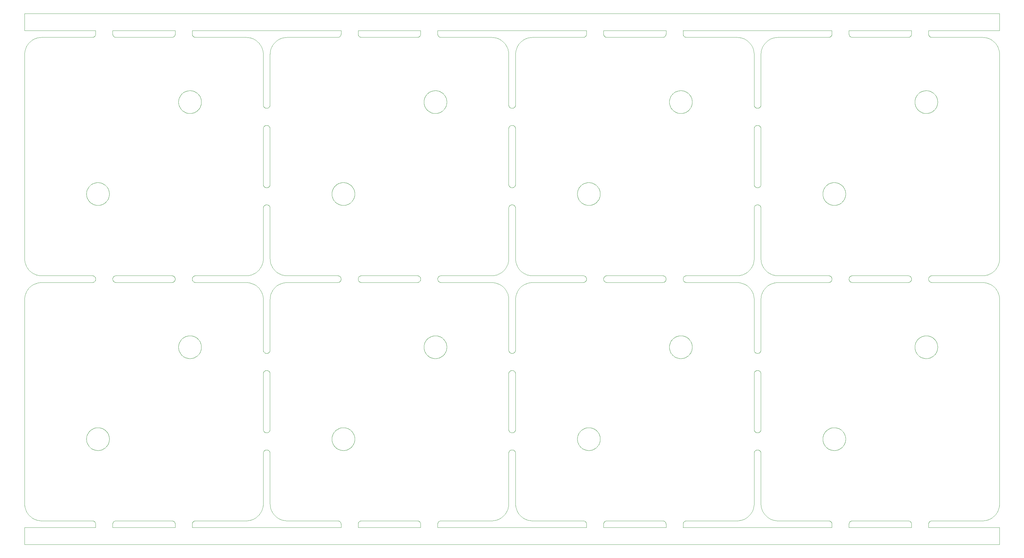
<source format=gbr>
%TF.GenerationSoftware,KiCad,Pcbnew,8.0.6-8.0.6-0~ubuntu24.04.1*%
%TF.CreationDate,2024-11-29T19:36:17+05:00*%
%TF.ProjectId,panel,70616e65-6c2e-46b6-9963-61645f706362,rev?*%
%TF.SameCoordinates,Original*%
%TF.FileFunction,Profile,NP*%
%FSLAX46Y46*%
G04 Gerber Fmt 4.6, Leading zero omitted, Abs format (unit mm)*
G04 Created by KiCad (PCBNEW 8.0.6-8.0.6-0~ubuntu24.04.1) date 2024-11-29 19:36:17*
%MOMM*%
%LPD*%
G01*
G04 APERTURE LIST*
%TA.AperFunction,Profile*%
%ADD10C,0.100000*%
%TD*%
G04 APERTURE END LIST*
D10*
X270718088Y-26314868D02*
X270710683Y-26291494D01*
X264666654Y-97002499D02*
X264690999Y-97002796D01*
X54999880Y-98745406D02*
X54981959Y-98728945D01*
X193300425Y-98773737D02*
X193281282Y-98789058D01*
X126718088Y-97688131D02*
X126726064Y-97664947D01*
X76109552Y-76248628D02*
X76132065Y-76239390D01*
X265454224Y-26616116D02*
X265438904Y-26635258D01*
X175345146Y-169854916D02*
X175349041Y-169830709D01*
X220247633Y-76201568D02*
X220271252Y-76195708D01*
X24091933Y-71338475D02*
X24177734Y-71196695D01*
X97373069Y-75929912D02*
X97230239Y-75845871D01*
X49523537Y-169487911D02*
X49535883Y-169509094D01*
X75793600Y-142874566D02*
X75776477Y-142857017D01*
X26311074Y-97796506D02*
X26315777Y-97820381D01*
X241373069Y-75929912D02*
X241230239Y-75845871D01*
X175444756Y-98458044D02*
X175433900Y-98436265D01*
X6256778Y-101356679D02*
X6128266Y-101574990D01*
X151243137Y-100207709D02*
X151055165Y-100377536D01*
X149488187Y-77021582D02*
X149491486Y-77045878D01*
X80073490Y-27629766D02*
X79855179Y-27758278D01*
X98004220Y-26741710D02*
X97985852Y-26757951D01*
X98281911Y-98314868D02*
X98273935Y-98338052D01*
X242627860Y-141672234D02*
X242792960Y-141657903D01*
X28098050Y-141836569D02*
X28253224Y-141894744D01*
X170305791Y-97772752D02*
X170311074Y-97796506D01*
X194821730Y-44942677D02*
X194877982Y-44786796D01*
X48740157Y-98997793D02*
X48715685Y-98999296D01*
X149193237Y-142887487D02*
X149175510Y-142904159D01*
X147595503Y-76744036D02*
X147606102Y-76722131D01*
X49023624Y-97068450D02*
X49046244Y-97077421D01*
X270710683Y-97711505D02*
X270718088Y-97688131D01*
X103370521Y-97735053D02*
X103377350Y-97711505D01*
X145944834Y-100377536D02*
X145756862Y-100207709D01*
X149100706Y-47633051D02*
X149081086Y-47647446D01*
X219520195Y-119029728D02*
X219515707Y-119005624D01*
X174151107Y-143864389D02*
X174203486Y-144021614D01*
X6876036Y-95446334D02*
X7055165Y-95625463D01*
X129023363Y-119444335D02*
X128948310Y-119592086D01*
X98159858Y-97440379D02*
X98173280Y-97460677D01*
X199642149Y-97002800D02*
X199666678Y-97002499D01*
X77455983Y-125544838D02*
X77462812Y-125568387D01*
X25846921Y-98858370D02*
X25825738Y-98870716D01*
X75340385Y-93254762D02*
X75397649Y-93007992D01*
X219503666Y-125761893D02*
X219505738Y-125737646D01*
X127071563Y-169199095D02*
X127091434Y-169184732D01*
X148970925Y-124953794D02*
X148992405Y-124965616D01*
X76718882Y-124860106D02*
X76742737Y-124865772D01*
X265598726Y-169641964D02*
X265607269Y-169664947D01*
X148524516Y-76169467D02*
X148549018Y-76170370D01*
X193454224Y-98616116D02*
X193438904Y-98635258D01*
X146989022Y-101799529D02*
X146871733Y-101574990D01*
X149456622Y-70456046D02*
X149449326Y-70479261D01*
X77223522Y-53145982D02*
X77240210Y-53163945D01*
X175999207Y-98942967D02*
X175976375Y-98934549D01*
X127975778Y-48706827D02*
X127839572Y-48801227D01*
X25430519Y-97007238D02*
X25454708Y-97009900D01*
X74453878Y-95062029D02*
X74603817Y-94857841D01*
X31928497Y-97088204D02*
X31951032Y-97078544D01*
X77170887Y-125094623D02*
X77188850Y-125111310D01*
X192977761Y-97052173D02*
X193000792Y-97060032D01*
X267475653Y-43799188D02*
X267587654Y-43677045D01*
X127307131Y-26933559D02*
X127284365Y-26924455D01*
X97669886Y-98942102D02*
X97646701Y-98950078D01*
X223055165Y-28377536D02*
X222876036Y-28556665D01*
X193281282Y-98789058D02*
X193261770Y-98803904D01*
X289356341Y-168105317D02*
X289560529Y-167955378D01*
X146293790Y-100744637D02*
X146123963Y-100556665D01*
X216236526Y-96690260D02*
X216471779Y-96596289D01*
X197627860Y-114672234D02*
X197792960Y-114657903D01*
X247334333Y-170001506D02*
X247334634Y-169976983D01*
X124980568Y-49192621D02*
X124824002Y-49138302D01*
X49615245Y-169688131D02*
X49622649Y-169711505D01*
X24091933Y-146664524D02*
X24013249Y-146518675D01*
X245866042Y-74735945D02*
X245776760Y-74875559D01*
X77499000Y-70168154D02*
X77498703Y-70192499D01*
X198697605Y-169758762D02*
X198703854Y-169735053D01*
X248162542Y-26985792D02*
X248138438Y-26981304D01*
X121510675Y-98535962D02*
X121497304Y-98556514D01*
X81246737Y-96841885D02*
X81493507Y-96899149D01*
X23700097Y-72424313D02*
X23732679Y-72261826D01*
X220353416Y-119823020D02*
X220329209Y-119819125D01*
X6256778Y-166646320D02*
X6396182Y-166857841D01*
X220366941Y-52844734D02*
X220391096Y-52841787D01*
X147537187Y-119101279D02*
X147530938Y-119077570D01*
X96013249Y-146518675D02*
X95941873Y-146369112D01*
X49646471Y-169806604D02*
X49650958Y-169830709D01*
X70500000Y-169001500D02*
X70753245Y-168995082D01*
X98332333Y-25007136D02*
X98332333Y-26001493D01*
X49071502Y-26914795D02*
X49048967Y-26924455D01*
X48812157Y-97013151D02*
X48836188Y-97016988D01*
X127284365Y-97078544D02*
X127307131Y-97069440D01*
X121662959Y-169928009D02*
X121664463Y-169952481D01*
X148789994Y-76212183D02*
X148813368Y-76219588D01*
X49589622Y-98383800D02*
X49579962Y-98406336D01*
X77138866Y-119602850D02*
X77119970Y-119618183D01*
X120739606Y-97005166D02*
X120763853Y-97007238D01*
X193663838Y-97941087D02*
X193665013Y-97965393D01*
X220511258Y-76169304D02*
X220524516Y-76169467D01*
X247844294Y-98872615D02*
X247823222Y-98860445D01*
X219567940Y-142527701D02*
X219559397Y-142504719D01*
X220247633Y-52868235D02*
X220271252Y-52862374D01*
X175346768Y-98158634D02*
X175343234Y-98134558D01*
X25406273Y-97005166D02*
X25430519Y-97007238D01*
X78256778Y-101356679D02*
X78128266Y-101574990D01*
X25967092Y-26773737D02*
X25947949Y-26789058D01*
X198726064Y-97664947D02*
X198734606Y-97641964D01*
X121241899Y-26818267D02*
X121221681Y-26832138D01*
X221055014Y-125004195D02*
X221075232Y-125018066D01*
X49048967Y-26924455D02*
X49026201Y-26933559D01*
X150396182Y-166857841D02*
X150546121Y-167062029D01*
X269958566Y-114651756D02*
X270124274Y-114653805D01*
X57284616Y-118660131D02*
X57248025Y-118821762D01*
X148281117Y-71142893D02*
X148257262Y-71137227D01*
X26329626Y-169928009D02*
X26331129Y-169952481D01*
X221382768Y-119302508D02*
X221371115Y-119323871D01*
X75559397Y-70504719D02*
X75551421Y-70481534D01*
X151439470Y-100047621D02*
X151243137Y-100207709D01*
X149240210Y-125163945D02*
X149256451Y-125182313D01*
X219606102Y-125388798D02*
X219617231Y-125367157D01*
X103349041Y-169830709D02*
X103353528Y-169806604D01*
X241670315Y-69926692D02*
X241824002Y-69864697D01*
X272578047Y-48140699D02*
X272469101Y-48265575D01*
X271353298Y-26950078D02*
X271330113Y-26942102D01*
X121615245Y-98314868D02*
X121607269Y-98338052D01*
X103581105Y-98658883D02*
X103565316Y-98640366D01*
X198737890Y-98369434D02*
X198729204Y-98346703D01*
X98324820Y-98123788D02*
X98321520Y-98148083D01*
X169502854Y-97016988D02*
X169526784Y-97021409D01*
X52230239Y-43157128D02*
X52373069Y-43073087D01*
X149497796Y-53785814D02*
X149498699Y-53810316D01*
X198713505Y-98300639D02*
X198706502Y-98277334D01*
X170105570Y-169367741D02*
X170120891Y-169386883D01*
X55405331Y-42960522D02*
X55553999Y-43033742D01*
X271471771Y-169021695D02*
X271495875Y-169017207D01*
X126977815Y-169277977D02*
X126995779Y-169261289D01*
X219586704Y-47239669D02*
X219577044Y-47217134D01*
X197627860Y-42672234D02*
X197792960Y-42657903D01*
X220633058Y-71158265D02*
X220608903Y-71161212D01*
X242319897Y-97844365D02*
X242323432Y-97868441D01*
X221497814Y-142216817D02*
X221496333Y-142241106D01*
X221358945Y-142678277D02*
X221346265Y-142699047D01*
X128948310Y-47592086D02*
X128866042Y-47735945D01*
X199839572Y-120801227D02*
X199698864Y-120888775D01*
X199544378Y-169010013D02*
X199568747Y-169007310D01*
X167675591Y-144588211D02*
X167700097Y-144424313D01*
X79243137Y-167795290D02*
X79439470Y-167955378D01*
X121519537Y-97481296D02*
X121531955Y-97502224D01*
X148633058Y-143158265D02*
X148608903Y-143161212D01*
X26627860Y-76330765D02*
X26463670Y-76308288D01*
X148511773Y-47833763D02*
X148500269Y-47833899D01*
X175384754Y-97688131D02*
X175392730Y-97664947D01*
X270926456Y-97330612D02*
X270943143Y-97312649D01*
X270686862Y-169806604D02*
X270691940Y-169782617D01*
X153493507Y-168899149D02*
X153742861Y-168943841D01*
X147847480Y-119591284D02*
X147829112Y-119575043D01*
X54617956Y-114708988D02*
X54780027Y-114743577D01*
X241760460Y-169098414D02*
X241782495Y-169109168D01*
X170300794Y-76277719D02*
X170139628Y-76239131D01*
X147772554Y-76483459D02*
X147789447Y-76465944D01*
X146123963Y-167446334D02*
X146293790Y-167258362D01*
X49615245Y-26314868D02*
X49607269Y-26338052D01*
X175401273Y-169641964D02*
X175410377Y-169619199D01*
X147530938Y-47077570D02*
X147525273Y-47053715D01*
X127553999Y-48969257D02*
X127405331Y-49042477D01*
X265406876Y-26672387D02*
X265390189Y-26690350D01*
X169846921Y-169144629D02*
X169867795Y-169157491D01*
X147829112Y-142908376D02*
X147811149Y-142891689D01*
X147829112Y-70908376D02*
X147811149Y-70891689D01*
X26120891Y-169386883D02*
X26135737Y-169406396D01*
X148859535Y-148236106D02*
X148882300Y-148245211D01*
X219776477Y-119523684D02*
X219759789Y-119505720D01*
X149081086Y-142980779D02*
X149061120Y-142994691D01*
X145356341Y-168105317D02*
X145560529Y-167955378D01*
X248259842Y-97005206D02*
X248284314Y-97003703D01*
X221256451Y-53182313D02*
X221272237Y-53201074D01*
X247333271Y-25000074D02*
X247327209Y-25000000D01*
X147979796Y-52981962D02*
X148000724Y-52969544D01*
X77275496Y-119464599D02*
X77259927Y-119483301D01*
X98085561Y-97344116D02*
X98101350Y-97362633D01*
X24829078Y-147552892D02*
X24705559Y-147442410D01*
X170190204Y-26515088D02*
X170177341Y-26535962D01*
X220007594Y-71037383D02*
X219986411Y-71025037D01*
X75743548Y-70820686D02*
X75727762Y-70801925D01*
X265658153Y-169879211D02*
X265660856Y-169903580D01*
X129248025Y-45181237D02*
X129284616Y-45342868D01*
X103377350Y-26291494D02*
X103370521Y-26267946D01*
X54718088Y-169688131D02*
X54726064Y-169664947D01*
X32139882Y-98981590D02*
X32116067Y-98976587D01*
X121589622Y-98383800D02*
X121579962Y-98406336D01*
X49646471Y-26196395D02*
X49641393Y-26220382D01*
X54660542Y-171003499D02*
X54666604Y-171003425D01*
X76000724Y-124969544D02*
X76021948Y-124957640D01*
X120931160Y-97038149D02*
X120954546Y-97044877D01*
X147537187Y-47101279D02*
X147530938Y-47077570D01*
X148728747Y-119807291D02*
X148704993Y-119812574D01*
X270778090Y-98458044D02*
X270767233Y-98436265D01*
X98101350Y-97362633D02*
X98116683Y-97381529D01*
X148752366Y-71134764D02*
X148728747Y-71140625D01*
X219861133Y-125066816D02*
X219880029Y-125051483D01*
X31327209Y-171003499D02*
X31333271Y-171003425D01*
X77206399Y-125128433D02*
X77223522Y-125145982D01*
X148450981Y-47832629D02*
X148426509Y-47831126D01*
X148439587Y-52837661D02*
X148463893Y-52836486D01*
X26305791Y-97772752D02*
X26311074Y-97796506D01*
X98327522Y-98099419D02*
X98324820Y-98123788D01*
X215753262Y-27161114D02*
X215506492Y-27103850D01*
X75505738Y-125737646D02*
X75508400Y-125713458D01*
X126124274Y-114653805D02*
X126289678Y-114664047D01*
X247973798Y-26933559D02*
X247951032Y-26924455D01*
X241670315Y-141926692D02*
X241824002Y-141864697D01*
X175464116Y-169509094D02*
X175476462Y-169487911D01*
X170202550Y-98493905D02*
X170190204Y-98515088D01*
X75188760Y-165738026D02*
X75270696Y-165498315D01*
X121315135Y-97241572D02*
X121333452Y-97257593D01*
X75724503Y-125205066D02*
X75740072Y-125186364D01*
X76329209Y-71152458D02*
X76305104Y-71147971D01*
X221256451Y-148515647D02*
X221272237Y-148534407D01*
X153003184Y-168772196D02*
X153246737Y-168841885D01*
X217560529Y-28047621D02*
X217356341Y-27897682D01*
X147520195Y-70363061D02*
X147515707Y-70338957D01*
X149491599Y-46956208D02*
X149488348Y-46980324D01*
X196980568Y-49192621D02*
X196824002Y-49138302D01*
X167941873Y-74369112D02*
X167877982Y-74216203D01*
X193438904Y-98635258D02*
X193423118Y-98654019D01*
X77382768Y-47302508D02*
X77371115Y-47323871D01*
X32235414Y-26995689D02*
X32211045Y-26992986D01*
X245107149Y-75605807D02*
X244975778Y-75706827D01*
X98265393Y-26361035D02*
X98256288Y-26383800D01*
X170089784Y-169348980D02*
X170105570Y-169367741D01*
X101866042Y-74735945D02*
X101776760Y-74875559D01*
X266700097Y-117424313D02*
X266732679Y-117261826D01*
X291397649Y-102995007D02*
X291340385Y-102748237D01*
X219397649Y-30995007D02*
X219340385Y-30748237D01*
X76140464Y-71100226D02*
X76117699Y-71091122D01*
X197958566Y-49351243D02*
X197792960Y-49345096D01*
X219789447Y-53132610D02*
X219806762Y-53115512D01*
X149500000Y-149169166D02*
X149500000Y-164001500D01*
X77659614Y-165254762D02*
X77729303Y-165498315D01*
X124091740Y-48754869D02*
X123957910Y-48657130D01*
X242332399Y-98001230D02*
X242332262Y-98012413D01*
X271975778Y-48706827D02*
X271839572Y-48801227D01*
X147551421Y-70481534D02*
X147544016Y-70458161D01*
X147641054Y-76658055D02*
X147653734Y-76637285D01*
X77491599Y-118956208D02*
X77488348Y-118980324D01*
X31333271Y-25000074D02*
X31327209Y-25000000D01*
X216926509Y-168373233D02*
X217144820Y-168244721D01*
X77034462Y-148324158D02*
X77055014Y-148337528D01*
X223855179Y-168244721D02*
X224073490Y-168373233D01*
X149275496Y-70797933D02*
X149259927Y-70816635D01*
X265658153Y-26123788D02*
X265654853Y-26148083D01*
X218603817Y-29145158D02*
X218453878Y-28940970D01*
X25504124Y-98985792D02*
X25479917Y-98989687D01*
X127284365Y-26924455D02*
X127261830Y-26914795D01*
X170139628Y-141763868D02*
X170300794Y-141725280D01*
X147628884Y-125345794D02*
X147641054Y-125324722D01*
X219606102Y-53388798D02*
X219617231Y-53367157D01*
X147575921Y-53455255D02*
X147585441Y-53432859D01*
X26186204Y-97481296D02*
X26198621Y-97502224D01*
X170069326Y-97325989D02*
X170085561Y-97344116D01*
X220718882Y-148193440D02*
X220742737Y-148199105D01*
X30203486Y-145981385D02*
X30151107Y-146138610D01*
X198718088Y-97688131D02*
X198726064Y-97664947D01*
X75508400Y-125713458D02*
X75511651Y-125689342D01*
X218293790Y-100744637D02*
X218123963Y-100556665D01*
X103996780Y-169060897D02*
X104019965Y-169052921D01*
X243124274Y-69653805D02*
X243289678Y-69664047D01*
X147630783Y-47327238D02*
X147618960Y-47305758D01*
X75965537Y-47678841D02*
X75944985Y-47665471D01*
X149188850Y-76444643D02*
X149206399Y-76461767D01*
X31778318Y-26832138D02*
X31758100Y-26818267D01*
X271400220Y-169038687D02*
X271423929Y-169032438D01*
X268373069Y-120929912D02*
X268230239Y-120845871D01*
X10500000Y-99001500D02*
X10246754Y-99007917D01*
X247493385Y-98542322D02*
X247480462Y-98521703D01*
X104043338Y-169045516D02*
X104066887Y-169038687D01*
X75500000Y-70167166D02*
X75500000Y-53835833D01*
X270726064Y-97664947D02*
X270734606Y-97641964D01*
X97760460Y-26904585D02*
X97738169Y-26914795D01*
X242293497Y-97725665D02*
X242299931Y-97749133D01*
X220488741Y-47833695D02*
X220475483Y-47833532D01*
X271376672Y-169045516D02*
X271400220Y-169038687D01*
X242308059Y-169782617D02*
X242313137Y-169806604D01*
X270753371Y-97596663D02*
X270763581Y-97574372D01*
X148271252Y-76195708D02*
X148295006Y-76190425D01*
X175593123Y-26672387D02*
X175576881Y-26654019D01*
X219924767Y-47651600D02*
X219904896Y-47637237D01*
X77403085Y-76741039D02*
X77413295Y-76763330D01*
X54726064Y-26338052D02*
X54718088Y-26314868D01*
X127839572Y-115201772D02*
X127975778Y-115296172D01*
X195177734Y-119806304D02*
X195091933Y-119664524D01*
X272680684Y-48010587D02*
X272578047Y-48140699D01*
X219577044Y-142550467D02*
X219567940Y-142527701D01*
X122773256Y-117101150D02*
X122821730Y-116942677D01*
X31699574Y-97229262D02*
X31718717Y-97213941D01*
X195957910Y-43345869D02*
X196091740Y-43248130D01*
X28698864Y-147888775D02*
X28553999Y-147969257D01*
X241406824Y-98997793D02*
X241382351Y-98999296D01*
X104309000Y-99000203D02*
X104284682Y-98999314D01*
X169888347Y-169170861D02*
X169908565Y-169184732D01*
X220524516Y-124836134D02*
X220549018Y-124837036D01*
X146603817Y-29145158D02*
X146453878Y-28940970D01*
X199014147Y-169245048D02*
X199032907Y-169229262D01*
X221152519Y-148411715D02*
X221170887Y-148427956D01*
X121547705Y-98472425D02*
X121535883Y-98493905D01*
X199174261Y-26870716D02*
X199153078Y-26858370D01*
X224763473Y-168690260D02*
X225003184Y-168772196D01*
X242022184Y-26725022D02*
X242004220Y-26741710D01*
X50941873Y-44633887D02*
X51013249Y-44484324D01*
X49622649Y-98291494D02*
X49615245Y-98314868D01*
X75270696Y-102504684D02*
X75188760Y-102264973D01*
X51957910Y-48657130D02*
X51829078Y-48552892D01*
X270767233Y-98436265D02*
X270756910Y-98414229D01*
X97552215Y-26976226D02*
X97528228Y-26981304D01*
X25824002Y-141864697D02*
X25980568Y-141810378D01*
X201345900Y-118167169D02*
X201333614Y-118332434D01*
X172098050Y-69836569D02*
X172253224Y-69894744D01*
X169623327Y-98957483D02*
X169599779Y-98964312D01*
X169504124Y-98985792D02*
X169479917Y-98989687D01*
X121115828Y-26893831D02*
X121093794Y-26904585D01*
X54691940Y-26220382D02*
X54686862Y-26196395D01*
X49635727Y-98244237D02*
X49629478Y-98267946D01*
X75617231Y-125367157D02*
X75628884Y-125345794D01*
X219944985Y-142998804D02*
X219924767Y-142984933D01*
X198789473Y-98479551D02*
X198778090Y-98458044D01*
X149448578Y-53521465D02*
X149455983Y-53544838D01*
X220342865Y-148181602D02*
X220366941Y-148178067D01*
X75959177Y-124994885D02*
X75979796Y-124981962D01*
X5602350Y-30995007D02*
X5557658Y-31244361D01*
X123705559Y-115560589D02*
X123829078Y-115450107D01*
X76890447Y-119754371D02*
X76867934Y-119763609D01*
X221392331Y-76719004D02*
X221403085Y-76741039D01*
X148117699Y-119757788D02*
X148095163Y-119748128D01*
X147340385Y-30748237D02*
X147270696Y-30504684D01*
X30248025Y-72181237D02*
X30284616Y-72342868D01*
X49665365Y-169976983D02*
X49665666Y-170001506D01*
X169846921Y-26858370D02*
X169825738Y-26870716D01*
X221497796Y-149119148D02*
X221498699Y-149143649D01*
X220573490Y-76171873D02*
X220597919Y-76173977D01*
X248090596Y-26970561D02*
X248066887Y-26964312D01*
X193654853Y-98148083D02*
X193650958Y-98172290D01*
X76329209Y-143152458D02*
X76305104Y-143147971D01*
X271032907Y-169229262D02*
X271052050Y-169213941D01*
X219724503Y-125205066D02*
X219740072Y-125186364D01*
X220140464Y-143100226D02*
X220117699Y-143091122D01*
X290743221Y-94646320D02*
X290871733Y-94428009D01*
X216701970Y-27512477D02*
X216471779Y-27406710D01*
X270940189Y-49216860D02*
X270780027Y-49259422D01*
X149497796Y-77119148D02*
X149498699Y-77143649D01*
X242332333Y-170996376D02*
X242332407Y-171002437D01*
X247996780Y-97060897D02*
X248019965Y-97052921D01*
X23773256Y-145901849D02*
X23732679Y-145741173D01*
X271284365Y-97078544D02*
X271307131Y-97069440D01*
X247884171Y-169109168D02*
X247906205Y-169098414D01*
X121355517Y-169277977D02*
X121373066Y-169295100D01*
X243289678Y-69664047D02*
X243454373Y-69682457D01*
X76488741Y-71167028D02*
X76475483Y-71166865D01*
X198926456Y-26672387D02*
X198910215Y-26654019D01*
X220597919Y-76173977D02*
X220622288Y-76176679D01*
X77302404Y-148573063D02*
X77316767Y-148592934D01*
X147094789Y-102029720D02*
X146989022Y-101799529D01*
X97431252Y-169007310D02*
X97455621Y-169010013D01*
X78010977Y-101799529D02*
X77905210Y-102029720D01*
X220210005Y-119790816D02*
X220186631Y-119783411D01*
X153493507Y-99103850D02*
X153246737Y-99161114D01*
X98221909Y-97544955D02*
X98232766Y-97566734D01*
X199153078Y-169144629D02*
X199174261Y-169132283D01*
X126726064Y-97664947D02*
X126734606Y-97641964D01*
X241846921Y-169144629D02*
X241867795Y-169157491D01*
X193390189Y-169312649D02*
X193406876Y-169330612D01*
X215005841Y-27027153D02*
X214753245Y-27007917D01*
X219515488Y-53665311D02*
X219519909Y-53641382D01*
X149319408Y-70739630D02*
X149305245Y-70759419D01*
X199666678Y-27000500D02*
X199642149Y-27000199D01*
X147502203Y-46883851D02*
X147501300Y-46859350D01*
X147519909Y-148974715D02*
X147524912Y-148950901D01*
X265665528Y-98012758D02*
X265665365Y-98026016D01*
X57284616Y-45342868D02*
X57313169Y-45506110D01*
X219544016Y-47124827D02*
X219537187Y-47101279D01*
X31334333Y-170001506D02*
X31334634Y-169976983D01*
X221905210Y-30029720D02*
X221811239Y-30264973D01*
X193423118Y-98654019D02*
X193406876Y-98672387D01*
X95732679Y-73741173D02*
X95700097Y-73578686D01*
X199666678Y-99000500D02*
X199642333Y-99000203D01*
X126667736Y-98013273D02*
X126667600Y-98001769D01*
X74743221Y-101356679D02*
X74603817Y-101145158D01*
X149227445Y-142852874D02*
X149210552Y-142870389D01*
X127287088Y-98925578D02*
X127264693Y-98916058D01*
X268670315Y-42926692D02*
X268824002Y-42864697D01*
X77346265Y-47365714D02*
X77333084Y-47386169D01*
X220021948Y-76290973D02*
X220043455Y-76279590D01*
X143506492Y-27103850D02*
X143257138Y-27059158D01*
X214500000Y-99001500D02*
X199667666Y-99001500D01*
X75474346Y-92507341D02*
X75493582Y-92254745D01*
X77811239Y-102264973D02*
X77729303Y-102504684D01*
X78128266Y-166428009D02*
X78256778Y-166646320D01*
X98022184Y-98725022D02*
X98004220Y-98741710D01*
X193626831Y-97725665D02*
X193633264Y-97749133D01*
X31973798Y-97069440D02*
X31996780Y-97060897D01*
X26317625Y-169830709D02*
X26321520Y-169854916D01*
X239659220Y-72753121D02*
X239675591Y-72588211D01*
X149259927Y-119483301D02*
X149243906Y-119501619D01*
X216471779Y-96596289D02*
X216701970Y-96490522D01*
X72701970Y-168490522D02*
X72926509Y-168373233D01*
X75567940Y-142527701D02*
X75559397Y-142504719D01*
X121635727Y-26244237D02*
X121629478Y-26267946D01*
X169757463Y-97097003D02*
X169779368Y-97107602D01*
X75503666Y-125761893D02*
X75505738Y-125737646D01*
X49662959Y-26074990D02*
X49660856Y-26099419D01*
X220500269Y-47833899D02*
X220489086Y-47833762D01*
X247565316Y-98640366D02*
X247549983Y-98621470D01*
X148633058Y-119824932D02*
X148608903Y-119827879D01*
X268670315Y-114926692D02*
X268824002Y-114864697D01*
X169985852Y-26757951D02*
X169967092Y-26773737D01*
X272948310Y-116410913D02*
X273023363Y-116558664D01*
X121633264Y-97749133D02*
X121639125Y-97772752D01*
X289560529Y-95955378D02*
X289756862Y-95795290D01*
X244975778Y-147706827D02*
X244839572Y-147801227D01*
X31346768Y-98158634D02*
X31343234Y-98134558D01*
X77403085Y-53407705D02*
X77413295Y-53429997D01*
X103334333Y-26001493D02*
X103334333Y-25007136D01*
X98958566Y-141651756D02*
X99124274Y-141653805D01*
X103516566Y-97426267D02*
X103530929Y-97406396D01*
X77075232Y-125018066D02*
X77095103Y-125032429D01*
X49180255Y-169144629D02*
X49201129Y-169157491D01*
X121319186Y-169245048D02*
X121337554Y-169261289D01*
X193665597Y-97989726D02*
X193665732Y-98001230D01*
X149456622Y-47122713D02*
X149449326Y-47145928D01*
X77075232Y-148351399D02*
X77095103Y-148365762D01*
X75618960Y-70639091D02*
X75607668Y-70617328D01*
X147508400Y-77046791D02*
X147511651Y-77022675D01*
X246284616Y-72342868D02*
X246313169Y-72506110D01*
X54943143Y-97312649D02*
X54960267Y-97295100D01*
X26792960Y-76345096D02*
X26627860Y-76330765D01*
X199264693Y-98916058D02*
X199242536Y-98905996D01*
X147596914Y-47261960D02*
X147586704Y-47239669D01*
X193649111Y-97820381D02*
X193653231Y-97844365D01*
X148281117Y-119809559D02*
X148257262Y-119803894D01*
X245680684Y-147010587D02*
X245578047Y-147140699D01*
X168369829Y-142926721D02*
X168475653Y-142799188D01*
X265319186Y-169245048D02*
X265337554Y-169261289D01*
X149729303Y-30504684D02*
X149659614Y-30748237D01*
X147880029Y-148384816D02*
X147899293Y-148369948D01*
X98293497Y-97725665D02*
X98299931Y-97749133D01*
X193180255Y-169144629D02*
X193201129Y-169157491D01*
X241550598Y-97026412D02*
X241574284Y-97031993D01*
X149441467Y-47168958D02*
X149433049Y-47191791D01*
X270703854Y-26267946D02*
X270697605Y-26244237D01*
X239659220Y-145249878D02*
X239651024Y-145084360D01*
X168587654Y-70677045D02*
X168705559Y-70560589D01*
X199287088Y-98925578D02*
X199264693Y-98916058D01*
X247346768Y-98158634D02*
X247343234Y-98134558D01*
X221243906Y-119501619D02*
X221227445Y-119519540D01*
X75653734Y-125303952D02*
X75666915Y-125283497D01*
X170313137Y-169806604D02*
X170317625Y-169830709D01*
X147724503Y-53205066D02*
X147740072Y-53186364D01*
X246203486Y-144021614D02*
X246248025Y-144181237D01*
X271307131Y-169069440D02*
X271330113Y-169060897D01*
X198943143Y-97312649D02*
X198960267Y-97295100D01*
X240013249Y-146518675D02*
X239941873Y-146369112D01*
X269139628Y-121239131D02*
X268980568Y-121192621D01*
X98463670Y-69694711D02*
X98627860Y-69672234D01*
X221491486Y-149045878D02*
X221494189Y-149070247D01*
X76956544Y-47723409D02*
X76934765Y-47734266D01*
X97690291Y-97068450D02*
X97712911Y-97077421D01*
X287257138Y-168943841D02*
X287506492Y-168899149D01*
X100975778Y-75706827D02*
X100839572Y-75801227D01*
X199569480Y-98995761D02*
X199545291Y-98993099D01*
X57313169Y-45506110D02*
X57333614Y-45670565D01*
X52373069Y-48929912D02*
X52230239Y-48845871D01*
X50877982Y-116786796D02*
X50941873Y-116633887D01*
X170281911Y-169688131D02*
X170289316Y-169711505D01*
X76154796Y-52897371D02*
X76177732Y-52889241D01*
X76072872Y-47737918D02*
X76050838Y-47727164D01*
X265180255Y-98858370D02*
X265159071Y-98870716D01*
X99124274Y-141653805D02*
X99289678Y-141664047D01*
X127353298Y-169052921D02*
X127376672Y-169045516D01*
X193535883Y-26493905D02*
X193523537Y-26515088D01*
X148065234Y-148268733D02*
X148087270Y-148258410D01*
X81742861Y-168943841D02*
X81994158Y-168975846D01*
X221210552Y-119537055D02*
X221193237Y-119554154D01*
X225742861Y-99059158D02*
X225493507Y-99103850D01*
X98792960Y-141657903D02*
X98958566Y-141651756D01*
X75094789Y-30029720D02*
X74989022Y-29799529D01*
X271098050Y-42836569D02*
X271253224Y-42894744D01*
X127014147Y-97245048D02*
X127032907Y-97229262D01*
X26332407Y-25001062D02*
X26332333Y-25007123D01*
X220934765Y-47734266D02*
X220912729Y-47744589D01*
X127174261Y-26870716D02*
X127153078Y-26858370D01*
X167651024Y-73084360D02*
X167651024Y-72918639D01*
X193277357Y-97210894D02*
X193296433Y-97226003D01*
X170150100Y-169426267D02*
X170163971Y-169446485D01*
X175626933Y-26707899D02*
X175609810Y-26690350D01*
X57345900Y-45835830D02*
X57350000Y-46001500D01*
X173233364Y-147498414D02*
X173107149Y-147605807D01*
X219515707Y-47005624D02*
X219511812Y-46981417D01*
X199667666Y-97001500D02*
X214500000Y-97001500D01*
X215257138Y-99059158D02*
X215005841Y-99027153D01*
X147503706Y-70241657D02*
X147502203Y-70217185D01*
X124670315Y-114926692D02*
X124824002Y-114864697D01*
X273284616Y-46660131D02*
X273248025Y-46821762D01*
X31593123Y-97330612D02*
X31609810Y-97312649D01*
X220391096Y-124841787D02*
X220415316Y-124839429D01*
X31430248Y-97574372D02*
X31441002Y-97552338D01*
X25947949Y-169213941D02*
X25967092Y-169229262D01*
X77498699Y-149143649D02*
X77499000Y-149168178D01*
X242463670Y-76308288D02*
X242300794Y-76277719D01*
X52373069Y-43073087D02*
X52519881Y-42996213D01*
X246091017Y-143709946D02*
X246151107Y-143864389D01*
X147270696Y-30504684D02*
X147188760Y-30264973D01*
X219511651Y-53689342D02*
X219515488Y-53665311D01*
X290453878Y-28940970D02*
X290293790Y-28744637D01*
X81246737Y-168841885D02*
X81493507Y-168899149D01*
X76949161Y-52942502D02*
X76970925Y-52953794D01*
X76999275Y-119700121D02*
X76978051Y-119712026D01*
X127520082Y-169013312D02*
X127544378Y-169010013D01*
X219743548Y-70820686D02*
X219727762Y-70801925D01*
X5500000Y-20000000D02*
X5500000Y-25000000D01*
X173948310Y-74592086D02*
X173866042Y-74735945D01*
X147918913Y-76355553D02*
X147938879Y-76341641D01*
X175364272Y-26244237D02*
X175358606Y-26220382D01*
X145756862Y-28207709D02*
X145560529Y-28047621D01*
X220402080Y-143162356D02*
X220377711Y-143159653D01*
X149272237Y-76534407D02*
X149287558Y-76553550D01*
X217560529Y-95955378D02*
X217756862Y-95795290D01*
X289756862Y-100207709D02*
X289560529Y-100047621D01*
X103410377Y-97619199D02*
X103420037Y-97596663D01*
X25782495Y-169109168D02*
X25804258Y-169120460D01*
X270617956Y-49294011D02*
X270454373Y-49320542D01*
X246313169Y-72506110D02*
X246333614Y-72670565D01*
X49658153Y-169879211D02*
X49660856Y-169903580D01*
X121026201Y-98933559D02*
X121003219Y-98942102D01*
X149223522Y-148479315D02*
X149240210Y-148497279D01*
X221433049Y-70525124D02*
X221424078Y-70547744D01*
X54977815Y-26725022D02*
X54960267Y-26707899D01*
X247433900Y-98436265D02*
X247423577Y-98414229D01*
X31364272Y-169758762D02*
X31370521Y-169735053D01*
X77040822Y-143008114D02*
X77020203Y-143021037D01*
X221500000Y-125835833D02*
X221500000Y-142167166D01*
X264813250Y-98989687D02*
X264788954Y-98992986D01*
X75606102Y-53388798D02*
X75617231Y-53367157D01*
X248309000Y-99000203D02*
X248284682Y-98999314D01*
X31609810Y-97312649D02*
X31626933Y-97295100D01*
X145144820Y-99758278D02*
X144926509Y-99629766D01*
X7439470Y-167955378D02*
X7643658Y-168105317D01*
X103340287Y-98110403D02*
X103337929Y-98086183D01*
X267013249Y-116484324D02*
X267091933Y-116338475D01*
X198675179Y-97879211D02*
X198678479Y-97854916D01*
X221100706Y-47633051D02*
X221081086Y-47647446D01*
X194659220Y-45753121D02*
X194675591Y-45588211D01*
X49201129Y-98845508D02*
X49180255Y-98858370D01*
X214753245Y-99007917D02*
X214500000Y-99001500D01*
X49650958Y-26172290D02*
X49646471Y-26196395D01*
X147508513Y-142290454D02*
X147505810Y-142266085D01*
X222128266Y-29574990D02*
X222010977Y-29799529D01*
X126926456Y-97330612D02*
X126943143Y-97312649D01*
X241692868Y-98933559D02*
X241669886Y-98942102D01*
X147188760Y-30264973D02*
X147094789Y-30029720D01*
X248019965Y-26950078D02*
X247996780Y-26942102D01*
X25760460Y-26904585D02*
X25738169Y-26914795D01*
X219709394Y-148557475D02*
X219724503Y-148538400D01*
X75501296Y-125810500D02*
X75502185Y-125786182D01*
X174203486Y-73981385D02*
X174151107Y-74138610D01*
X26236418Y-26428627D02*
X26225664Y-26450661D01*
X54960267Y-26707899D02*
X54943143Y-26690350D01*
X247576881Y-26654019D02*
X247561095Y-26635258D01*
X49218002Y-97168415D02*
X49238130Y-97182091D01*
X75501296Y-77143833D02*
X75502185Y-77119515D01*
X198995779Y-97261289D02*
X199014147Y-97245048D01*
X170329626Y-98074990D02*
X170327522Y-98099419D01*
X76859535Y-148236106D02*
X76882300Y-148245211D01*
X75543377Y-125546953D02*
X75550673Y-125523738D01*
X103951032Y-26924455D02*
X103928497Y-26914795D01*
X219567940Y-70527701D02*
X219559397Y-70504719D01*
X220934765Y-71067599D02*
X220912729Y-71077922D01*
X193026201Y-169069440D02*
X193048967Y-169078544D01*
X26150100Y-169426267D02*
X26163971Y-169446485D01*
X220415316Y-76172762D02*
X220439587Y-76170995D01*
X242332333Y-25007136D02*
X242332333Y-26001493D01*
X147759789Y-70839054D02*
X147743548Y-70820686D01*
X76500269Y-143167232D02*
X76489086Y-143167095D01*
X220377711Y-71159653D02*
X220353416Y-71156353D01*
X266675591Y-46414788D02*
X266659220Y-46249878D01*
X121666728Y-171003425D02*
X121672790Y-171003499D01*
X176022238Y-98950826D02*
X175999207Y-98942967D01*
X98327522Y-26099419D02*
X98324820Y-26123788D01*
X175844294Y-98872615D02*
X175823222Y-98860445D01*
X49664463Y-26050518D02*
X49662959Y-26074990D01*
X149729303Y-102504684D02*
X149659614Y-102748237D01*
X168475653Y-75203811D02*
X168369829Y-75076278D01*
X264666654Y-169002499D02*
X264691183Y-169002800D01*
X147924767Y-142984933D02*
X147904896Y-142970570D01*
X103401273Y-26361035D02*
X103392730Y-26338052D01*
X147694754Y-76576913D02*
X147709394Y-76557475D01*
X198667600Y-98001769D02*
X198667737Y-97990586D01*
X169667458Y-97060032D02*
X169690291Y-97068450D01*
X120740157Y-98997793D02*
X120715685Y-98999296D01*
X149498699Y-53810316D02*
X149499000Y-53834845D01*
X243617956Y-148294011D02*
X243454373Y-148320542D01*
X269792960Y-49345096D02*
X269627860Y-49330765D01*
X23877982Y-74216203D02*
X23821730Y-74060322D01*
X265137591Y-98882539D02*
X265115828Y-98893831D01*
X148140464Y-119766893D02*
X148117699Y-119757788D01*
X150396182Y-101145158D02*
X150256778Y-101356679D01*
X98105570Y-169367741D02*
X98120891Y-169386883D01*
X270898649Y-98640366D02*
X270883316Y-98621470D01*
X220992405Y-76298949D02*
X221013588Y-76311295D01*
X148318881Y-76185722D02*
X148342865Y-76181602D01*
X170311074Y-97796506D02*
X170315777Y-97820381D01*
X149290605Y-70778857D02*
X149275496Y-70797933D01*
X76728747Y-119807291D02*
X76704993Y-119812574D01*
X49635727Y-26244237D02*
X49629478Y-26267946D01*
X101866042Y-146735945D02*
X101776760Y-146875559D01*
X31761869Y-98820908D02*
X31742080Y-98806745D01*
X81493507Y-99103850D02*
X81246737Y-99161114D01*
X291500000Y-20000000D02*
X5500000Y-20000000D01*
X128948310Y-116410913D02*
X129023363Y-116558664D01*
X270667666Y-25007123D02*
X270667592Y-25001062D01*
X70500000Y-27001500D02*
X55667666Y-27001500D01*
X241357850Y-27000199D02*
X241333321Y-27000500D01*
X95659220Y-144753121D02*
X95675591Y-144588211D01*
X226500000Y-99001500D02*
X226246754Y-99007917D01*
X221494261Y-118932019D02*
X221491599Y-118956208D01*
X95651024Y-145084360D02*
X95651024Y-144918639D01*
X49656765Y-97868441D02*
X49659712Y-97892596D01*
X220318881Y-124852388D02*
X220342865Y-124848268D01*
X124091740Y-120754869D02*
X123957910Y-120657130D01*
X246248025Y-72181237D02*
X246284616Y-72342868D01*
X270691940Y-97782617D02*
X270697605Y-97758762D01*
X5525653Y-164507341D02*
X5557658Y-164758638D01*
X247819744Y-97144629D02*
X247840928Y-97132283D01*
X219680591Y-148596702D02*
X219694754Y-148576913D01*
X241985852Y-98757951D02*
X241967092Y-98773737D01*
X168587654Y-147325954D02*
X168475653Y-147203811D01*
X126789473Y-98479551D02*
X126778090Y-98458044D01*
X98330504Y-97941087D02*
X98331680Y-97965393D01*
X30333614Y-73332434D02*
X30313169Y-73496889D01*
X147628884Y-53345794D02*
X147641054Y-53324722D01*
X30284616Y-145660131D02*
X30248025Y-145821762D01*
X168091933Y-143338475D02*
X168177734Y-143196695D01*
X267369829Y-43926721D02*
X267475653Y-43799188D01*
X247502695Y-26556514D02*
X247489324Y-26535962D01*
X220912729Y-143077922D02*
X220890447Y-143087705D01*
X147500999Y-77168178D02*
X147501296Y-77143833D01*
X102345900Y-145167169D02*
X102333614Y-145332434D01*
X123177734Y-44196695D02*
X123270442Y-44059332D01*
X247738229Y-169199095D02*
X247758100Y-169184732D01*
X221602350Y-30995007D02*
X221557658Y-31244361D01*
X175597340Y-98677010D02*
X175581105Y-98658883D01*
X77193237Y-70887487D02*
X77175510Y-70904159D01*
X221455983Y-148878172D02*
X221462812Y-148901720D01*
X198743711Y-97619199D02*
X198753371Y-97596663D01*
X57203486Y-118981385D02*
X57151107Y-119138610D01*
X75511812Y-70314750D02*
X75508513Y-70290454D01*
X287753262Y-27161114D02*
X287506492Y-27103850D01*
X198894429Y-169367741D02*
X198910215Y-169348980D01*
X31334402Y-98013273D02*
X31334267Y-98001769D01*
X148584683Y-71163570D02*
X148560412Y-71165338D01*
X220608903Y-71161212D02*
X220584683Y-71163570D01*
X103561095Y-169367741D02*
X103576881Y-169348980D01*
X149119970Y-119618183D02*
X149100706Y-119633051D01*
X103840928Y-26870716D02*
X103819744Y-26858370D01*
X247906205Y-97098414D02*
X247928497Y-97088204D01*
X49026201Y-26933559D02*
X49003219Y-26942102D01*
X126747128Y-98391947D02*
X126737890Y-98369434D01*
X174248025Y-144181237D02*
X174284616Y-144342868D01*
X170327522Y-26099419D02*
X170324820Y-26123788D01*
X247906205Y-26904585D02*
X247884171Y-26893831D01*
X221114616Y-76380608D02*
X221133758Y-76395929D01*
X151055165Y-167625463D02*
X151243137Y-167795290D01*
X241621213Y-97044877D02*
X241644428Y-97052173D01*
X54697605Y-26244237D02*
X54691940Y-26220382D01*
X247631110Y-98712052D02*
X247614012Y-98694737D01*
X77498699Y-125810316D02*
X77499000Y-125834845D01*
X74123963Y-167446334D02*
X74293790Y-167258362D01*
X200776760Y-47875559D02*
X200680684Y-48010587D01*
X75986411Y-71025037D02*
X75965537Y-71012175D01*
X148353416Y-71156353D02*
X148329209Y-71152458D01*
X219959177Y-148328219D02*
X219979796Y-148315295D01*
X121547705Y-169530574D02*
X121558997Y-169552338D01*
X126617956Y-114708988D02*
X126780027Y-114743577D01*
X242105570Y-169367741D02*
X242120891Y-169386883D01*
X149403085Y-76741039D02*
X149413295Y-76763330D01*
X31614012Y-98694737D02*
X31597340Y-98677010D01*
X242273935Y-98338052D02*
X242265393Y-98361035D01*
X121665528Y-98012758D02*
X121665365Y-98026016D01*
X77484292Y-76997375D02*
X77488187Y-77021582D01*
X127036900Y-98776996D02*
X127018198Y-98761427D01*
X149729303Y-165498315D02*
X149811239Y-165738026D01*
X149413295Y-53429997D02*
X149422955Y-53452532D01*
X76177732Y-148222574D02*
X76200860Y-148215005D01*
X219727762Y-119468592D02*
X219712441Y-119449449D01*
X23659220Y-72753121D02*
X23675591Y-72588211D01*
X149557658Y-103244361D02*
X149525653Y-103495658D01*
X201313169Y-118496889D02*
X201284616Y-118660131D01*
X149100706Y-70966384D02*
X149081086Y-70980779D01*
X76934765Y-119734266D02*
X76912729Y-119744589D01*
X265569751Y-26428627D02*
X265558997Y-26450661D01*
X149496333Y-46907773D02*
X149494261Y-46932019D01*
X199402172Y-98964850D02*
X199378786Y-98958122D01*
X225994158Y-168975846D02*
X226246754Y-168995082D01*
X271839572Y-120801227D02*
X271698864Y-120888775D01*
X102284616Y-145660131D02*
X102248025Y-145821762D01*
X74603817Y-166857841D02*
X74743221Y-166646320D01*
X55261830Y-169088204D02*
X55284365Y-169078544D01*
X221497814Y-46883484D02*
X221496333Y-46907773D01*
X25623327Y-169045516D02*
X25646701Y-169052921D01*
X148500269Y-47833899D02*
X148489086Y-47833762D01*
X76463893Y-52836486D02*
X76488226Y-52835902D01*
X221100706Y-142966384D02*
X221081086Y-142980779D01*
X26331129Y-26050518D02*
X26329626Y-26074990D01*
X98332333Y-170001506D02*
X98332333Y-170996363D01*
X242236418Y-169574372D02*
X242246628Y-169596663D01*
X220584683Y-143163570D02*
X220560412Y-143165338D01*
X31597340Y-98677010D02*
X31581105Y-98658883D01*
X239651024Y-72918639D02*
X239659220Y-72753121D01*
X77346265Y-119365714D02*
X77333084Y-119386169D01*
X219503666Y-149095226D02*
X219505738Y-149070980D01*
X221484511Y-119004354D02*
X221480090Y-119028284D01*
X193390189Y-98690350D02*
X193373066Y-98707899D01*
X219550673Y-148857071D02*
X219558532Y-148834041D01*
X221305245Y-142759419D02*
X221290605Y-142778857D01*
X247364272Y-26244237D02*
X247358606Y-26220382D01*
X7055165Y-95625463D02*
X7243137Y-95795290D01*
X103468044Y-98500775D02*
X103456140Y-98479551D01*
X31420037Y-26406336D02*
X31410377Y-26383800D01*
X242105570Y-98635258D02*
X242089784Y-98654019D01*
X143996815Y-27230803D02*
X143753262Y-27161114D01*
X24369829Y-142926721D02*
X24475653Y-142799188D01*
X169904797Y-97182091D02*
X169924586Y-97196254D01*
X241924586Y-97196254D02*
X241944024Y-97210894D01*
X271052050Y-97213941D02*
X271071563Y-97199095D01*
X26289316Y-169711505D02*
X26296145Y-169735053D01*
X127052050Y-26789058D02*
X127032907Y-26773737D01*
X169430519Y-97007238D02*
X169454708Y-97009900D01*
X76813368Y-76219588D02*
X76836552Y-76227564D01*
X30345900Y-144835830D02*
X30350000Y-145001500D01*
X25757463Y-97097003D02*
X25779368Y-97107602D01*
X126691940Y-97782617D02*
X126697605Y-97758762D01*
X6010977Y-166203470D02*
X6128266Y-166428009D01*
X96091933Y-143338475D02*
X96177734Y-143196695D01*
X127400220Y-169038687D02*
X127423929Y-169032438D01*
X126753371Y-97596663D02*
X126763581Y-97574372D01*
X147595503Y-125410703D02*
X147606102Y-125388798D01*
X143753262Y-168841885D02*
X143996815Y-168772196D01*
X143996815Y-96772196D02*
X144236526Y-96690260D01*
X55135785Y-98847765D02*
X55115330Y-98834584D01*
X244253224Y-69894744D02*
X244405331Y-69960522D01*
X170265393Y-26361035D02*
X170256288Y-26383800D01*
X55642149Y-97002800D02*
X55666678Y-97002499D01*
X74743221Y-29356679D02*
X74603817Y-29145158D01*
X169646701Y-98950078D02*
X169623327Y-98957483D01*
X219712441Y-142782782D02*
X219697595Y-142763270D01*
X270124274Y-121349194D02*
X269958566Y-121351243D01*
X194651024Y-117918639D02*
X194659220Y-117753121D01*
X49641393Y-26220382D02*
X49635727Y-26244237D01*
X75567940Y-119194368D02*
X75559397Y-119171386D01*
X151439470Y-28047621D02*
X151243137Y-28207709D01*
X219607668Y-70617328D02*
X219596914Y-70595294D01*
X268373069Y-48929912D02*
X268230239Y-48845871D01*
X199473215Y-98981590D02*
X199449401Y-98976587D01*
X75899293Y-148369948D02*
X75918913Y-148355553D01*
X271195741Y-169120460D02*
X271217504Y-169109168D01*
X32043338Y-169045516D02*
X32066887Y-169038687D01*
X32114451Y-26976226D02*
X32090596Y-26970561D01*
X291188760Y-30264973D02*
X291094789Y-30029720D01*
X126995779Y-26741710D02*
X126977815Y-26725022D01*
X224763473Y-96690260D02*
X225003184Y-96772196D01*
X219899293Y-53036615D02*
X219918913Y-53022220D01*
X149095103Y-76365762D02*
X149114616Y-76380608D01*
X146743221Y-29356679D02*
X146603817Y-29145158D01*
X54289678Y-121338952D02*
X54124274Y-121349194D01*
X149393897Y-119280868D02*
X149382768Y-119302508D01*
X95877982Y-71786796D02*
X95941873Y-71633887D01*
X199052050Y-97213941D02*
X199071563Y-97199095D01*
X220377711Y-143159653D02*
X220353416Y-143156353D01*
X102023363Y-74444335D02*
X101948310Y-74592086D01*
X25760460Y-169098414D02*
X25782495Y-169109168D01*
X148021948Y-76290973D02*
X148043455Y-76279590D01*
X148646583Y-148179979D02*
X148670790Y-148183874D01*
X220305104Y-71147971D02*
X220281117Y-71142893D01*
X77259927Y-119483301D02*
X77243906Y-119501619D01*
X28839572Y-70201772D02*
X28975778Y-70296172D01*
X31452294Y-97530574D02*
X31464116Y-97509094D01*
X198678479Y-97854916D02*
X198682374Y-97830709D01*
X147559397Y-47171386D02*
X147551421Y-47148201D01*
X265569751Y-169574372D02*
X265579962Y-169596663D01*
X192980034Y-98950078D02*
X192956661Y-98957483D01*
X291500000Y-32001500D02*
X291493582Y-31748254D01*
X193612258Y-97679232D02*
X193619827Y-97702360D01*
X192956661Y-169045516D02*
X192980034Y-169052921D01*
X175520720Y-98582586D02*
X175506808Y-98562620D01*
X221358945Y-47344944D02*
X221346265Y-47365714D01*
X121641393Y-98220382D02*
X121635727Y-98244237D01*
X218123963Y-167446334D02*
X218293790Y-167258362D01*
X192691183Y-99000199D02*
X192666654Y-99000500D01*
X248043338Y-169045516D02*
X248066887Y-169038687D01*
X98321520Y-98148083D02*
X98317625Y-98172290D01*
X193622649Y-98291494D02*
X193615245Y-98314868D01*
X267587654Y-120325954D02*
X267475653Y-120203811D01*
X170299931Y-97749133D02*
X170305791Y-97772752D01*
X242243089Y-97588770D02*
X242252871Y-97611052D01*
X221413295Y-125429997D02*
X221422955Y-125452532D01*
X149424078Y-47214411D02*
X149414558Y-47236806D01*
X169406824Y-26997793D02*
X169382351Y-26999296D01*
X219669361Y-70723181D02*
X219655991Y-70702629D01*
X121351374Y-97274054D02*
X121368889Y-97290947D01*
X175353528Y-169806604D02*
X175358606Y-169782617D01*
X55239539Y-169098414D02*
X55261830Y-169088204D01*
X245776760Y-74875559D02*
X245680684Y-75010587D01*
X170296145Y-26267946D02*
X170289316Y-26291494D01*
X273151107Y-116864389D02*
X273203486Y-117021614D01*
X147653734Y-148637285D02*
X147666915Y-148616830D01*
X77497796Y-53785814D02*
X77498699Y-53810316D01*
X147500000Y-92001500D02*
X147500000Y-77169166D01*
X75508513Y-142290454D02*
X75505810Y-142266085D01*
X221095103Y-125032429D02*
X221114616Y-125047275D01*
X103441002Y-97552338D02*
X103452294Y-97530574D01*
X75829112Y-119575043D02*
X75811149Y-119558356D01*
X148633058Y-71158265D02*
X148608903Y-71161212D01*
X198767233Y-98436265D02*
X198756910Y-98414229D01*
X49662070Y-97916816D02*
X49663838Y-97941087D01*
X76584683Y-119830237D02*
X76560412Y-119832004D01*
X31644482Y-26725022D02*
X31626933Y-26707899D01*
X221188850Y-125111310D02*
X221206399Y-125128433D01*
X247516566Y-169426267D02*
X247530929Y-169406396D01*
X270883316Y-98621470D02*
X270868448Y-98602206D01*
X9246737Y-168841885D02*
X9493507Y-168899149D01*
X199698864Y-43114224D02*
X199839572Y-43201772D01*
X54780027Y-121259422D02*
X54617956Y-121294011D01*
X121180255Y-169144629D02*
X121201129Y-169157491D01*
X193660856Y-98099419D02*
X193658153Y-98123788D01*
X220549018Y-76170370D02*
X220573490Y-76171873D01*
X146989022Y-29799529D02*
X146871733Y-29574990D01*
X75502203Y-118883851D02*
X75501300Y-118859350D01*
X193003219Y-169060897D02*
X193026201Y-169069440D01*
X121615245Y-26314868D02*
X121607269Y-26338052D01*
X170163971Y-26556514D02*
X170150100Y-26576732D01*
X149441467Y-70502292D02*
X149433049Y-70525124D01*
X123475653Y-48203811D02*
X123369829Y-48076278D01*
X148007594Y-143037383D02*
X147986411Y-143025037D01*
X220978051Y-119712026D02*
X220956544Y-119723409D01*
X219789447Y-125132610D02*
X219806762Y-125115512D01*
X220573490Y-148171873D02*
X220597919Y-148173977D01*
X148524516Y-52836134D02*
X148549018Y-52837036D01*
X217560529Y-100047621D02*
X217356341Y-99897682D01*
X239651024Y-73084360D02*
X239651024Y-72918639D01*
X219666915Y-148616830D02*
X219680591Y-148596702D01*
X199071563Y-26803904D02*
X199052050Y-26789058D01*
X239700097Y-145578686D02*
X239675591Y-145414788D01*
X266941873Y-119369112D02*
X266877982Y-119216203D01*
X102248025Y-72181237D02*
X102284616Y-72342868D01*
X97504124Y-169017207D02*
X97528228Y-169021695D01*
X121662070Y-97916816D02*
X121663838Y-97941087D01*
X221287558Y-125220217D02*
X221302404Y-125239729D01*
X31530929Y-97406396D02*
X31545775Y-97386883D01*
X121663838Y-97941087D02*
X121665013Y-97965393D01*
X147585441Y-76766193D02*
X147595503Y-76744036D01*
X264956661Y-98957483D02*
X264933112Y-98964312D01*
X127447784Y-97026773D02*
X127471771Y-97021695D01*
X76021948Y-52957640D02*
X76043455Y-52946256D01*
X219653734Y-76637285D02*
X219666915Y-76616830D01*
X103384754Y-26314868D02*
X103377350Y-26291494D01*
X48764585Y-169007310D02*
X48788954Y-169010013D01*
X242004220Y-169261289D02*
X242022184Y-169277977D01*
X121579962Y-169596663D02*
X121589622Y-169619199D01*
X175758100Y-169184732D02*
X175778318Y-169170861D01*
X76845203Y-47772295D02*
X76822267Y-47780425D01*
X201203486Y-118981385D02*
X201151107Y-119138610D01*
X167700097Y-144424313D02*
X167732679Y-144261826D01*
X76065234Y-52935400D02*
X76087270Y-52925077D01*
X241888347Y-169170861D02*
X241908565Y-169184732D01*
X49159071Y-169132283D02*
X49180255Y-169144629D01*
X149344008Y-148633704D02*
X149356870Y-148654578D01*
X97332333Y-99001500D02*
X82500000Y-99001500D01*
X175703566Y-98776996D02*
X175684864Y-98761427D01*
X142500000Y-99001500D02*
X127667666Y-99001500D01*
X220050838Y-71060497D02*
X220029074Y-71049205D01*
X220450981Y-47832629D02*
X220426509Y-47831126D01*
X175614012Y-98694737D02*
X175597340Y-98677010D01*
X219643129Y-142681755D02*
X219630783Y-142660571D01*
X169091740Y-142248130D02*
X169230239Y-142157128D01*
X154500000Y-27001500D02*
X154246754Y-27007917D01*
X76633058Y-47824932D02*
X76608903Y-47827879D01*
X265660856Y-26099419D02*
X265658153Y-26123788D01*
X198691940Y-169782617D02*
X198697605Y-169758762D01*
X247530929Y-26596603D02*
X247516566Y-26576732D01*
X129313169Y-118496889D02*
X129284616Y-118660131D01*
X54667600Y-98001769D02*
X54667737Y-97990586D01*
X272776760Y-44127440D02*
X272866042Y-44267054D01*
X103327209Y-171003499D02*
X103333271Y-171003425D01*
X149170887Y-76427956D02*
X149188850Y-76444643D01*
X247339143Y-26099419D02*
X247337040Y-26074990D01*
X80298029Y-27512477D02*
X80073490Y-27629766D01*
X103337040Y-169928009D02*
X103339143Y-169903580D01*
X147503666Y-149095226D02*
X147505738Y-149070980D01*
X57284616Y-46660131D02*
X57248025Y-46821762D01*
X98139628Y-69763868D02*
X98300794Y-69725280D01*
X175973798Y-26933559D02*
X175951032Y-26924455D01*
X242339457Y-25000000D02*
X242333395Y-25000074D01*
X121201129Y-98845508D02*
X121180255Y-98858370D01*
X245469101Y-147265575D02*
X245354113Y-147384911D01*
X241357850Y-99000199D02*
X241333321Y-99000500D01*
X76949161Y-76275835D02*
X76970925Y-76287127D01*
X77484292Y-53664042D02*
X77488187Y-53688249D01*
X77319408Y-47406297D02*
X77305245Y-47426086D01*
X247401273Y-26361035D02*
X247392730Y-26338052D01*
X221152519Y-125078381D02*
X221170887Y-125094623D01*
X121277357Y-97210894D02*
X121296433Y-97226003D01*
X198734606Y-97641964D02*
X198743711Y-97619199D01*
X247420037Y-97596663D02*
X247430248Y-97574372D01*
X48690999Y-97002796D02*
X48715317Y-97003685D01*
X75806762Y-76448845D02*
X75824489Y-76432173D01*
X247884171Y-26893831D02*
X247862408Y-26882539D01*
X55353298Y-97052921D02*
X55376672Y-97045516D01*
X273023363Y-44558664D02*
X273091017Y-44709946D01*
X103516566Y-169426267D02*
X103530929Y-169406396D01*
X193159071Y-98870716D02*
X193137591Y-98882539D01*
X247781997Y-98834584D02*
X247761869Y-98820908D01*
X197627860Y-49330765D02*
X197463670Y-49308288D01*
X149525653Y-103495658D02*
X149506417Y-103748254D01*
X31341846Y-169879211D02*
X31345146Y-169854916D01*
X265469070Y-169406396D02*
X265483433Y-169426267D01*
X103334267Y-98001769D02*
X103334404Y-97990586D01*
X76549018Y-124837036D02*
X76573490Y-124838540D01*
X175334634Y-169976983D02*
X175335536Y-169952481D01*
X242332263Y-97989726D02*
X242332399Y-98001230D01*
X147607668Y-142617328D02*
X147596914Y-142595294D01*
X101866042Y-143267054D02*
X101948310Y-143410913D01*
X26958566Y-69651756D02*
X27124274Y-69653805D01*
X265589622Y-169619199D02*
X265598726Y-169641964D01*
X240829078Y-75552892D02*
X240705559Y-75442410D01*
X31718717Y-26789058D02*
X31699574Y-26773737D01*
X126703854Y-97735053D02*
X126710683Y-97711505D01*
X149333084Y-119386169D02*
X149319408Y-119406297D01*
X103476462Y-26515088D02*
X103464116Y-26493905D01*
X76992405Y-76298949D02*
X77013588Y-76311295D01*
X271698864Y-120888775D02*
X271553999Y-120969257D01*
X148353416Y-143156353D02*
X148329209Y-143152458D01*
X200354113Y-115618088D02*
X200469101Y-115737424D01*
X103887298Y-98895397D02*
X103865657Y-98884268D01*
X75772554Y-76483459D02*
X75789447Y-76465944D01*
X246313169Y-144506110D02*
X246333614Y-144670565D01*
X98627860Y-69672234D02*
X98792960Y-69657903D01*
X219501300Y-70192683D02*
X219500999Y-70168154D01*
X49595442Y-97633565D02*
X49604128Y-97656296D01*
X76402080Y-47829022D02*
X76377711Y-47826320D01*
X76318881Y-148185722D02*
X76342865Y-148181602D01*
X148912729Y-143077922D02*
X148890447Y-143087705D01*
X126669495Y-98061912D02*
X126668319Y-98037606D01*
X219511651Y-149022675D02*
X219515488Y-148998645D01*
X243940189Y-69786139D02*
X244098050Y-69836569D01*
X148305104Y-119814637D02*
X148281117Y-119809559D01*
X100839572Y-147801227D02*
X100698864Y-147888775D01*
X77319408Y-119406297D02*
X77305245Y-119426086D01*
X291442341Y-92758638D02*
X291474346Y-92507341D01*
X98262109Y-97633565D02*
X98270795Y-97656296D01*
X173578047Y-147140699D02*
X173469101Y-147265575D01*
X220813368Y-52886254D02*
X220836552Y-52894230D01*
X48715685Y-98999296D02*
X48691183Y-99000199D01*
X5525653Y-92507341D02*
X5557658Y-92758638D01*
X270910215Y-97348980D02*
X270926456Y-97330612D01*
X121615245Y-169688131D02*
X121622649Y-169711505D01*
X49423118Y-169348980D02*
X49438904Y-169367741D01*
X81003184Y-99230803D02*
X80763473Y-99312739D01*
X219511812Y-142314750D02*
X219508513Y-142290454D01*
X148342865Y-124848268D02*
X148366941Y-124844734D01*
X75697595Y-47429936D02*
X75683232Y-47410065D01*
X103334634Y-97976983D02*
X103335536Y-97952481D01*
X75515707Y-142338957D02*
X75511812Y-142314750D01*
X147585441Y-148766193D02*
X147595503Y-148744036D01*
X151643658Y-27897682D02*
X151439470Y-28047621D01*
X97406824Y-169005206D02*
X97431252Y-169007310D01*
X149206399Y-53128433D02*
X149223522Y-53145982D01*
X270734606Y-169641964D02*
X270743711Y-169619199D01*
X76904836Y-52921537D02*
X76927127Y-52931748D01*
X220050838Y-119727164D02*
X220029074Y-119715872D01*
X121048967Y-169078544D02*
X121071502Y-169088204D01*
X75505810Y-118932752D02*
X75503706Y-118908324D01*
X98190204Y-26515088D02*
X98177341Y-26535962D01*
X27454373Y-76320542D02*
X27289678Y-76338952D01*
X149480090Y-119028284D02*
X149475087Y-119052098D01*
X219520195Y-142363061D02*
X219515707Y-142338957D01*
X175865657Y-98884268D02*
X175844294Y-98872615D01*
X216471779Y-99406710D02*
X216236526Y-99312739D01*
X148742737Y-76199105D02*
X148766446Y-76205354D01*
X194651024Y-118084360D02*
X194651024Y-117918639D01*
X219866241Y-70940404D02*
X219847480Y-70924618D01*
X127402172Y-98964850D02*
X127378786Y-98958122D01*
X223243137Y-167795290D02*
X223439470Y-167955378D01*
X97576070Y-98970561D02*
X97552215Y-98976226D01*
X122675591Y-117588211D02*
X122700097Y-117424313D01*
X75641054Y-148658055D02*
X75653734Y-148637285D01*
X75847480Y-119591284D02*
X75829112Y-119575043D01*
X149479804Y-76973271D02*
X149484292Y-76997375D01*
X247576881Y-169348980D02*
X247593123Y-169330612D01*
X76257262Y-143137227D02*
X76233553Y-143130978D01*
X199253224Y-114894744D02*
X199405331Y-114960522D01*
X50773256Y-46901849D02*
X50732679Y-46741173D01*
X270981959Y-98728945D02*
X270964444Y-98712052D01*
X220177732Y-148222574D02*
X220200860Y-148215005D01*
X149491486Y-149045878D02*
X149494189Y-149070247D01*
X175334333Y-25007123D02*
X175334258Y-25001062D01*
X123829078Y-43450107D02*
X123957910Y-43345869D01*
X175738229Y-26803904D02*
X175718717Y-26789058D01*
X31349041Y-169830709D02*
X31353528Y-169806604D01*
X247609810Y-26690350D02*
X247593123Y-26672387D01*
X271071563Y-97199095D02*
X271091434Y-97184732D01*
X76766446Y-76205354D02*
X76789994Y-76212183D01*
X24829078Y-142450107D02*
X24957910Y-142345869D01*
X218743221Y-101356679D02*
X218603817Y-101145158D01*
X243780027Y-76259422D02*
X243617956Y-76294011D01*
X271132204Y-97157491D02*
X271153078Y-97144629D01*
X8763473Y-99312739D02*
X8528220Y-99406710D01*
X29866042Y-146735945D02*
X29776760Y-146875559D01*
X220560412Y-119832004D02*
X220536106Y-119833180D01*
X219566950Y-53477875D02*
X219575921Y-53455255D01*
X50700097Y-46578686D02*
X50675591Y-46414788D01*
X199307131Y-26933559D02*
X199284365Y-26924455D01*
X241715634Y-169078544D02*
X241738169Y-169088204D01*
X25667458Y-97060032D02*
X25690291Y-97068450D01*
X26332333Y-170001506D02*
X26332333Y-170996363D01*
X7643658Y-168105317D02*
X7855179Y-168244721D01*
X77422955Y-53452532D02*
X77432059Y-53475298D01*
X55593726Y-98997833D02*
X55569480Y-98995761D01*
X75727762Y-119468592D02*
X75712441Y-119449449D01*
X27124274Y-69653805D02*
X27289678Y-69664047D01*
X247420037Y-169596663D02*
X247430248Y-169574372D01*
X98139628Y-76239131D02*
X97980568Y-76192621D01*
X75772554Y-125150125D02*
X75789447Y-125132610D01*
X199617648Y-26999296D02*
X199593175Y-26997793D01*
X25908565Y-26818267D02*
X25888347Y-26832138D01*
X75520195Y-47029728D02*
X75515707Y-47005624D01*
X77498699Y-53810316D02*
X77499000Y-53834845D01*
X265277357Y-97210894D02*
X265296433Y-97226003D01*
X288471779Y-96596289D02*
X288701970Y-96490522D01*
X126960267Y-97295100D02*
X126977815Y-97277977D01*
X120980034Y-169052921D02*
X121003219Y-169060897D01*
X25947949Y-98789058D02*
X25928436Y-98803904D01*
X264715685Y-169003703D02*
X264740157Y-169005206D01*
X271071563Y-26803904D02*
X271052050Y-26789058D01*
X147525273Y-142387048D02*
X147520195Y-142363061D01*
X220646583Y-76179979D02*
X220670790Y-76183874D01*
X221659614Y-165254762D02*
X221729303Y-165498315D01*
X225246737Y-96841885D02*
X225493507Y-96899149D01*
X220007594Y-119704050D02*
X219986411Y-119691704D01*
X31493385Y-98542322D02*
X31480462Y-98521703D01*
X198667804Y-97990241D02*
X198667967Y-97976983D01*
X48813250Y-26989687D02*
X48788954Y-26992986D01*
X32066887Y-97038687D02*
X32090596Y-97032438D01*
X103464116Y-26493905D02*
X103452294Y-26472425D01*
X120788954Y-169010013D02*
X120813250Y-169013312D01*
X222128266Y-101574990D02*
X222010977Y-101799529D01*
X220799139Y-143121327D02*
X220775834Y-143128331D01*
X290603817Y-166857841D02*
X290743221Y-166646320D01*
X96013249Y-143484324D02*
X96091933Y-143338475D01*
X98331129Y-26050518D02*
X98329626Y-26074990D01*
X5557658Y-31244361D02*
X5525653Y-31495658D01*
X268373069Y-43073087D02*
X268519881Y-42996213D01*
X76305104Y-71147971D02*
X76281117Y-71142893D01*
X241867795Y-169157491D02*
X241888347Y-169170861D01*
X245354113Y-147384911D02*
X245233364Y-147498414D01*
X147727762Y-119468592D02*
X147712441Y-119449449D01*
X168957910Y-75657130D02*
X168829078Y-75552892D01*
X193615245Y-169688131D02*
X193622649Y-169711505D01*
X225493507Y-168899149D02*
X225742861Y-168943841D01*
X26323432Y-97868441D02*
X26326379Y-97892596D01*
X246248025Y-73821762D02*
X246203486Y-73981385D01*
X200233364Y-115504585D02*
X200354113Y-115618088D01*
X170177341Y-169467037D02*
X170190204Y-169487911D01*
X77358945Y-70678277D02*
X77346265Y-70699047D01*
X217756862Y-95795290D02*
X217944834Y-95625463D01*
X147712441Y-47449449D02*
X147697595Y-47429936D01*
X124519881Y-121006786D02*
X124373069Y-120929912D01*
X220859535Y-124902773D02*
X220882300Y-124911877D01*
X219508513Y-142290454D02*
X219505810Y-142266085D01*
X121180255Y-26858370D02*
X121159071Y-26870716D01*
X75500999Y-77168178D02*
X75501296Y-77143833D01*
X221061120Y-142994691D02*
X221040822Y-143008114D01*
X247441002Y-26450661D02*
X247430248Y-26428627D01*
X98300794Y-141725280D02*
X98463670Y-141694711D01*
X267957910Y-48657130D02*
X267829078Y-48552892D01*
X121469070Y-98596603D02*
X121454224Y-98616116D01*
X76742737Y-52865772D02*
X76766446Y-52872021D01*
X51369829Y-48076278D02*
X51270442Y-47943667D01*
X198836028Y-26556514D02*
X198822658Y-26535962D01*
X53300794Y-121277719D02*
X53139628Y-121239131D01*
X244098050Y-69836569D02*
X244253224Y-69894744D01*
X219904896Y-119637237D02*
X219885383Y-119622391D01*
X120885548Y-98976226D02*
X120861561Y-98981304D01*
X31384754Y-97688131D02*
X31392730Y-97664947D01*
X28698864Y-142114224D02*
X28839572Y-142201772D01*
X103840928Y-97132283D02*
X103862408Y-97120460D01*
X193641393Y-169782617D02*
X193646471Y-169806604D01*
X97981801Y-97241572D02*
X98000119Y-97257593D01*
X200107149Y-115397192D02*
X200233364Y-115504585D01*
X199052050Y-26789058D02*
X199032907Y-26773737D01*
X76342865Y-76181602D02*
X76366941Y-76178067D01*
X77175510Y-70904159D02*
X77157383Y-70920394D01*
X31778318Y-169170861D02*
X31798870Y-169157491D01*
X76305104Y-47814637D02*
X76281117Y-47809559D01*
X170190204Y-169487911D02*
X170202550Y-169509094D01*
X32308816Y-169002800D02*
X32333345Y-169002499D01*
X49665666Y-26001493D02*
X49665365Y-26026016D01*
X198879108Y-97386883D02*
X198894429Y-97367741D01*
X194700097Y-117424313D02*
X194732679Y-117261826D01*
X148882300Y-52911877D02*
X148904836Y-52921537D01*
X126864262Y-26596603D02*
X126849899Y-26576732D01*
X75712441Y-70782782D02*
X75697595Y-70763270D01*
X220845203Y-71105628D02*
X220822267Y-71113758D01*
X247662445Y-169261289D02*
X247680813Y-169245048D01*
X77175510Y-47570826D02*
X77157383Y-47587061D01*
X148177732Y-52889241D02*
X148200860Y-52881672D01*
X247798870Y-97157491D02*
X247819744Y-97144629D01*
X175718717Y-169213941D02*
X175738229Y-169199095D01*
X121201129Y-169157491D02*
X121221681Y-169170861D01*
X271014147Y-26757951D02*
X270995779Y-26741710D01*
X270879108Y-26616116D02*
X270864262Y-26596603D01*
X149602350Y-102995007D02*
X149557658Y-103244361D01*
X221462812Y-125568387D02*
X221469061Y-125592096D01*
X75618960Y-142639091D02*
X75607668Y-142617328D01*
X268980568Y-42810378D02*
X269139628Y-42763868D01*
X265589622Y-98383800D02*
X265579962Y-98406336D01*
X147575921Y-76788588D02*
X147585441Y-76766193D01*
X194773256Y-45101150D02*
X194821730Y-44942677D01*
X49483433Y-26576732D02*
X49469070Y-26596603D01*
X199471771Y-26981304D02*
X199447784Y-26976226D01*
X270774335Y-26450661D02*
X270763581Y-26428627D01*
X266651024Y-45918639D02*
X266659220Y-45753121D01*
X122732679Y-45261826D02*
X122773256Y-45101150D01*
X97621213Y-97044877D02*
X97644428Y-97052173D01*
X98792960Y-76345096D02*
X98627860Y-76330765D01*
X9493507Y-27103850D02*
X9246737Y-27161114D01*
X273203486Y-46981385D02*
X273151107Y-47138610D01*
X198822658Y-26535962D02*
X198809795Y-26515088D01*
X123957910Y-48657130D02*
X123829078Y-48552892D01*
X175906205Y-97098414D02*
X175928497Y-97088204D01*
X149811239Y-102264973D02*
X149729303Y-102504684D01*
X272354113Y-43618088D02*
X272469101Y-43737424D01*
X10500000Y-97001500D02*
X25332333Y-97001500D01*
X148257262Y-71137227D02*
X148233553Y-71130978D01*
X270813795Y-98521703D02*
X270801378Y-98500775D01*
X198836028Y-97446485D02*
X198849899Y-97426267D01*
X221448578Y-53521465D02*
X221455983Y-53544838D01*
X78396182Y-101145158D02*
X78256778Y-101356679D01*
X75566950Y-76811208D02*
X75575921Y-76788588D01*
X199098050Y-49166430D02*
X198940189Y-49216860D01*
X121635727Y-98244237D02*
X121629478Y-98267946D01*
X248235414Y-97007310D02*
X248259842Y-97005206D01*
X270697605Y-26244237D02*
X270691940Y-26220382D01*
X170313137Y-98196395D02*
X170308059Y-98220382D01*
X54667967Y-169976983D02*
X54668870Y-169952481D01*
X104308816Y-27000199D02*
X104284314Y-26999296D01*
X170278925Y-97679232D02*
X170286494Y-97702360D01*
X120933112Y-169038687D02*
X120956661Y-169045516D01*
X75558532Y-53500707D02*
X75566950Y-53477875D01*
X147924767Y-70984933D02*
X147904896Y-70970570D01*
X48666654Y-169002499D02*
X48691183Y-169002800D01*
X77020203Y-47687704D02*
X76999275Y-47700121D01*
X241904797Y-97182091D02*
X241924586Y-97196254D01*
X149275496Y-47464599D02*
X149259927Y-47483301D01*
X76043455Y-52946256D02*
X76065234Y-52935400D01*
X193373066Y-169295100D02*
X193390189Y-169312649D01*
X25779368Y-97107602D02*
X25801008Y-97118731D01*
X54879108Y-97386883D02*
X54894429Y-97367741D01*
X169230239Y-142157128D02*
X169373069Y-142073087D01*
X75493582Y-31748254D02*
X75474346Y-31495658D01*
X126454373Y-42682457D02*
X126617956Y-42708988D01*
X147965537Y-47678841D02*
X147944985Y-47665471D01*
X147586704Y-142573002D02*
X147577044Y-142550467D01*
X25843444Y-97142554D02*
X25864214Y-97155234D01*
X152298029Y-96490522D02*
X152528220Y-96596289D01*
X169822371Y-97130384D02*
X169843444Y-97142554D01*
X103823222Y-98860445D02*
X103802452Y-98847765D01*
X48665666Y-27001500D02*
X32334333Y-27001500D01*
X220549018Y-124837036D02*
X220573490Y-124838540D01*
X193665365Y-169976983D02*
X193665666Y-170001506D01*
X56680684Y-48010587D02*
X56578047Y-48140699D01*
X267705559Y-120442410D02*
X267587654Y-120325954D01*
X220728747Y-119807291D02*
X220704993Y-119812574D01*
X128948310Y-44410913D02*
X129023363Y-44558664D01*
X174284616Y-73660131D02*
X174248025Y-73821762D01*
X241667458Y-97060032D02*
X241690291Y-97068450D01*
X193319186Y-98757951D02*
X193300425Y-98773737D01*
X102091017Y-71709946D02*
X102151107Y-71864389D01*
X271098050Y-114836569D02*
X271253224Y-114894744D01*
X77496293Y-53761342D02*
X77497796Y-53785814D01*
X220021948Y-124957640D02*
X220043455Y-124946256D01*
X104116067Y-98976587D02*
X104092381Y-98971006D01*
X80763473Y-96690260D02*
X81003184Y-96772196D01*
X220657134Y-119821397D02*
X220633058Y-119824932D01*
X77206399Y-76461767D02*
X77223522Y-76479315D01*
X75442341Y-164758638D02*
X75474346Y-164507341D01*
X265586205Y-97611052D02*
X265595442Y-97633565D01*
X265137591Y-26882539D02*
X265115828Y-26893831D01*
X121464884Y-97400793D02*
X121479279Y-97420413D01*
X172253224Y-76108255D02*
X172098050Y-76166430D01*
X145356341Y-99897682D02*
X145144820Y-99758278D01*
X170018040Y-97274054D02*
X170035555Y-97290947D01*
X175364272Y-97758762D02*
X175370521Y-97735053D01*
X239675591Y-145414788D02*
X239659220Y-145249878D01*
X153742861Y-96943841D02*
X153994158Y-96975846D01*
X148065234Y-124935400D02*
X148087270Y-124925077D01*
X125627860Y-121330765D02*
X125463670Y-121308288D01*
X247340287Y-98110403D02*
X247337929Y-98086183D01*
X220670790Y-76183874D02*
X220694895Y-76188362D01*
X169864214Y-97155234D02*
X169884669Y-97168415D01*
X48931160Y-97038149D02*
X48954546Y-97044877D01*
X76813368Y-124886254D02*
X76836552Y-124894230D01*
X194700097Y-46578686D02*
X194675591Y-46414788D01*
X100253224Y-69894744D02*
X100405331Y-69960522D01*
X49368889Y-97290947D02*
X49385987Y-97308262D01*
X148766446Y-52872021D02*
X148789994Y-52878850D01*
X148500269Y-71167232D02*
X148489086Y-71167095D01*
X221494189Y-53736914D02*
X221496293Y-53761342D01*
X247502695Y-169446485D02*
X247516566Y-169426267D01*
X199447784Y-169026773D02*
X199471771Y-169021695D01*
X124824002Y-42864697D02*
X124980568Y-42810378D01*
X270676567Y-98134558D02*
X270673620Y-98110403D01*
X197958566Y-114651756D02*
X198124274Y-114653805D01*
X73560529Y-95955378D02*
X73756862Y-95795290D01*
X76342865Y-148181602D02*
X76366941Y-148178067D01*
X127544378Y-97010013D02*
X127568747Y-97007310D01*
X221499000Y-142168154D02*
X221498703Y-142192499D01*
X98052654Y-97308262D02*
X98069326Y-97325989D01*
X147340385Y-165254762D02*
X147397649Y-165007992D01*
X169980568Y-69810378D02*
X170139628Y-69763868D01*
X265423118Y-169348980D02*
X265438904Y-169367741D01*
X55195741Y-26882539D02*
X55174261Y-26870716D01*
X199330113Y-26942102D02*
X199307131Y-26933559D01*
X149305245Y-70759419D02*
X149290605Y-70778857D01*
X27780027Y-76259422D02*
X27617956Y-76294011D01*
X199353298Y-26950078D02*
X199330113Y-26942102D01*
X98332333Y-170996376D02*
X98332407Y-171002437D01*
X95941873Y-71633887D02*
X96013249Y-71484324D01*
X95700097Y-144424313D02*
X95732679Y-144261826D01*
X198797449Y-169509094D02*
X198809795Y-169487911D01*
X31996780Y-97060897D02*
X32019965Y-97052921D01*
X104138438Y-26981304D02*
X104114451Y-26976226D01*
X49531955Y-97502224D02*
X49543859Y-97523448D01*
X144701970Y-99512477D02*
X144471779Y-99406710D01*
X147944985Y-119665471D02*
X147924767Y-119651600D01*
X77393897Y-119280868D02*
X77382768Y-119302508D01*
X242198621Y-97502224D02*
X242210526Y-97523448D01*
X149259927Y-70816635D02*
X149243906Y-70834952D01*
X272948310Y-44410913D02*
X273023363Y-44558664D01*
X99289678Y-148338952D02*
X99124274Y-148349194D01*
X214753245Y-168995082D02*
X215005841Y-168975846D01*
X25760460Y-98904585D02*
X25738169Y-98914795D01*
X220117699Y-71091122D02*
X220095163Y-71081462D01*
X222128266Y-166428009D02*
X222256778Y-166646320D01*
X77344008Y-148633704D02*
X77356870Y-148654578D01*
X77494261Y-70265353D02*
X77491599Y-70289541D01*
X247373168Y-98277334D02*
X247366735Y-98253866D01*
X80073490Y-99629766D02*
X79855179Y-99758278D01*
X103364272Y-169758762D02*
X103370521Y-169735053D01*
X103380172Y-98300639D02*
X103373168Y-98277334D01*
X149061120Y-47661358D02*
X149040822Y-47674780D01*
X26163971Y-26556514D02*
X26150100Y-26576732D01*
X271400220Y-97038687D02*
X271423929Y-97032438D01*
X23700097Y-145578686D02*
X23675591Y-145414788D01*
X128469101Y-48265575D02*
X128354113Y-48384911D01*
X148095163Y-143081462D02*
X148072872Y-143071251D01*
X75655991Y-70702629D02*
X75643129Y-70681755D01*
X149422955Y-148785865D02*
X149432059Y-148808631D01*
X31353528Y-97806604D02*
X31358606Y-97782617D01*
X31334333Y-25007123D02*
X31334258Y-25001062D01*
X198686862Y-169806604D02*
X198691940Y-169782617D01*
X198894429Y-97367741D02*
X198910215Y-97348980D01*
X97373069Y-142073087D02*
X97519881Y-141996213D01*
X247334634Y-97976983D02*
X247335536Y-97952481D01*
X221020203Y-71021037D02*
X220999275Y-71033455D01*
X176186749Y-169013312D02*
X176211045Y-169010013D01*
X175502695Y-169446485D02*
X175516566Y-169426267D01*
X175819744Y-97144629D02*
X175840928Y-97132283D01*
X74123963Y-28556665D02*
X73944834Y-28377536D01*
X264861561Y-26981304D02*
X264837457Y-26985792D01*
X239941873Y-143633887D02*
X240013249Y-143484324D01*
X265023624Y-97068450D02*
X265046244Y-97077421D01*
X193176777Y-97142554D02*
X193197547Y-97155234D01*
X49319186Y-169245048D02*
X49337554Y-169261289D01*
X147669361Y-142723181D02*
X147655991Y-142702629D01*
X143506492Y-96899149D02*
X143753262Y-96841885D01*
X147537187Y-142434612D02*
X147530938Y-142410903D01*
X244553999Y-70033742D02*
X244698864Y-70114224D01*
X75500000Y-92001500D02*
X75500000Y-77169166D01*
X123270442Y-119943667D02*
X123177734Y-119806304D01*
X220681118Y-119817277D02*
X220657134Y-119821397D01*
X169504124Y-26985792D02*
X169479917Y-26989687D01*
X149013588Y-76311295D02*
X149034462Y-76324158D01*
X270691940Y-169782617D02*
X270697605Y-169758762D01*
X175576881Y-97348980D02*
X175593123Y-97330612D01*
X222396182Y-166857841D02*
X222546121Y-167062029D01*
X149469061Y-76925429D02*
X149474726Y-76949284D01*
X24705559Y-147442410D02*
X24587654Y-147325954D01*
X246151107Y-146138610D02*
X246091017Y-146293053D01*
X241528228Y-169021695D02*
X241552215Y-169026773D01*
X127698864Y-43114224D02*
X127839572Y-43201772D01*
X30345900Y-72835830D02*
X30350000Y-73001500D01*
X247452294Y-97530574D02*
X247464116Y-97509094D01*
X57313169Y-46496889D02*
X57284616Y-46660131D01*
X75502203Y-70217185D02*
X75501300Y-70192683D01*
X242792960Y-69657903D02*
X242958566Y-69651756D01*
X103502695Y-26556514D02*
X103489324Y-26535962D01*
X270864262Y-26596603D02*
X270849899Y-26576732D01*
X270894429Y-26635258D02*
X270879108Y-26616116D01*
X149243906Y-142834952D02*
X149227445Y-142852874D01*
X147607668Y-47283995D02*
X147596914Y-47261960D01*
X103353528Y-26196395D02*
X103349041Y-26172290D01*
X49137591Y-169120460D02*
X49159071Y-169132283D01*
X49296433Y-97226003D02*
X49315135Y-97241572D01*
X103364272Y-26244237D02*
X103358606Y-26220382D01*
X97574284Y-97031993D02*
X97597827Y-97038149D01*
X148882300Y-76245211D02*
X148904836Y-76254871D01*
X75530493Y-148927215D02*
X75536649Y-148903672D01*
X247464116Y-97509094D02*
X247476462Y-97487911D01*
X221497796Y-77119148D02*
X221498699Y-77143649D01*
X75595503Y-148744036D02*
X75606102Y-148722131D01*
X26105570Y-26635258D02*
X26089784Y-26654019D01*
X270940189Y-42786139D02*
X271098050Y-42836569D01*
X148233553Y-119797645D02*
X148210005Y-119790816D01*
X76799139Y-143121327D02*
X76775834Y-143128331D01*
X149905210Y-102029720D02*
X149811239Y-102264973D01*
X55839572Y-120801227D02*
X55698864Y-120888775D01*
X239659220Y-144753121D02*
X239675591Y-144588211D01*
X32284682Y-98999314D02*
X32260393Y-98997833D01*
X167675591Y-73414788D02*
X167659220Y-73249878D01*
X220694895Y-148188362D02*
X220718882Y-148193440D01*
X148200860Y-76215005D02*
X148224165Y-76208002D01*
X220140464Y-71100226D02*
X220117699Y-71091122D01*
X175334986Y-98037606D02*
X175334402Y-98013273D01*
X193497304Y-98556514D02*
X193483433Y-98576732D01*
X221488187Y-53688249D02*
X221491486Y-53712545D01*
X148822267Y-71113758D02*
X148799139Y-71121327D01*
X194877982Y-44786796D02*
X194941873Y-44633887D01*
X220927127Y-148265081D02*
X220949161Y-148275835D01*
X76132065Y-124906057D02*
X76154796Y-124897371D01*
X54684222Y-98182618D02*
X54680102Y-98158634D01*
X199593726Y-98997833D02*
X199569480Y-98995761D01*
X220200860Y-148215005D02*
X220224165Y-148208002D01*
X75530938Y-47077570D02*
X75525273Y-47053715D01*
X121003219Y-26942102D02*
X120980034Y-26950078D01*
X26327522Y-169903580D02*
X26329626Y-169928009D01*
X291493582Y-164254745D02*
X291500000Y-164001500D01*
X245680684Y-70992412D02*
X245776760Y-71127440D01*
X77441467Y-119168958D02*
X77433049Y-119191791D01*
X143005841Y-168975846D02*
X143257138Y-168943841D01*
X248114451Y-169026773D02*
X248138438Y-169021695D01*
X247530929Y-97406396D02*
X247545775Y-97386883D01*
X242177341Y-169467037D02*
X242190204Y-169487911D01*
X25822371Y-97130384D02*
X25843444Y-97142554D01*
X198672477Y-26099419D02*
X198670373Y-26074990D01*
X247976375Y-98934549D02*
X247953755Y-98925578D01*
X149152519Y-125078381D02*
X149170887Y-125094623D01*
X50877982Y-47216203D02*
X50821730Y-47060322D01*
X240705559Y-70560589D02*
X240829078Y-70450107D01*
X147503706Y-142241657D02*
X147502203Y-142217185D01*
X77206399Y-53128433D02*
X77223522Y-53145982D01*
X73356341Y-96105317D02*
X73560529Y-95955378D01*
X121406876Y-98672387D02*
X121390189Y-98690350D01*
X221055014Y-76337528D02*
X221075232Y-76351399D01*
X24013249Y-74518675D02*
X23941873Y-74369112D01*
X75508513Y-118957121D02*
X75505810Y-118932752D01*
X175341846Y-97879211D02*
X175345146Y-97854916D01*
X220999275Y-47700121D02*
X220978051Y-47712026D01*
X265373066Y-169295100D02*
X265390189Y-169312649D01*
X101680684Y-147010587D02*
X101578047Y-147140699D01*
X220186631Y-47783411D02*
X220163447Y-47775435D01*
X75340385Y-30748237D02*
X75270696Y-30504684D01*
X199568747Y-97007310D02*
X199593175Y-97005206D01*
X219586704Y-119239669D02*
X219577044Y-119217134D01*
X193048967Y-169078544D02*
X193071502Y-169088204D01*
X199449401Y-98976587D02*
X199425715Y-98971006D01*
X198667666Y-25007123D02*
X198667592Y-25001062D01*
X221729303Y-93498315D02*
X221811239Y-93738026D01*
X76050838Y-47727164D02*
X76029074Y-47715872D01*
X31452294Y-26472425D02*
X31441002Y-26450661D01*
X56354113Y-43618088D02*
X56469101Y-43737424D01*
X96705559Y-147442410D02*
X96587654Y-147325954D01*
X98163971Y-169446485D02*
X98177341Y-169467037D01*
X100405331Y-76042477D02*
X100253224Y-76108255D01*
X75500999Y-125834845D02*
X75501296Y-125810500D01*
X196373069Y-120929912D02*
X196230239Y-120845871D01*
X75511651Y-53689342D02*
X75515488Y-53665311D01*
X241454708Y-97009900D02*
X241478824Y-97013151D01*
X25479917Y-169013312D02*
X25504124Y-169017207D01*
X221413295Y-148763330D02*
X221422955Y-148785865D01*
X167659220Y-73249878D02*
X167651024Y-73084360D01*
X241519881Y-141996213D02*
X241670315Y-141926692D01*
X240587654Y-75325954D02*
X240475653Y-75203811D01*
X221259927Y-142816635D02*
X221243906Y-142834952D01*
X271471771Y-97021695D02*
X271495875Y-97017207D01*
X199617648Y-97003703D02*
X199642149Y-97002800D01*
X149381039Y-125363908D02*
X149392331Y-125385671D01*
X103452294Y-26472425D02*
X103441002Y-26450661D01*
X271355571Y-98950826D02*
X271332541Y-98942967D01*
X77133758Y-53062595D02*
X77152519Y-53078381D01*
X169804258Y-26882539D02*
X169782495Y-26893831D01*
X26300794Y-69725280D02*
X26463670Y-69694711D01*
X98332407Y-25001062D02*
X98332333Y-25007123D01*
X247327209Y-171003499D02*
X247333271Y-171003425D01*
X97373069Y-147929912D02*
X97230239Y-147845871D01*
X270726064Y-26338052D02*
X270718088Y-26314868D01*
X127239539Y-97098414D02*
X127261830Y-97088204D01*
X247395871Y-98346703D02*
X247387741Y-98323767D01*
X200680684Y-115992412D02*
X200776760Y-116127440D01*
X290453878Y-95062029D02*
X290603817Y-94857841D01*
X168475653Y-147203811D02*
X168369829Y-147076278D01*
X81994158Y-168975846D02*
X82246754Y-168995082D01*
X200107149Y-48605807D02*
X199975778Y-48706827D01*
X28098050Y-69836569D02*
X28253224Y-69894744D01*
X98150100Y-169426267D02*
X98163971Y-169446485D01*
X121090796Y-97097003D02*
X121112701Y-97107602D01*
X146871733Y-101574990D02*
X146743221Y-101356679D01*
X149497814Y-46883484D02*
X149496333Y-46907773D01*
X198676567Y-98134558D02*
X198673620Y-98110403D01*
X267369829Y-115926721D02*
X267475653Y-115799188D01*
X31337040Y-169928009D02*
X31339143Y-169903580D01*
X199091434Y-169184732D02*
X199111652Y-169170861D01*
X75683232Y-119410065D02*
X75669361Y-119389847D01*
X220511773Y-119833763D02*
X220500269Y-119833899D01*
X242958566Y-141651756D02*
X243124274Y-141653805D01*
X55553999Y-115033742D02*
X55698864Y-115114224D01*
X147789447Y-76465944D02*
X147806762Y-76448845D01*
X148775834Y-119794997D02*
X148752366Y-119801431D01*
X198926456Y-97330612D02*
X198943143Y-97312649D01*
X24270442Y-146943667D02*
X24177734Y-146806304D01*
X75607668Y-119283995D02*
X75596914Y-119261960D01*
X75519909Y-76974715D02*
X75524912Y-76950901D01*
X26056856Y-26690350D02*
X26039732Y-26707899D01*
X149287558Y-148553550D02*
X149302404Y-148573063D01*
X148342865Y-148181602D02*
X148366941Y-148178067D01*
X75986411Y-143025037D02*
X75965537Y-143012175D01*
X49390189Y-98690350D02*
X49373066Y-98707899D01*
X76281117Y-119809559D02*
X76257262Y-119803894D01*
X76257262Y-71137227D02*
X76233553Y-71130978D01*
X265337554Y-98741710D02*
X265319186Y-98757951D01*
X270940189Y-121216860D02*
X270780027Y-121259422D01*
X241373069Y-147929912D02*
X241230239Y-147845871D01*
X122773256Y-118901849D02*
X122732679Y-118741173D01*
X120954546Y-97044877D02*
X120977761Y-97052173D01*
X168091933Y-74664524D02*
X168013249Y-74518675D01*
X127217504Y-169109168D02*
X127239539Y-169098414D01*
X97454708Y-97009900D02*
X97478824Y-97013151D01*
X49479279Y-97420413D02*
X49493191Y-97440379D01*
X77497814Y-142216817D02*
X77496333Y-142241106D01*
X121497304Y-98556514D02*
X121483433Y-98576732D01*
X147595503Y-148744036D02*
X147606102Y-148722131D01*
X57203486Y-46981385D02*
X57151107Y-47138610D01*
X220117699Y-47757788D02*
X220095163Y-47748128D01*
X77188850Y-125111310D02*
X77206399Y-125128433D01*
X192715685Y-169003703D02*
X192740157Y-169005206D01*
X220257262Y-71137227D02*
X220233553Y-71130978D01*
X220718882Y-124860106D02*
X220742737Y-124865772D01*
X198926456Y-169330612D02*
X198943143Y-169312649D01*
X143257138Y-27059158D02*
X143005841Y-27027153D01*
X175631110Y-98712052D02*
X175614012Y-98694737D01*
X9994158Y-99027153D02*
X9742861Y-99059158D01*
X265660856Y-169903580D02*
X265662959Y-169928009D01*
X77422955Y-148785865D02*
X77432059Y-148808631D01*
X198703854Y-97735053D02*
X198710683Y-97711505D01*
X219861133Y-76400149D02*
X219880029Y-76384816D01*
X31798870Y-26845508D02*
X31778318Y-26832138D01*
X220329209Y-143152458D02*
X220305104Y-143147971D01*
X220007594Y-143037383D02*
X219986411Y-143025037D01*
X199195741Y-26882539D02*
X199174261Y-26870716D01*
X32066887Y-169038687D02*
X32090596Y-169032438D01*
X147880029Y-53051483D02*
X147899293Y-53036615D01*
X192980034Y-169052921D02*
X193003219Y-169060897D01*
X97908565Y-98818267D02*
X97888347Y-98832138D01*
X149013588Y-148311295D02*
X149034462Y-148324158D01*
X49665528Y-98012758D02*
X49665365Y-98026016D01*
X239732679Y-145741173D02*
X239700097Y-145578686D01*
X221157383Y-119587061D02*
X221138866Y-119602850D01*
X221346265Y-142699047D02*
X221333084Y-142719502D01*
X76224165Y-52874668D02*
X76247633Y-52868235D01*
X216926509Y-27629766D02*
X216701970Y-27512477D01*
X147606102Y-76722131D02*
X147617231Y-76700491D01*
X26056856Y-98690350D02*
X26039732Y-98707899D01*
X219880029Y-76384816D02*
X219899293Y-76369948D01*
X26286494Y-97702360D02*
X26293497Y-97725665D01*
X241333321Y-97002499D02*
X241357666Y-97002796D01*
X153994158Y-96975846D02*
X154246754Y-96995082D01*
X176333345Y-99000500D02*
X176309000Y-99000203D01*
X31626933Y-26707899D02*
X31609810Y-26690350D01*
X149188850Y-125111310D02*
X149206399Y-125128433D01*
X241669886Y-26942102D02*
X241646701Y-26950078D01*
X175480462Y-98521703D02*
X175468044Y-98500775D01*
X5905210Y-30029720D02*
X5811239Y-30264973D01*
X192933112Y-26964312D02*
X192909403Y-26970561D01*
X54669495Y-98061912D02*
X54668319Y-98037606D01*
X98958566Y-148351243D02*
X98792960Y-148345096D01*
X55402172Y-98964850D02*
X55378786Y-98958122D01*
X30313169Y-144506110D02*
X30333614Y-144670565D01*
X265241899Y-98818267D02*
X265221681Y-98832138D01*
X198774335Y-169552338D02*
X198785627Y-169530574D01*
X53139628Y-114763868D02*
X53300794Y-114725280D01*
X149287558Y-53220217D02*
X149302404Y-53239729D01*
X51705559Y-43560589D02*
X51829078Y-43450107D01*
X270774335Y-169552338D02*
X270785627Y-169530574D01*
X55032907Y-26773737D02*
X55014147Y-26757951D01*
X198684222Y-98182618D02*
X198680102Y-98158634D01*
X26035555Y-97290947D02*
X26052654Y-97308262D01*
X198673620Y-98110403D02*
X198671262Y-98086183D01*
X103489324Y-26535962D02*
X103476462Y-26515088D01*
X76109552Y-124915294D02*
X76132065Y-124906057D01*
X148867934Y-47763609D02*
X148845203Y-47772295D01*
X56107149Y-115397192D02*
X56233364Y-115504585D01*
X193646471Y-98196395D02*
X193641393Y-98220382D01*
X149175510Y-70904159D02*
X149157383Y-70920394D01*
X77441467Y-142502292D02*
X77433049Y-142525124D01*
X175423577Y-98414229D02*
X175413794Y-98391947D01*
X75740072Y-76519698D02*
X75756093Y-76501380D01*
X149100706Y-119633051D02*
X149081086Y-119647446D01*
X247996780Y-169060897D02*
X248019965Y-169052921D01*
X148439587Y-124837661D02*
X148463893Y-124836486D01*
X197792960Y-114657903D02*
X197958566Y-114651756D01*
X193672802Y-171003500D02*
X175327197Y-171003500D01*
X74293790Y-100744637D02*
X74123963Y-100556665D01*
X148670790Y-148183874D02*
X148694895Y-148188362D01*
X103738229Y-169199095D02*
X103758100Y-169184732D01*
X219683232Y-119410065D02*
X219669361Y-119389847D01*
X265619827Y-97702360D02*
X265626831Y-97725665D01*
X57091017Y-119293053D02*
X57023363Y-119444335D01*
X195177734Y-44196695D02*
X195270442Y-44059332D01*
X126678479Y-97854916D02*
X126682374Y-97830709D01*
X248334333Y-97001500D02*
X264665666Y-97001500D01*
X271642149Y-97002800D02*
X271666678Y-97002499D01*
X49662959Y-169928009D02*
X49664463Y-169952481D01*
X54686862Y-97806604D02*
X54691940Y-97782617D01*
X242177341Y-98535962D02*
X242163971Y-98556514D01*
X196670315Y-114926692D02*
X196824002Y-114864697D01*
X77491599Y-46956208D02*
X77488348Y-46980324D01*
X219847480Y-47591284D02*
X219829112Y-47575043D01*
X95941873Y-74369112D02*
X95877982Y-74216203D01*
X218293790Y-167258362D02*
X218453878Y-167062029D01*
X147558532Y-125500707D02*
X147566950Y-125477875D01*
X241519881Y-69996213D02*
X241670315Y-69926692D01*
X220488741Y-143167028D02*
X220475483Y-143166865D01*
X241804258Y-98882539D02*
X241782495Y-98893831D01*
X271284365Y-26924455D02*
X271261830Y-26914795D01*
X97382351Y-26999296D02*
X97357850Y-27000199D01*
X195957910Y-48657130D02*
X195829078Y-48552892D01*
X147824489Y-53098840D02*
X147842616Y-53082605D01*
X71506492Y-99103850D02*
X71257138Y-99059158D01*
X220391096Y-148175120D02*
X220415316Y-148172762D01*
X121385987Y-97308262D02*
X121402659Y-97325989D01*
X54797449Y-169509094D02*
X54809795Y-169487911D01*
X76109552Y-148248628D02*
X76132065Y-148239390D01*
X170004220Y-169261289D02*
X170022184Y-169277977D01*
X98120891Y-26616116D02*
X98105570Y-26635258D01*
X147505810Y-118932752D02*
X147503706Y-118908324D01*
X151055165Y-95625463D02*
X151243137Y-95795290D01*
X170329626Y-169928009D02*
X170331129Y-169952481D01*
X170236418Y-26428627D02*
X170225664Y-26450661D01*
X103819744Y-26858370D02*
X103798870Y-26845508D01*
X49026201Y-98933559D02*
X49003219Y-98942102D01*
X150396182Y-94857841D02*
X150546121Y-95062029D01*
X75585441Y-53432859D02*
X75595503Y-53410703D01*
X169760460Y-169098414D02*
X169782495Y-169109168D01*
X220021948Y-52957640D02*
X220043455Y-52946256D01*
X264909403Y-169032438D02*
X264933112Y-169038687D01*
X77175510Y-142904159D02*
X77157383Y-142920394D01*
X75505738Y-53737646D02*
X75508400Y-53713458D01*
X126697605Y-97758762D02*
X126703854Y-97735053D01*
X28253224Y-148108255D02*
X28098050Y-148166430D01*
X31530929Y-169406396D02*
X31545775Y-169386883D01*
X5729303Y-93498315D02*
X5811239Y-93738026D01*
X76949161Y-124942502D02*
X76970925Y-124953794D01*
X77455983Y-76878172D02*
X77462812Y-76901720D01*
X123091933Y-44338475D02*
X123177734Y-44196695D01*
X149081086Y-119647446D02*
X149061120Y-119661358D01*
X220065234Y-124935400D02*
X220087270Y-124925077D01*
X265531955Y-97502224D02*
X265543859Y-97523448D01*
X75094789Y-165973279D02*
X75188760Y-165738026D01*
X71005841Y-168975846D02*
X71257138Y-168943841D01*
X98163971Y-98556514D02*
X98150100Y-98576732D01*
X55217504Y-169109168D02*
X55239539Y-169098414D01*
X128233364Y-115504585D02*
X128354113Y-115618088D01*
X170296145Y-169735053D02*
X170302394Y-169758762D01*
X127330113Y-97060897D02*
X127353298Y-97052921D01*
X121418894Y-97344116D02*
X121434683Y-97362633D01*
X242281911Y-98314868D02*
X242273935Y-98338052D01*
X77157383Y-142920394D02*
X77138866Y-142936183D01*
X291340385Y-30748237D02*
X291270696Y-30504684D01*
X148536106Y-119833180D02*
X148511773Y-119833763D01*
X28253224Y-141894744D02*
X28405331Y-141960522D01*
X73756862Y-28207709D02*
X73560529Y-28047621D01*
X122700097Y-46578686D02*
X122675591Y-46414788D01*
X222546121Y-95062029D02*
X222706209Y-95258362D01*
X75520195Y-119029728D02*
X75515707Y-119005624D01*
X175906205Y-26904585D02*
X175884171Y-26893831D01*
X220622288Y-76176679D02*
X220646583Y-76179979D01*
X219508400Y-125713458D02*
X219511651Y-125689342D01*
X219550673Y-125523738D02*
X219558532Y-125500707D01*
X104114451Y-97026773D02*
X104138438Y-97021695D01*
X266877982Y-44786796D02*
X266941873Y-44633887D01*
X31506808Y-98562620D02*
X31493385Y-98542322D01*
X219965537Y-47678841D02*
X219944985Y-47665471D01*
X28975778Y-147706827D02*
X28839572Y-147801227D01*
X172405331Y-141960522D02*
X172553999Y-142033742D01*
X172839572Y-142201772D02*
X172975778Y-142296172D01*
X77905210Y-93973279D02*
X78010977Y-94203470D01*
X221422955Y-148785865D02*
X221432059Y-148808631D01*
X28405331Y-141960522D02*
X28553999Y-142033742D01*
X104114451Y-26976226D02*
X104090596Y-26970561D01*
X219500000Y-92001500D02*
X219500000Y-77169166D01*
X127405331Y-121042477D02*
X127253224Y-121108255D01*
X241782495Y-98893831D02*
X241760460Y-98904585D01*
X149432059Y-125475298D02*
X149440602Y-125498280D01*
X25846921Y-169144629D02*
X25867795Y-169157491D01*
X76524516Y-124836134D02*
X76549018Y-124837036D01*
X77500000Y-32001500D02*
X77500000Y-46833833D01*
X52091740Y-120754869D02*
X51957910Y-120657130D01*
X193523537Y-98515088D02*
X193510675Y-98535962D01*
X147727762Y-142801925D02*
X147712441Y-142782782D01*
X193635727Y-169758762D02*
X193641393Y-169782617D01*
X103996780Y-26942102D02*
X103973798Y-26933559D01*
X96587654Y-142677045D02*
X96705559Y-142560589D01*
X193300425Y-26773737D02*
X193281282Y-26789058D01*
X77433049Y-119191791D02*
X77424078Y-119214411D01*
X149414558Y-47236806D02*
X149404496Y-47258963D01*
X29233364Y-147498414D02*
X29107149Y-147605807D01*
X29776760Y-74875559D02*
X29680684Y-75010587D01*
X193622649Y-26291494D02*
X193615245Y-26314868D01*
X77040822Y-47674780D02*
X77020203Y-47687704D01*
X198703854Y-169735053D02*
X198710683Y-169711505D01*
X53300794Y-42725280D02*
X53463670Y-42694711D01*
X173776760Y-74875559D02*
X173680684Y-75010587D01*
X97455621Y-98992986D02*
X97431252Y-98995689D01*
X220978051Y-143045359D02*
X220956544Y-143056743D01*
X103502695Y-97446485D02*
X103516566Y-97426267D01*
X127261830Y-26914795D02*
X127239539Y-26904585D01*
X201091017Y-47293053D02*
X201023363Y-47444335D01*
X124824002Y-49138302D02*
X124670315Y-49076307D01*
X192861561Y-26981304D02*
X192837457Y-26985792D01*
X97528228Y-26981304D02*
X97504124Y-26985792D01*
X77305245Y-70759419D02*
X77290605Y-70778857D01*
X75503706Y-46908324D02*
X75502203Y-46883851D01*
X149659614Y-30748237D02*
X149602350Y-30995007D01*
X271261830Y-169088204D02*
X271284365Y-169078544D01*
X219666915Y-125283497D02*
X219680591Y-125263369D01*
X104260393Y-98997833D02*
X104236146Y-98995761D01*
X7643658Y-27897682D02*
X7439470Y-28047621D01*
X148257262Y-143137227D02*
X148233553Y-143130978D01*
X26326379Y-97892596D02*
X26328737Y-97916816D01*
X49641393Y-98220382D02*
X49635727Y-98244237D01*
X31662445Y-26741710D02*
X31644482Y-26725022D01*
X198691940Y-26220382D02*
X198686862Y-26196395D01*
X121523537Y-98515088D02*
X121510675Y-98535962D01*
X121558997Y-98450661D02*
X121547705Y-98472425D01*
X9246737Y-99161114D02*
X9003184Y-99230803D01*
X149422955Y-125452532D02*
X149432059Y-125475298D01*
X96829078Y-75552892D02*
X96705559Y-75442410D01*
X241738169Y-98914795D02*
X241715634Y-98924455D01*
X247370521Y-169735053D02*
X247377350Y-169711505D01*
X248043338Y-26957483D02*
X248019965Y-26950078D01*
X247334333Y-170996363D02*
X247334333Y-170001506D01*
X31906205Y-26904585D02*
X31884171Y-26893831D01*
X199156555Y-98860445D02*
X199135785Y-98847765D01*
X175452294Y-97530574D02*
X175464116Y-97509094D01*
X31973798Y-26933559D02*
X31951032Y-26924455D01*
X149479804Y-125639938D02*
X149484292Y-125664042D01*
X72701970Y-27512477D02*
X72471779Y-27406710D01*
X55839572Y-48801227D02*
X55698864Y-48888775D01*
X77494189Y-149070247D02*
X77496293Y-149094675D01*
X199174261Y-97132283D02*
X199195741Y-97120460D01*
X198898649Y-98640366D02*
X198883316Y-98621470D01*
X242311074Y-97796506D02*
X242315777Y-97820381D01*
X265071502Y-169088204D02*
X265093794Y-169098414D01*
X31334333Y-170996363D02*
X31334333Y-170001506D01*
X127667666Y-169001500D02*
X142500000Y-169001500D01*
X175341846Y-169879211D02*
X175345146Y-169854916D01*
X221497814Y-118883484D02*
X221496333Y-118907773D01*
X98000119Y-97257593D02*
X98018040Y-97274054D01*
X147270696Y-102504684D02*
X147188760Y-102264973D01*
X52230239Y-115157128D02*
X52373069Y-115073087D01*
X220463893Y-124836486D02*
X220488226Y-124835902D01*
X75904896Y-70970570D02*
X75885383Y-70955724D01*
X77290605Y-47445524D02*
X77275496Y-47464599D01*
X31476462Y-97487911D02*
X31489324Y-97467037D01*
X30350000Y-145001500D02*
X30345900Y-145167169D01*
X289756862Y-28207709D02*
X289560529Y-28047621D01*
X219500999Y-53834845D02*
X219501296Y-53810500D01*
X127376672Y-169045516D02*
X127400220Y-169038687D01*
X241738169Y-169088204D02*
X241760460Y-169098414D01*
X271032907Y-26773737D02*
X271014147Y-26757951D01*
X175884171Y-169109168D02*
X175906205Y-169098414D01*
X149020203Y-71021037D02*
X148999275Y-71033455D01*
X51091933Y-47664524D02*
X51013249Y-47518675D01*
X149210552Y-47537055D02*
X149193237Y-47554154D01*
X80528220Y-27406710D02*
X80298029Y-27512477D01*
X54753371Y-169596663D02*
X54763581Y-169574372D01*
X246345900Y-72835830D02*
X246350000Y-73001500D01*
X272680684Y-43992412D02*
X272776760Y-44127440D01*
X75515707Y-47005624D02*
X75511812Y-46981417D01*
X264885548Y-98976226D02*
X264861561Y-98981304D01*
X220163447Y-47775435D02*
X220140464Y-47766893D01*
X96475653Y-75203811D02*
X96369829Y-75076278D01*
X242173280Y-97460677D02*
X242186204Y-97481296D01*
X51013249Y-44484324D02*
X51091933Y-44338475D01*
X76415316Y-124839429D02*
X76439587Y-124837661D01*
X145144820Y-168244721D02*
X145356341Y-168105317D01*
X54930673Y-98677010D02*
X54914438Y-98658883D01*
X25528228Y-98981304D02*
X25504124Y-98985792D01*
X271667666Y-97001500D02*
X286500000Y-97001500D01*
X121650958Y-169830709D02*
X121654853Y-169854916D01*
X26958566Y-141651756D02*
X27124274Y-141653805D01*
X271698864Y-43114224D02*
X271839572Y-43201772D01*
X54809795Y-26515088D02*
X54797449Y-26493905D01*
X125627860Y-42672234D02*
X125792960Y-42657903D01*
X54737890Y-98369434D02*
X54729204Y-98346703D01*
X57151107Y-44864389D02*
X57203486Y-45021614D01*
X103401273Y-97641964D02*
X103410377Y-97619199D01*
X148836552Y-76227564D02*
X148859535Y-76236106D01*
X97431252Y-98995689D02*
X97406824Y-98997793D01*
X77333084Y-47386169D02*
X77319408Y-47406297D01*
X220132065Y-124906057D02*
X220154796Y-124897371D01*
X195369829Y-115926721D02*
X195475653Y-115799188D01*
X265649111Y-97820381D02*
X265653231Y-97844365D01*
X25824002Y-76138302D02*
X25670315Y-76076307D01*
X271135785Y-98847765D02*
X271115330Y-98834584D01*
X241431252Y-169007310D02*
X241455621Y-169010013D01*
X120885548Y-169026773D02*
X120909403Y-169032438D01*
X220353416Y-71156353D02*
X220329209Y-71152458D01*
X98039732Y-169295100D02*
X98056856Y-169312649D01*
X194877982Y-116786796D02*
X194941873Y-116633887D01*
X223643658Y-27897682D02*
X223439470Y-28047621D01*
X52091740Y-48754869D02*
X51957910Y-48657130D01*
X97455621Y-169010013D02*
X97479917Y-169013312D01*
X104259842Y-97005206D02*
X104284314Y-97003703D01*
X27617956Y-69708988D02*
X27780027Y-69743577D01*
X54822658Y-169467037D02*
X54836028Y-169446485D01*
X219824489Y-125098840D02*
X219842616Y-125082605D01*
X220859535Y-52902773D02*
X220882300Y-52911877D01*
X196670315Y-49076307D02*
X196519881Y-49006786D01*
X248139882Y-98981590D02*
X248116067Y-98976587D01*
X126854053Y-98582586D02*
X126840141Y-98562620D01*
X242116683Y-97381529D02*
X242131551Y-97400793D01*
X199307131Y-97069440D02*
X199330113Y-97060897D01*
X169623327Y-26957483D02*
X169599779Y-26964312D01*
X126780027Y-42743577D02*
X126940189Y-42786139D01*
X75979796Y-52981962D02*
X76000724Y-52969544D01*
X77500000Y-53835833D02*
X77500000Y-70167166D01*
X126694208Y-98230247D02*
X126688925Y-98206493D01*
X149491599Y-118956208D02*
X149488348Y-118980324D01*
X54666604Y-25000074D02*
X54660542Y-25000000D01*
X75595503Y-53410703D02*
X75606102Y-53388798D01*
X104236146Y-98995761D02*
X104211958Y-98993099D01*
X126289678Y-114664047D02*
X126454373Y-114682457D01*
X126960267Y-26707899D02*
X126943143Y-26690350D01*
X270682374Y-97830709D02*
X270686862Y-97806604D01*
X103464116Y-97509094D02*
X103476462Y-97487911D01*
X76536106Y-47833180D02*
X76511773Y-47833763D01*
X121355517Y-26725022D02*
X121337554Y-26741710D01*
X148109552Y-52915294D02*
X148132065Y-52906057D01*
X127330113Y-169060897D02*
X127353298Y-169052921D01*
X265048967Y-26924455D02*
X265026201Y-26933559D01*
X169980568Y-148192621D02*
X169824002Y-148138302D01*
X7439470Y-95955378D02*
X7643658Y-96105317D01*
X121390189Y-26690350D02*
X121373066Y-26707899D01*
X75505738Y-149070980D02*
X75508400Y-149046791D01*
X240475653Y-70799188D02*
X240587654Y-70677045D01*
X270667967Y-169976983D02*
X270668870Y-169952481D01*
X267270442Y-47943667D02*
X267177734Y-47806304D01*
X55153078Y-97144629D02*
X55174261Y-97132283D01*
X148177732Y-76222574D02*
X148200860Y-76215005D01*
X221557658Y-31244361D02*
X221525653Y-31495658D01*
X270617956Y-121294011D02*
X270454373Y-121320542D01*
X128107149Y-43397192D02*
X128233364Y-43504585D01*
X198124274Y-121349194D02*
X197958566Y-121351243D01*
X55253224Y-42894744D02*
X55405331Y-42960522D01*
X267829078Y-48552892D02*
X267705559Y-48442410D01*
X147904896Y-119637237D02*
X147885383Y-119622391D01*
X149488187Y-53688249D02*
X149491486Y-53712545D01*
X127471771Y-169021695D02*
X127495875Y-169017207D01*
X97230239Y-147845871D02*
X97091740Y-147754869D01*
X76402080Y-119829022D02*
X76377711Y-119826320D01*
X147630783Y-70660571D02*
X147618960Y-70639091D01*
X226246754Y-99007917D02*
X225994158Y-99027153D01*
X147880029Y-125051483D02*
X147899293Y-125036615D01*
X170256288Y-98383800D02*
X170246628Y-98406336D01*
X241576070Y-98970561D02*
X241552215Y-98976226D01*
X170281911Y-26314868D02*
X170273935Y-26338052D01*
X286753245Y-96995082D02*
X287005841Y-96975846D01*
X74989022Y-166203470D02*
X75094789Y-165973279D01*
X77474726Y-53615951D02*
X77479804Y-53639938D01*
X220499730Y-52835767D02*
X220510913Y-52835904D01*
X149358945Y-142678277D02*
X149346265Y-142699047D01*
X173469101Y-142737424D02*
X173578047Y-142862300D01*
X175373168Y-98277334D02*
X175366735Y-98253866D01*
X217356341Y-27897682D02*
X217144820Y-27758278D01*
X270879108Y-97386883D02*
X270894429Y-97367741D01*
X219524912Y-53617567D02*
X219530493Y-53593881D01*
X148536106Y-143166513D02*
X148511773Y-143167097D01*
X49003219Y-26942102D02*
X48980034Y-26950078D01*
X52091740Y-43248130D02*
X52230239Y-43157128D01*
X219772554Y-76483459D02*
X219789447Y-76465944D01*
X98225664Y-169552338D02*
X98236418Y-169574372D01*
X145944834Y-28377536D02*
X145756862Y-28207709D01*
X247609810Y-169312649D02*
X247626933Y-169295100D01*
X54734606Y-26361035D02*
X54726064Y-26338052D01*
X195369829Y-43926721D02*
X195475653Y-43799188D01*
X265662959Y-98074990D02*
X265660856Y-98099419D01*
X192665666Y-99001500D02*
X176334333Y-99001500D01*
X174333614Y-73332434D02*
X174313169Y-73496889D01*
X26281911Y-169688131D02*
X26289316Y-169711505D01*
X240957910Y-147657130D02*
X240829078Y-147552892D01*
X5500000Y-104001500D02*
X5500000Y-164001500D01*
X264837457Y-98985792D02*
X264813250Y-98989687D01*
X103345146Y-169854916D02*
X103349041Y-169830709D01*
X31420037Y-169596663D02*
X31430248Y-169574372D01*
X220882300Y-52911877D02*
X220904836Y-52921537D01*
X75924767Y-47651600D02*
X75904896Y-47637237D01*
X54694208Y-98230247D02*
X54688925Y-98206493D01*
X241824002Y-141864697D02*
X241980568Y-141810378D01*
X77469061Y-76925429D02*
X77474726Y-76949284D01*
X170163971Y-98556514D02*
X170150100Y-98576732D01*
X270999880Y-98745406D02*
X270981959Y-98728945D01*
X241552215Y-169026773D02*
X241576070Y-169032438D01*
X120665666Y-99001500D02*
X104334333Y-99001500D01*
X49469070Y-98596603D02*
X49454224Y-98616116D01*
X273333614Y-45670565D02*
X273345900Y-45835830D01*
X95821730Y-146060322D02*
X95773256Y-145901849D01*
X54849899Y-97426267D02*
X54864262Y-97406396D01*
X221494189Y-125736914D02*
X221496293Y-125761342D01*
X121333452Y-97257593D02*
X121351374Y-97274054D01*
X175549983Y-98621470D02*
X175535115Y-98602206D01*
X194773256Y-117101150D02*
X194821730Y-116942677D01*
X103420037Y-97596663D02*
X103430248Y-97574372D01*
X217944834Y-167625463D02*
X218123963Y-167446334D01*
X76353416Y-143156353D02*
X76329209Y-143152458D01*
X97801008Y-97118731D02*
X97822371Y-97130384D01*
X76766446Y-148205354D02*
X76789994Y-148212183D01*
X176235414Y-26995689D02*
X176211045Y-26992986D01*
X192812157Y-97013151D02*
X192836188Y-97016988D01*
X50773256Y-117101150D02*
X50821730Y-116942677D01*
X273248025Y-46821762D02*
X273203486Y-46981385D01*
X76163447Y-119775435D02*
X76140464Y-119766893D01*
X270678479Y-97854916D02*
X270682374Y-97830709D01*
X271471771Y-26981304D02*
X271447784Y-26976226D01*
X219793600Y-142874566D02*
X219776477Y-142857017D01*
X241692868Y-169069440D02*
X241715634Y-169078544D01*
X104211958Y-98993099D02*
X104187842Y-98989848D01*
X147577044Y-119217134D02*
X147567940Y-119194368D01*
X192860117Y-97021409D02*
X192883932Y-97026412D01*
X168829078Y-147552892D02*
X168705559Y-147442410D01*
X241526784Y-97021409D02*
X241550598Y-97026412D01*
X221494261Y-46932019D02*
X221491599Y-46956208D01*
X199071563Y-169199095D02*
X199091434Y-169184732D01*
X221488348Y-142313657D02*
X221484511Y-142337688D01*
X55568747Y-26995689D02*
X55544378Y-26992986D01*
X147618960Y-119305758D02*
X147607668Y-119283995D01*
X242159858Y-97440379D02*
X242173280Y-97460677D01*
X122651024Y-117918639D02*
X122659220Y-117753121D01*
X170323432Y-97868441D02*
X170326379Y-97892596D01*
X175395871Y-98346703D02*
X175387741Y-98323767D01*
X25928436Y-26803904D02*
X25908565Y-26818267D01*
X194821730Y-47060322D02*
X194773256Y-46901849D01*
X193201129Y-169157491D02*
X193221681Y-169170861D01*
X57023363Y-47444335D02*
X56948310Y-47592086D01*
X54774335Y-26450661D02*
X54763581Y-26428627D01*
X221456622Y-142456046D02*
X221449326Y-142479261D01*
X196091740Y-48754869D02*
X195957910Y-48657130D01*
X76608903Y-119827879D02*
X76584683Y-119830237D01*
X51829078Y-43450107D02*
X51957910Y-43345869D01*
X99124274Y-76349194D02*
X98958566Y-76351243D01*
X291188760Y-102264973D02*
X291094789Y-102029720D01*
X288471779Y-99406710D02*
X288236526Y-99312739D01*
X147680591Y-148596702D02*
X147694754Y-148576913D01*
X76233553Y-47797645D02*
X76210005Y-47790816D01*
X96369829Y-147076278D02*
X96270442Y-146943667D01*
X75530493Y-53593881D02*
X75536649Y-53570339D01*
X265615245Y-98314868D02*
X265607269Y-98338052D01*
X143005841Y-27027153D02*
X142753245Y-27007917D01*
X192715685Y-98999296D02*
X192691183Y-99000199D01*
X77557658Y-31244361D02*
X77525653Y-31495658D01*
X222128266Y-94428009D02*
X222256778Y-94646320D01*
X30333614Y-144670565D02*
X30345900Y-144835830D01*
X175530929Y-97406396D02*
X175545775Y-97386883D01*
X76956544Y-119723409D02*
X76934765Y-119734266D01*
X247576881Y-97348980D02*
X247593123Y-97330612D01*
X127839572Y-120801227D02*
X127698864Y-120888775D01*
X147740072Y-53186364D02*
X147756093Y-53168047D01*
X30091017Y-74293053D02*
X30023363Y-74444335D01*
X219861133Y-53066816D02*
X219880029Y-53051483D01*
X175341846Y-26123788D02*
X175339143Y-26099419D01*
X148573490Y-148171873D02*
X148597919Y-148173977D01*
X103626933Y-169295100D02*
X103644482Y-169277977D01*
X55174261Y-169132283D02*
X55195741Y-169120460D01*
X120763853Y-97007238D02*
X120788041Y-97009900D01*
X201333614Y-46332434D02*
X201313169Y-46496889D01*
X199698864Y-120888775D02*
X199553999Y-120969257D01*
X219536649Y-125570339D02*
X219543377Y-125546953D01*
X242262109Y-97633565D02*
X242270795Y-97656296D01*
X194732679Y-117261826D02*
X194773256Y-117101150D01*
X219772554Y-125150125D02*
X219789447Y-125132610D01*
X286753245Y-168995082D02*
X287005841Y-168975846D01*
X176116067Y-98976587D02*
X176092381Y-98971006D01*
X148511773Y-119833763D02*
X148500269Y-119833899D01*
X169478824Y-97013151D02*
X169502854Y-97016988D01*
X147511651Y-125689342D02*
X147515488Y-125665311D01*
X200776760Y-44127440D02*
X200866042Y-44267054D01*
X126898649Y-98640366D02*
X126883316Y-98621470D01*
X176068839Y-98964850D02*
X176045453Y-98958122D01*
X73756862Y-100207709D02*
X73560529Y-100047621D01*
X192739606Y-97005166D02*
X192763853Y-97007238D01*
X239773256Y-144101150D02*
X239821730Y-143942677D01*
X30203486Y-72021614D02*
X30248025Y-72181237D01*
X148657134Y-143154731D02*
X148633058Y-143158265D01*
X195587654Y-43677045D02*
X195705559Y-43560589D01*
X95821730Y-74060322D02*
X95773256Y-73901849D01*
X75756093Y-125168047D02*
X75772554Y-125150125D01*
X5506417Y-31748254D02*
X5500000Y-32001500D01*
X148789994Y-52878850D02*
X148813368Y-52886254D01*
X49159071Y-26870716D02*
X49137591Y-26882539D01*
X149344008Y-76633704D02*
X149356870Y-76654578D01*
X31441002Y-97552338D02*
X31452294Y-97530574D01*
X247778318Y-97170861D02*
X247798870Y-97157491D01*
X199036900Y-98776996D02*
X199018198Y-98761427D01*
X147709394Y-148557475D02*
X147724503Y-148538400D01*
X241552215Y-26976226D02*
X241528228Y-26981304D01*
X149305245Y-142759419D02*
X149290605Y-142778857D01*
X53463670Y-121308288D02*
X53300794Y-121277719D01*
X248163811Y-98986011D02*
X248139882Y-98981590D01*
X175609810Y-97312649D02*
X175626933Y-97295100D01*
X247535115Y-98602206D02*
X247520720Y-98582586D01*
X220132065Y-148239390D02*
X220154796Y-148230704D01*
X77381039Y-53363908D02*
X77392331Y-53385671D01*
X76560412Y-71165338D02*
X76536106Y-71166513D01*
X55975778Y-48706827D02*
X55839572Y-48801227D01*
X76163447Y-47775435D02*
X76140464Y-47766893D01*
X149227445Y-47519540D02*
X149210552Y-47537055D01*
X149557658Y-164758638D02*
X149602350Y-165007992D01*
X221346265Y-70699047D02*
X221333084Y-70719502D01*
X176211045Y-97010013D02*
X176235414Y-97007310D01*
X75709394Y-148557475D02*
X75724503Y-148538400D01*
X175576881Y-169348980D02*
X175593123Y-169330612D01*
X126753371Y-169596663D02*
X126763581Y-169574372D01*
X172553999Y-147969257D02*
X172405331Y-148042477D01*
X147861133Y-76400149D02*
X147880029Y-76384816D01*
X247358606Y-169782617D02*
X247364272Y-169758762D01*
X77414558Y-70570140D02*
X77404496Y-70592296D01*
X271405331Y-42960522D02*
X271553999Y-43033742D01*
X242329626Y-169928009D02*
X242331129Y-169952481D01*
X75630783Y-47327238D02*
X75618960Y-47305758D01*
X32090596Y-26970561D02*
X32066887Y-26964312D01*
X219842616Y-53082605D02*
X219861133Y-53066816D01*
X198668319Y-98037606D02*
X198667736Y-98013273D01*
X121003219Y-169060897D02*
X121026201Y-169069440D01*
X148402080Y-71162356D02*
X148377711Y-71159653D01*
X288701970Y-27512477D02*
X288471779Y-27406710D01*
X77138866Y-142936183D02*
X77119970Y-142951516D01*
X149500000Y-77169166D02*
X149500000Y-92001500D01*
X221500000Y-53835833D02*
X221500000Y-70167166D01*
X220511258Y-124835971D02*
X220524516Y-124836134D01*
X170328737Y-97916816D02*
X170330504Y-97941087D01*
X198849899Y-169426267D02*
X198864262Y-169406396D01*
X149494261Y-70265353D02*
X149491599Y-70289541D01*
X219511812Y-46981417D02*
X219508513Y-46957121D01*
X26073543Y-98672387D02*
X26056856Y-98690350D01*
X75511651Y-149022675D02*
X75515488Y-148998645D01*
X76775834Y-71128331D02*
X76752366Y-71134764D01*
X147641054Y-148658055D02*
X147653734Y-148637285D01*
X95773256Y-145901849D02*
X95732679Y-145741173D01*
X264764585Y-169007310D02*
X264788954Y-169010013D01*
X247545775Y-97386883D02*
X247561095Y-97367741D01*
X221491486Y-77045878D02*
X221494189Y-77070247D01*
X170120891Y-26616116D02*
X170105570Y-26635258D01*
X220210005Y-143124149D02*
X220186631Y-143116745D01*
X123587654Y-43677045D02*
X123705559Y-43560589D01*
X270995779Y-169261289D02*
X271014147Y-169245048D01*
X193646471Y-26196395D02*
X193641393Y-26220382D01*
X247339143Y-169903580D02*
X247341846Y-169879211D01*
X218871733Y-29574990D02*
X218743221Y-29356679D01*
X50941873Y-119369112D02*
X50877982Y-119216203D01*
X97760460Y-169098414D02*
X97782495Y-169109168D01*
X192954546Y-97044877D02*
X192977761Y-97052173D01*
X76992405Y-52965616D02*
X77013588Y-52977962D01*
X97924586Y-97196254D02*
X97944024Y-97210894D01*
X193373066Y-26707899D02*
X193355517Y-26725022D01*
X81994158Y-99027153D02*
X81742861Y-99059158D01*
X242089784Y-26654019D02*
X242073543Y-26672387D01*
X198667666Y-170996363D02*
X198667666Y-170001506D01*
X147793600Y-47541232D02*
X147776477Y-47523684D01*
X147501300Y-70192683D02*
X147500999Y-70168154D01*
X147683232Y-47410065D02*
X147669361Y-47389847D01*
X51829078Y-115450107D02*
X51957910Y-115345869D01*
X75740072Y-125186364D02*
X75756093Y-125168047D01*
X48739606Y-97005166D02*
X48763853Y-97007238D01*
X170004220Y-26741710D02*
X169985852Y-26757951D01*
X219669361Y-142723181D02*
X219655991Y-142702629D01*
X126943143Y-97312649D02*
X126960267Y-97295100D01*
X97782495Y-98893831D02*
X97760460Y-98904585D01*
X244098050Y-76166430D02*
X243940189Y-76216860D01*
X221272237Y-53201074D02*
X221287558Y-53220217D01*
X77441467Y-70502292D02*
X77433049Y-70525124D01*
X75727762Y-142801925D02*
X75712441Y-142782782D01*
X290871733Y-29574990D02*
X290743221Y-29356679D01*
X95941873Y-146369112D02*
X95877982Y-146216203D01*
X150876036Y-95446334D02*
X151055165Y-95625463D01*
X77456622Y-119122713D02*
X77449326Y-119145928D01*
X226500000Y-169001500D02*
X241332333Y-169001500D01*
X272578047Y-115862300D02*
X272680684Y-115992412D01*
X31401273Y-97641964D02*
X31410377Y-97619199D01*
X148043455Y-76279590D02*
X148065234Y-76268733D01*
X147501296Y-77143833D02*
X147502185Y-77119515D01*
X196824002Y-121138302D02*
X196670315Y-121076307D01*
X147904896Y-142970570D02*
X147885383Y-142955724D01*
X99124274Y-148349194D02*
X98958566Y-148351243D01*
X75500000Y-142167166D02*
X75500000Y-125835833D01*
X219776477Y-142857017D02*
X219759789Y-142839054D01*
X247353528Y-97806604D02*
X247358606Y-97782617D01*
X54718088Y-97688131D02*
X54726064Y-97664947D01*
X219842616Y-148415938D02*
X219861133Y-148400149D01*
X149240210Y-76497279D02*
X149256451Y-76515647D01*
X219551421Y-119148201D02*
X219544016Y-119124827D01*
X76524516Y-52836134D02*
X76549018Y-52837036D01*
X25712911Y-97077421D02*
X25735306Y-97086941D01*
X26332195Y-98012758D02*
X26332032Y-98026016D01*
X77484511Y-47004354D02*
X77480090Y-47028284D01*
X97479917Y-169013312D02*
X97504124Y-169017207D01*
X221448578Y-125521465D02*
X221455983Y-125544838D01*
X264933112Y-169038687D02*
X264956661Y-169045516D01*
X6706209Y-100744637D02*
X6546121Y-100940970D01*
X201091017Y-116709946D02*
X201151107Y-116864389D01*
X127032907Y-97229262D02*
X127052050Y-97213941D01*
X170317625Y-169830709D02*
X170321520Y-169854916D01*
X147653734Y-76637285D02*
X147666915Y-76616830D01*
X76475483Y-119833532D02*
X76450981Y-119832629D01*
X121622649Y-26291494D02*
X121615245Y-26314868D01*
X26315777Y-97820381D02*
X26319897Y-97844365D01*
X126943143Y-169312649D02*
X126960267Y-169295100D01*
X247392730Y-169664947D02*
X247401273Y-169641964D01*
X245866042Y-146735945D02*
X245776760Y-146875559D01*
X74603817Y-101145158D02*
X74453878Y-100940970D01*
X239675591Y-72588211D02*
X239700097Y-72424313D01*
X220295006Y-148190425D02*
X220318881Y-148185722D01*
X147511812Y-142314750D02*
X147508513Y-142290454D01*
X31862408Y-169120460D02*
X31884171Y-169109168D01*
X241504124Y-26985792D02*
X241479917Y-26989687D01*
X104045453Y-98958122D02*
X104022238Y-98950826D01*
X103520720Y-98582586D02*
X103506808Y-98562620D01*
X219607668Y-47283995D02*
X219596914Y-47261960D01*
X97646701Y-98950078D02*
X97623327Y-98957483D01*
X52980568Y-49192621D02*
X52824002Y-49138302D01*
X221381039Y-148697241D02*
X221392331Y-148719004D01*
X77188850Y-148444643D02*
X77206399Y-148461767D01*
X242035555Y-97290947D02*
X242052654Y-97308262D01*
X127253224Y-42894744D02*
X127405331Y-42960522D01*
X221484292Y-53664042D02*
X221488187Y-53688249D01*
X148271252Y-124862374D02*
X148295006Y-124857091D01*
X220224165Y-52874668D02*
X220247633Y-52868235D01*
X220043455Y-148279590D02*
X220065234Y-148268733D01*
X193000792Y-97060032D02*
X193023624Y-97068450D01*
X57248025Y-118821762D02*
X57203486Y-118981385D01*
X199242536Y-98905996D02*
X199220631Y-98895397D01*
X175778318Y-169170861D02*
X175798870Y-169157491D01*
X201151107Y-119138610D02*
X201091017Y-119293053D01*
X148000724Y-76302878D02*
X148021948Y-76290973D01*
X75525273Y-142387048D02*
X75520195Y-142363061D01*
X167732679Y-72261826D02*
X167773256Y-72101150D01*
X76426509Y-47831126D02*
X76402080Y-47829022D01*
X125463670Y-114694711D02*
X125627860Y-114672234D01*
X55239539Y-97098414D02*
X55261830Y-97088204D01*
X97947949Y-98789058D02*
X97928436Y-98803904D01*
X23675591Y-145414788D02*
X23659220Y-145249878D01*
X221497796Y-53785814D02*
X221498699Y-53810316D01*
X148295006Y-52857091D02*
X148318881Y-52852388D01*
X52670315Y-121076307D02*
X52519881Y-121006786D01*
X219340385Y-165254762D02*
X219397649Y-165007992D01*
X49665013Y-97965393D02*
X49665597Y-97989726D01*
X32284314Y-26999296D02*
X32259842Y-26997793D01*
X270667736Y-98013273D02*
X270667600Y-98001769D01*
X221240210Y-53163945D02*
X221256451Y-53182313D01*
X221243906Y-142834952D02*
X221227445Y-142852874D01*
X126797449Y-97509094D02*
X126809795Y-97487911D01*
X55174261Y-26870716D02*
X55153078Y-26858370D01*
X75515488Y-125665311D02*
X75519909Y-125641382D01*
X239651024Y-144918639D02*
X239659220Y-144753121D01*
X221188850Y-53111310D02*
X221206399Y-53128433D01*
X76007594Y-143037383D02*
X75986411Y-143025037D01*
X247593123Y-97330612D02*
X247609810Y-97312649D01*
X219965537Y-143012175D02*
X219944985Y-142998804D01*
X121048967Y-26924455D02*
X121026201Y-26933559D01*
X241230239Y-75845871D02*
X241091740Y-75754869D01*
X147789447Y-53132610D02*
X147806762Y-53115512D01*
X55839572Y-115201772D02*
X55975778Y-115296172D01*
X30345900Y-145167169D02*
X30333614Y-145332434D01*
X193296433Y-97226003D02*
X193315135Y-97241572D01*
X72236526Y-168690260D02*
X72471779Y-168596289D01*
X29578047Y-70862300D02*
X29680684Y-70992412D01*
X98286494Y-97702360D02*
X98293497Y-97725665D01*
X148775834Y-47794997D02*
X148752366Y-47801431D01*
X241091740Y-147754869D02*
X240957910Y-147657130D01*
X149811239Y-165738026D02*
X149905210Y-165973279D01*
X123177734Y-116196695D02*
X123270442Y-116059332D01*
X127423929Y-26970561D02*
X127400220Y-26964312D01*
X126729204Y-98346703D02*
X126721074Y-98323767D01*
X121000792Y-97060032D02*
X121023624Y-97068450D01*
X49373066Y-169295100D02*
X49390189Y-169312649D01*
X31951032Y-26924455D02*
X31928497Y-26914795D01*
X127400220Y-26964312D02*
X127376672Y-26957483D01*
X103862408Y-169120460D02*
X103884171Y-169109168D01*
X77448578Y-76854798D02*
X77455983Y-76878172D01*
X240957910Y-70345869D02*
X241091740Y-70248130D01*
X149422955Y-76785865D02*
X149432059Y-76808631D01*
X270734606Y-26361035D02*
X270726064Y-26338052D01*
X76536106Y-143166513D02*
X76511773Y-143167097D01*
X269139628Y-114763868D02*
X269300794Y-114725280D01*
X193201129Y-98845508D02*
X193180255Y-98858370D01*
X265479279Y-97420413D02*
X265493191Y-97440379D01*
X103358606Y-97782617D02*
X103364272Y-97758762D01*
X28405331Y-76042477D02*
X28253224Y-76108255D01*
X126710683Y-26291494D02*
X126703854Y-26267946D01*
X77243906Y-142834952D02*
X77227445Y-142852874D01*
X55376672Y-169045516D02*
X55400220Y-169038687D01*
X219474346Y-164507341D02*
X219493582Y-164254745D01*
X48885548Y-169026773D02*
X48909403Y-169032438D01*
X31392730Y-26338052D02*
X31384754Y-26314868D01*
X175823222Y-98860445D02*
X175802452Y-98847765D01*
X219899293Y-148369948D02*
X219918913Y-148355553D01*
X167675591Y-72588211D02*
X167700097Y-72424313D01*
X219505810Y-118932752D02*
X219503706Y-118908324D01*
X31489324Y-97467037D02*
X31502695Y-97446485D01*
X121672790Y-25000000D02*
X121666728Y-25000074D01*
X242085561Y-97344116D02*
X242101350Y-97362633D01*
X75641054Y-53324722D02*
X75653734Y-53303952D01*
X247430248Y-97574372D02*
X247441002Y-97552338D01*
X265221681Y-26832138D02*
X265201129Y-26845508D01*
X71257138Y-168943841D02*
X71506492Y-168899149D01*
X75880029Y-125051483D02*
X75899293Y-125036615D01*
X220163447Y-71108769D02*
X220140464Y-71100226D01*
X75524912Y-53617567D02*
X75530493Y-53593881D01*
X221479804Y-148973271D02*
X221484292Y-148997375D01*
X121373066Y-98707899D02*
X121355517Y-98725022D01*
X220742737Y-124865772D02*
X220766446Y-124872021D01*
X48666654Y-97002499D02*
X48690999Y-97002796D01*
X245107149Y-142397192D02*
X245233364Y-142504585D01*
X79855179Y-99758278D02*
X79643658Y-99897682D01*
X247349041Y-97830709D02*
X247353528Y-97806604D01*
X195177734Y-116196695D02*
X195270442Y-116059332D01*
X195270442Y-44059332D02*
X195369829Y-43926721D01*
X149496333Y-142241106D02*
X149494261Y-142265353D01*
X268824002Y-114864697D02*
X268980568Y-114810378D01*
X201313169Y-46496889D02*
X201284616Y-46660131D01*
X53627860Y-121330765D02*
X53463670Y-121308288D01*
X148329209Y-71152458D02*
X148305104Y-71147971D01*
X169669886Y-98942102D02*
X169646701Y-98950078D01*
X151643658Y-99897682D02*
X151439470Y-100047621D01*
X148836552Y-148227564D02*
X148859535Y-148236106D01*
X49355517Y-26725022D02*
X49337554Y-26741710D01*
X147442341Y-92758638D02*
X147474346Y-92507341D01*
X75501296Y-53810500D02*
X75502185Y-53786182D01*
X221403085Y-125407705D02*
X221413295Y-125429997D01*
X200948310Y-119592086D02*
X200866042Y-119735945D01*
X55098050Y-114836569D02*
X55253224Y-114894744D01*
X193665732Y-98001230D02*
X193665595Y-98012413D01*
X221040822Y-143008114D02*
X221020203Y-143021037D01*
X149356870Y-53321244D02*
X149369216Y-53342428D01*
X25431252Y-169007310D02*
X25455621Y-169010013D01*
X199195741Y-97120460D02*
X199217504Y-97109168D01*
X26627860Y-148330765D02*
X26463670Y-148308288D01*
X100975778Y-147706827D02*
X100839572Y-147801227D01*
X170120891Y-169386883D02*
X170135737Y-169406396D01*
X175476462Y-97487911D02*
X175489324Y-97467037D01*
X103452294Y-97530574D02*
X103464116Y-97509094D01*
X201284616Y-45342868D02*
X201313169Y-45506110D01*
X171454373Y-141682457D02*
X171617956Y-141708988D01*
X219712441Y-119449449D02*
X219697595Y-119429936D01*
X290123963Y-167446334D02*
X290293790Y-167258362D01*
X271153078Y-97144629D02*
X271174261Y-97132283D01*
X147524912Y-148950901D02*
X147530493Y-148927215D01*
X56469101Y-43737424D02*
X56578047Y-43862300D01*
X266651024Y-117918639D02*
X266659220Y-117753121D01*
X219759789Y-47505720D02*
X219743548Y-47487352D01*
X49660856Y-98099419D02*
X49658153Y-98123788D01*
X241406824Y-169005206D02*
X241431252Y-169007310D01*
X149170887Y-148427956D02*
X149188850Y-148444643D01*
X53463670Y-49308288D02*
X53300794Y-49277719D01*
X149475087Y-70385432D02*
X149469506Y-70409118D01*
X193221681Y-26832138D02*
X193201129Y-26845508D01*
X193281282Y-169213941D02*
X193300425Y-169229262D01*
X27617956Y-148294011D02*
X27454373Y-148320542D01*
X221455983Y-125544838D02*
X221462812Y-125568387D01*
X170236418Y-169574372D02*
X170246628Y-169596663D01*
X26331129Y-98050518D02*
X26329626Y-98074990D01*
X77497814Y-46883484D02*
X77496333Y-46907773D01*
X126667600Y-98001769D02*
X126667737Y-97990586D01*
X240270442Y-146943667D02*
X240177734Y-146806304D01*
X247666547Y-98745406D02*
X247648625Y-98728945D01*
X76463893Y-124836486D02*
X76488226Y-124835902D01*
X219515707Y-119005624D02*
X219511812Y-118981417D01*
X129333614Y-117670565D02*
X129345900Y-117835830D01*
X76342865Y-124848268D02*
X76366941Y-124844734D01*
X193337554Y-169261289D02*
X193355517Y-169277977D01*
X126668870Y-26050518D02*
X126667967Y-26026016D01*
X242463670Y-148308288D02*
X242300794Y-148277719D01*
X219772554Y-53150125D02*
X219789447Y-53132610D01*
X222256778Y-166646320D02*
X222396182Y-166857841D01*
X265438904Y-169367741D02*
X265454224Y-169386883D01*
X243454373Y-76320542D02*
X243289678Y-76338952D01*
X98300794Y-76277719D02*
X98139628Y-76239131D01*
X149498703Y-70192499D02*
X149497814Y-70216817D01*
X170145946Y-97420413D02*
X170159858Y-97440379D01*
X32090596Y-169032438D02*
X32114451Y-169026773D01*
X174151107Y-71864389D02*
X174203486Y-72021614D01*
X129284616Y-45342868D02*
X129313169Y-45506110D01*
X26177341Y-98535962D02*
X26163971Y-98556514D01*
X242958566Y-69651756D02*
X243124274Y-69653805D01*
X271376672Y-26957483D02*
X271353298Y-26950078D01*
X26252871Y-97611052D02*
X26262109Y-97633565D01*
X31410377Y-26383800D02*
X31401273Y-26361035D01*
X225246737Y-27161114D02*
X225003184Y-27230803D01*
X103614012Y-98694737D02*
X103597340Y-98677010D01*
X55174261Y-97132283D02*
X55195741Y-97120460D01*
X220318881Y-76185722D02*
X220342865Y-76181602D01*
X103358606Y-169782617D02*
X103364272Y-169758762D01*
X289944834Y-167625463D02*
X290123963Y-167446334D01*
X5659614Y-165254762D02*
X5729303Y-165498315D01*
X265663838Y-97941087D02*
X265665013Y-97965393D01*
X219340385Y-102748237D02*
X219270696Y-102504684D01*
X169944024Y-97210894D02*
X169963099Y-97226003D01*
X149119970Y-47618183D02*
X149100706Y-47633051D01*
X219511812Y-118981417D02*
X219508513Y-118957121D01*
X147683232Y-142743399D02*
X147669361Y-142723181D01*
X149393897Y-47280868D02*
X149382768Y-47302508D01*
X103758100Y-97184732D02*
X103778318Y-97170861D01*
X75697595Y-142763270D02*
X75683232Y-142743399D01*
X101578047Y-147140699D02*
X101469101Y-147265575D01*
X198977815Y-97277977D02*
X198995779Y-97261289D01*
X75829112Y-142908376D02*
X75811149Y-142891689D01*
X103718717Y-169213941D02*
X103738229Y-169199095D01*
X245469101Y-70737424D02*
X245578047Y-70862300D01*
X148247633Y-148201568D02*
X148271252Y-148195708D01*
X100698864Y-75888775D02*
X100553999Y-75969257D01*
X102345900Y-144835830D02*
X102350000Y-145001500D01*
X199091434Y-97184732D02*
X199111652Y-97170861D01*
X50651024Y-46084360D02*
X50651024Y-45918639D01*
X149223522Y-125145982D02*
X149240210Y-125163945D01*
X291270696Y-165498315D02*
X291340385Y-165254762D01*
X220622288Y-52843346D02*
X220646583Y-52846646D01*
X219188760Y-93738026D02*
X219270696Y-93498315D01*
X220524516Y-52836134D02*
X220549018Y-52837036D01*
X97373069Y-70073087D02*
X97519881Y-69996213D01*
X242202550Y-26493905D02*
X242190204Y-26515088D01*
X219776477Y-70857017D02*
X219759789Y-70839054D01*
X221240210Y-125163945D02*
X221256451Y-125182313D01*
X241552215Y-98976226D02*
X241528228Y-98981304D01*
X265238130Y-97182091D02*
X265257919Y-97196254D01*
X74743221Y-166646320D02*
X74871733Y-166428009D01*
X7243137Y-28207709D02*
X7055165Y-28377536D01*
X267957910Y-120657130D02*
X267829078Y-120552892D01*
X170330504Y-97941087D02*
X170331680Y-97965393D01*
X50821730Y-119060322D02*
X50773256Y-118901849D01*
X199253224Y-49108255D02*
X199098050Y-49166430D01*
X220281117Y-119809559D02*
X220257262Y-119803894D01*
X26329626Y-98074990D02*
X26327522Y-98099419D01*
X271423929Y-26970561D02*
X271400220Y-26964312D01*
X287753262Y-96841885D02*
X287996815Y-96772196D01*
X219575921Y-125455255D02*
X219585441Y-125432859D01*
X31334471Y-97990241D02*
X31334634Y-97976983D01*
X76450981Y-47832629D02*
X76426509Y-47831126D01*
X241980568Y-148192621D02*
X241824002Y-148138302D01*
X148524516Y-148169467D02*
X148549018Y-148170370D01*
X242627860Y-69672234D02*
X242792960Y-69657903D01*
X242105570Y-26635258D02*
X242089784Y-26654019D01*
X201248025Y-117181237D02*
X201284616Y-117342868D01*
X31626933Y-97295100D02*
X31644482Y-97277977D01*
X25980568Y-69810378D02*
X26139628Y-69763868D01*
X126910215Y-97348980D02*
X126926456Y-97330612D01*
X104187842Y-98989848D02*
X104163811Y-98986011D01*
X220132065Y-52906057D02*
X220154796Y-52897371D01*
X198682374Y-97830709D02*
X198686862Y-97806604D01*
X265068640Y-97086941D02*
X265090796Y-97097003D01*
X270930673Y-98677010D02*
X270914438Y-98658883D01*
X79855179Y-27758278D02*
X79643658Y-27897682D01*
X97738169Y-98914795D02*
X97715634Y-98924455D01*
X55447784Y-26976226D02*
X55423929Y-26970561D01*
X148752366Y-47801431D02*
X148728747Y-47807291D01*
X103884171Y-169109168D02*
X103906205Y-169098414D01*
X241967092Y-98773737D02*
X241947949Y-98789058D01*
X126822658Y-26535962D02*
X126809795Y-26515088D01*
X122877982Y-116786796D02*
X122941873Y-116633887D01*
X242323432Y-97868441D02*
X242326379Y-97892596D01*
X5811239Y-93738026D02*
X5905210Y-93973279D01*
X175973798Y-97069440D02*
X175996780Y-97060897D01*
X70500000Y-97001500D02*
X70753245Y-96995082D01*
X222546121Y-167062029D02*
X222706209Y-167258362D01*
X270667600Y-98001769D02*
X270667737Y-97990586D01*
X242326379Y-97892596D02*
X242328737Y-97916816D01*
X128354113Y-120384911D02*
X128233364Y-120498414D01*
X169980568Y-141810378D02*
X170139628Y-141763868D01*
X219847480Y-142924618D02*
X219829112Y-142908376D01*
X121368889Y-97290947D02*
X121385987Y-97308262D01*
X29354113Y-75384911D02*
X29233364Y-75498414D01*
X27780027Y-141743577D02*
X27940189Y-141786139D01*
X219595503Y-53410703D02*
X219606102Y-53388798D01*
X26139628Y-76239131D02*
X25980568Y-76192621D01*
X265454224Y-98616116D02*
X265438904Y-98635258D01*
X76007594Y-71037383D02*
X75986411Y-71025037D01*
X220281117Y-143142893D02*
X220257262Y-143137227D01*
X147643129Y-142681755D02*
X147630783Y-142660571D01*
X247684864Y-98761427D02*
X247666547Y-98745406D01*
X53627860Y-114672234D02*
X53792960Y-114657903D01*
X104334333Y-97001500D02*
X120665666Y-97001500D01*
X26085561Y-97344116D02*
X26101350Y-97362633D01*
X147666915Y-148616830D02*
X147680591Y-148596702D01*
X147847480Y-47591284D02*
X147829112Y-47575043D01*
X127593175Y-26997793D02*
X127568747Y-26995689D01*
X170958566Y-148351243D02*
X170792960Y-148345096D01*
X243617956Y-141708988D02*
X243780027Y-141743577D01*
X98463670Y-76308288D02*
X98300794Y-76277719D01*
X241504124Y-169017207D02*
X241528228Y-169021695D01*
X221210552Y-70870389D02*
X221193237Y-70887487D01*
X123829078Y-120552892D02*
X123705559Y-120442410D01*
X266675591Y-45588211D02*
X266700097Y-45424313D01*
X241928436Y-98803904D02*
X241908565Y-98818267D01*
X27454373Y-148320542D02*
X27289678Y-148338952D01*
X77469506Y-70409118D02*
X77463350Y-70432660D01*
X172553999Y-142033742D02*
X172698864Y-142114224D01*
X97715634Y-26924455D02*
X97692868Y-26933559D01*
X25623327Y-98957483D02*
X25599779Y-98964312D01*
X195705559Y-48442410D02*
X195587654Y-48325954D01*
X271666678Y-27000500D02*
X271642149Y-27000199D01*
X97967092Y-169229262D02*
X97985852Y-169245048D01*
X150876036Y-100556665D02*
X150706209Y-100744637D01*
X170332032Y-169976983D02*
X170332333Y-170001506D01*
X200578047Y-48140699D02*
X200469101Y-48265575D01*
X120691183Y-169002800D02*
X120715685Y-169003703D01*
X176236146Y-98995761D02*
X176211958Y-98993099D01*
X49137591Y-98882539D02*
X49115828Y-98893831D01*
X25824002Y-148138302D02*
X25670315Y-148076307D01*
X147586704Y-119239669D02*
X147577044Y-119217134D01*
X241712911Y-97077421D02*
X241735306Y-97086941D01*
X247335536Y-26050518D02*
X247334634Y-26026016D01*
X77497814Y-118883484D02*
X77496333Y-118907773D01*
X169981801Y-97241572D02*
X170000119Y-97257593D01*
X149075232Y-148351399D02*
X149095103Y-148365762D01*
X243780027Y-148259422D02*
X243617956Y-148294011D01*
X77422955Y-76785865D02*
X77432059Y-76808631D01*
X30023363Y-143558664D02*
X30091017Y-143709946D01*
X168177734Y-143196695D02*
X168270442Y-143059332D01*
X169431252Y-26995689D02*
X169406824Y-26997793D01*
X265300425Y-26773737D02*
X265281282Y-26789058D01*
X97406824Y-26997793D02*
X97382351Y-26999296D01*
X26792960Y-69657903D02*
X26958566Y-69651756D01*
X221441467Y-119168958D02*
X221433049Y-119191791D01*
X77494261Y-142265353D02*
X77491599Y-142289541D01*
X98069326Y-97325989D02*
X98085561Y-97344116D01*
X149484292Y-53664042D02*
X149488187Y-53688249D01*
X176138438Y-169021695D02*
X176162542Y-169017207D01*
X242289316Y-98291494D02*
X242281911Y-98314868D01*
X121155705Y-97130384D02*
X121176777Y-97142554D01*
X149034462Y-148324158D02*
X149055014Y-148337528D01*
X127071563Y-97199095D02*
X127091434Y-97184732D01*
X120861561Y-98981304D02*
X120837457Y-98985792D01*
X126686862Y-169806604D02*
X126691940Y-169782617D01*
X100698864Y-147888775D02*
X100553999Y-147969257D01*
X220752366Y-71134764D02*
X220728747Y-71140625D01*
X149498699Y-125810316D02*
X149499000Y-125834845D01*
X75759789Y-70839054D02*
X75743548Y-70820686D01*
X149494189Y-149070247D02*
X149496293Y-149094675D01*
X225003184Y-27230803D02*
X224763473Y-27312739D01*
X199253224Y-42894744D02*
X199405331Y-42960522D01*
X221333084Y-142719502D02*
X221319408Y-142739630D01*
X170302394Y-26244237D02*
X170296145Y-26267946D01*
X26139628Y-141763868D02*
X26300794Y-141725280D01*
X75397649Y-93007992D02*
X75442341Y-92758638D01*
X219596914Y-142595294D02*
X219586704Y-142573002D01*
X97504124Y-26985792D02*
X97479917Y-26989687D01*
X242332032Y-98026016D02*
X242331129Y-98050518D01*
X76813368Y-148219588D02*
X76836552Y-148227564D01*
X148622288Y-124843346D02*
X148646583Y-124846646D01*
X149905210Y-30029720D02*
X149811239Y-30264973D01*
X143506492Y-99103850D02*
X143257138Y-99059158D01*
X148511258Y-52835971D02*
X148524516Y-52836134D01*
X81742861Y-99059158D02*
X81493507Y-99103850D01*
X219577044Y-119217134D02*
X219567940Y-119194368D01*
X55075413Y-98806745D02*
X55055975Y-98792105D01*
X271132204Y-26845508D02*
X271111652Y-26832138D01*
X247353528Y-26196395D02*
X247349041Y-26172290D01*
X78876036Y-28556665D02*
X78706209Y-28744637D01*
X54667666Y-25007123D02*
X54667592Y-25001062D01*
X121654853Y-98148083D02*
X121650958Y-98172290D01*
X126879108Y-97386883D02*
X126894429Y-97367741D01*
X55495875Y-97017207D02*
X55520082Y-97013312D01*
X103576881Y-97348980D02*
X103593123Y-97330612D01*
X122821730Y-44942677D02*
X122877982Y-44786796D01*
X30151107Y-146138610D02*
X30091017Y-146293053D01*
X121510675Y-26535962D02*
X121497304Y-26556514D01*
X193641393Y-98220382D02*
X193635727Y-98244237D01*
X55132204Y-26845508D02*
X55111652Y-26832138D01*
X76050838Y-119727164D02*
X76029074Y-119715872D01*
X193665666Y-170996376D02*
X193665741Y-171002437D01*
X50675591Y-118414788D02*
X50659220Y-118249878D01*
X270780027Y-49259422D02*
X270617956Y-49294011D01*
X290293790Y-100744637D02*
X290123963Y-100556665D01*
X126964444Y-98712052D02*
X126947345Y-98694737D01*
X200107149Y-43397192D02*
X200233364Y-43504585D01*
X149440602Y-148831613D02*
X149448578Y-148854798D01*
X247742080Y-98806745D02*
X247722642Y-98792105D01*
X75924767Y-70984933D02*
X75904896Y-70970570D01*
X31781997Y-98834584D02*
X31761869Y-98820908D01*
X50821730Y-44942677D02*
X50877982Y-44786796D01*
X126743711Y-26383800D02*
X126734606Y-26361035D01*
X25504124Y-26985792D02*
X25479917Y-26989687D01*
X103433900Y-98436265D02*
X103423577Y-98414229D01*
X76524516Y-76169467D02*
X76549018Y-76170370D01*
X54910215Y-169348980D02*
X54926456Y-169330612D01*
X239651024Y-145084360D02*
X239651024Y-144918639D01*
X173233364Y-142504585D02*
X173354113Y-142618088D01*
X290871733Y-166428009D02*
X290989022Y-166203470D01*
X271264693Y-98916058D02*
X271242536Y-98905996D01*
X23877982Y-143786796D02*
X23941873Y-143633887D01*
X76728747Y-143140625D02*
X76704993Y-143145908D01*
X175464116Y-97509094D02*
X175476462Y-97487911D01*
X26265393Y-98361035D02*
X26256288Y-98383800D01*
X77290605Y-142778857D02*
X77275496Y-142797933D01*
X246023363Y-143558664D02*
X246091017Y-143709946D01*
X129091017Y-44709946D02*
X129151107Y-44864389D01*
X270849899Y-169426267D02*
X270864262Y-169406396D01*
X174313169Y-145496889D02*
X174284616Y-145660131D01*
X26256288Y-26383800D02*
X26246628Y-26406336D01*
X215257138Y-96943841D02*
X215506492Y-96899149D01*
X170265393Y-98361035D02*
X170256288Y-98383800D01*
X75536649Y-76903672D02*
X75543377Y-76880286D01*
X102203486Y-144021614D02*
X102248025Y-144181237D01*
X121479279Y-97420413D02*
X121493191Y-97440379D01*
X56469101Y-120265575D02*
X56354113Y-120384911D01*
X77432059Y-53475298D02*
X77440602Y-53498280D01*
X99454373Y-69682457D02*
X99617956Y-69708988D01*
X267369829Y-48076278D02*
X267270442Y-47943667D01*
X145144820Y-27758278D02*
X144926509Y-27629766D01*
X198682374Y-169830709D02*
X198686862Y-169806604D01*
X126840141Y-98562620D02*
X126826719Y-98542322D01*
X241599779Y-98964312D02*
X241576070Y-98970561D01*
X201151107Y-47138610D02*
X201091017Y-47293053D01*
X98018040Y-97274054D02*
X98035555Y-97290947D01*
X193653231Y-97844365D02*
X193656765Y-97868441D01*
X170214372Y-98472425D02*
X170202550Y-98493905D01*
X169519881Y-148006786D02*
X169373069Y-147929912D01*
X25550598Y-97026412D02*
X25574284Y-97031993D01*
X220210005Y-47790816D02*
X220186631Y-47783411D01*
X6876036Y-28556665D02*
X6706209Y-28744637D01*
X77491486Y-149045878D02*
X77494189Y-149070247D01*
X49390189Y-26690350D02*
X49373066Y-26707899D01*
X221424078Y-47214411D02*
X221414558Y-47236806D01*
X9994158Y-27027153D02*
X9742861Y-27059158D01*
X289144820Y-96244721D02*
X289356341Y-96105317D01*
X25406824Y-169005206D02*
X25431252Y-169007310D01*
X221463350Y-47099327D02*
X221456622Y-47122713D01*
X121598726Y-169641964D02*
X121607269Y-169664947D01*
X224528220Y-27406710D02*
X224298029Y-27512477D01*
X28553999Y-75969257D02*
X28405331Y-76042477D01*
X174333614Y-145332434D02*
X174313169Y-145496889D01*
X49665666Y-170001506D02*
X49665666Y-170996363D01*
X25801008Y-97118731D02*
X25822371Y-97130384D01*
X265612258Y-97679232D02*
X265619827Y-97702360D01*
X220927127Y-52931748D02*
X220949161Y-52942502D01*
X82246754Y-27007917D02*
X81994158Y-27027153D01*
X220633058Y-143158265D02*
X220608903Y-143161212D01*
X143996815Y-168772196D02*
X144236526Y-168690260D01*
X103337040Y-26074990D02*
X103335536Y-26050518D01*
X223643658Y-168105317D02*
X223855179Y-168244721D01*
X30151107Y-143864389D02*
X30203486Y-144021614D01*
X219536649Y-76903672D02*
X219543377Y-76880286D01*
X264665666Y-99001500D02*
X248334333Y-99001500D01*
X101107149Y-70397192D02*
X101233364Y-70504585D01*
X220742737Y-76199105D02*
X220766446Y-76205354D01*
X221240210Y-148497279D02*
X221256451Y-148515647D01*
X265654853Y-98148083D02*
X265650958Y-98172290D01*
X270763581Y-169574372D02*
X270774335Y-169552338D01*
X221474726Y-53615951D02*
X221479804Y-53639938D01*
X241825738Y-26870716D02*
X241804258Y-26882539D01*
X121586205Y-97611052D02*
X121595442Y-97633565D01*
X194700097Y-45424313D02*
X194732679Y-45261826D01*
X268230239Y-43157128D02*
X268373069Y-43073087D01*
X247364272Y-169758762D02*
X247370521Y-169735053D01*
X7643658Y-96105317D02*
X7855179Y-96244721D01*
X98627860Y-76330765D02*
X98463670Y-76308288D01*
X49558997Y-98450661D02*
X49547705Y-98472425D01*
X76072872Y-71071251D02*
X76050838Y-71060497D01*
X122700097Y-45424313D02*
X122732679Y-45261826D01*
X193660856Y-26099419D02*
X193658153Y-26123788D01*
X221488348Y-46980324D02*
X221484511Y-47004354D01*
X147709394Y-125224142D02*
X147724503Y-125205066D01*
X76247633Y-76201568D02*
X76271252Y-76195708D01*
X76072872Y-143071251D02*
X76050838Y-143060497D01*
X147519909Y-53641382D02*
X147524912Y-53617567D01*
X97357850Y-169002800D02*
X97382351Y-169003703D01*
X240091933Y-146664524D02*
X240013249Y-146518675D01*
X53139628Y-49239131D02*
X52980568Y-49192621D01*
X81003184Y-27230803D02*
X80763473Y-27312739D01*
X239941873Y-71633887D02*
X240013249Y-71484324D01*
X77448578Y-148854798D02*
X77455983Y-148878172D01*
X149055014Y-125004195D02*
X149075232Y-125018066D01*
X147641054Y-53324722D02*
X147653734Y-53303952D01*
X97576070Y-26970561D02*
X97552215Y-26976226D01*
X102248025Y-145821762D02*
X102203486Y-145981385D01*
X148154796Y-52897371D02*
X148177732Y-52889241D01*
X76681118Y-119817277D02*
X76657134Y-119821397D01*
X271239539Y-97098414D02*
X271261830Y-97088204D01*
X148154796Y-76230704D02*
X148177732Y-76222574D01*
X121093794Y-169098414D02*
X121115828Y-169109168D01*
X129333614Y-46332434D02*
X129313169Y-46496889D01*
X241502854Y-97016988D02*
X241526784Y-97021409D01*
X146453878Y-100940970D02*
X146293790Y-100744637D01*
X25867795Y-98845508D02*
X25846921Y-98858370D01*
X147979796Y-148315295D02*
X148000724Y-148302878D01*
X221905210Y-102029720D02*
X221811239Y-102264973D01*
X78010977Y-94203470D02*
X78128266Y-94428009D01*
X75537187Y-70434612D02*
X75530938Y-70410903D01*
X143996815Y-99230803D02*
X143753262Y-99161114D01*
X127544378Y-26992986D02*
X127520082Y-26989687D01*
X242324820Y-26123788D02*
X242321520Y-26148083D01*
X103341846Y-26123788D02*
X103339143Y-26099419D01*
X149175510Y-142904159D02*
X149157383Y-142920394D01*
X193438904Y-26635258D02*
X193423118Y-26654019D01*
X148257262Y-47803894D02*
X148233553Y-47797645D01*
X142753245Y-168995082D02*
X143005841Y-168975846D01*
X52980568Y-42810378D02*
X53139628Y-42763868D01*
X51270442Y-116059332D02*
X51369829Y-115926721D01*
X148978051Y-71045359D02*
X148956544Y-71056743D01*
X31906205Y-97098414D02*
X31928497Y-97088204D01*
X219959177Y-52994885D02*
X219979796Y-52981962D01*
X103370521Y-169735053D02*
X103377350Y-169711505D01*
X121197547Y-97155234D02*
X121218002Y-97168415D01*
X31377350Y-169711505D02*
X31384754Y-169688131D01*
X98329626Y-169928009D02*
X98331129Y-169952481D01*
X104090596Y-97032438D02*
X104114451Y-97026773D01*
X76845203Y-71105628D02*
X76822267Y-71113758D01*
X268519881Y-114996213D02*
X268670315Y-114926692D01*
X242302394Y-169758762D02*
X242308059Y-169782617D01*
X76845203Y-119772295D02*
X76822267Y-119780425D01*
X175593123Y-169330612D02*
X175609810Y-169312649D01*
X104333345Y-27000500D02*
X104308816Y-27000199D01*
X219536649Y-53570339D02*
X219543377Y-53546953D01*
X265644408Y-97796506D02*
X265649111Y-97820381D01*
X153742861Y-168943841D02*
X153994158Y-168975846D01*
X29107149Y-142397192D02*
X29233364Y-142504585D01*
X270940189Y-114786139D02*
X271098050Y-114836569D01*
X148391096Y-148175120D02*
X148415316Y-148172762D01*
X97091740Y-70248130D02*
X97230239Y-70157128D01*
X56680684Y-43992412D02*
X56776760Y-44127440D01*
X72926509Y-96373233D02*
X73144820Y-96244721D01*
X271593175Y-26997793D02*
X271568747Y-26995689D01*
X147544016Y-70458161D02*
X147537187Y-70434612D01*
X198864262Y-26596603D02*
X198849899Y-26576732D01*
X120812157Y-97013151D02*
X120836188Y-97016988D01*
X245866042Y-71267054D02*
X245948310Y-71410913D01*
X57248025Y-117181237D02*
X57284616Y-117342868D01*
X193261770Y-98803904D02*
X193241899Y-98818267D01*
X75567940Y-47194368D02*
X75559397Y-47171386D01*
X198729204Y-98346703D02*
X198721074Y-98323767D01*
X121319186Y-98757951D02*
X121300425Y-98773737D01*
X221227445Y-119519540D02*
X221210552Y-119537055D01*
X286753245Y-99007917D02*
X286500000Y-99001500D01*
X76426509Y-119831126D02*
X76402080Y-119829022D01*
X123587654Y-120325954D02*
X123475653Y-120203811D01*
X220912729Y-71077922D02*
X220890447Y-71087705D01*
X25804258Y-98882539D02*
X25782495Y-98893831D01*
X77356870Y-125321244D02*
X77369216Y-125342428D01*
X127242536Y-98905996D02*
X127220631Y-98895397D01*
X148549018Y-124837036D02*
X148573490Y-124838540D01*
X273023363Y-119444335D02*
X272948310Y-119592086D01*
X29866042Y-143267054D02*
X29948310Y-143410913D01*
X77020203Y-71021037D02*
X76999275Y-71033455D01*
X270849899Y-97426267D02*
X270864262Y-97406396D01*
X75628884Y-53345794D02*
X75641054Y-53324722D01*
X147618960Y-142639091D02*
X147607668Y-142617328D01*
X149463350Y-119099327D02*
X149456622Y-119122713D01*
X221499000Y-70168154D02*
X221498703Y-70192499D01*
X78706209Y-28744637D02*
X78546121Y-28940970D01*
X98232766Y-97566734D02*
X98243089Y-97588770D01*
X220109552Y-124915294D02*
X220132065Y-124906057D01*
X241406824Y-26997793D02*
X241382351Y-26999296D01*
X121629478Y-169735053D02*
X121635727Y-169758762D01*
X76704993Y-47812574D02*
X76681118Y-47817277D01*
X123475653Y-43799188D02*
X123587654Y-43677045D01*
X76305104Y-119814637D02*
X76281117Y-119809559D01*
X169455621Y-26992986D02*
X169431252Y-26995689D01*
X247865657Y-98884268D02*
X247844294Y-98872615D01*
X219525273Y-119053715D02*
X219520195Y-119029728D01*
X198774335Y-26450661D02*
X198763581Y-26428627D01*
X9003184Y-96772196D02*
X9246737Y-96841885D01*
X148021948Y-52957640D02*
X148043455Y-52946256D01*
X264954546Y-97044877D02*
X264977761Y-97052173D01*
X54849899Y-169426267D02*
X54864262Y-169406396D01*
X75511651Y-77022675D02*
X75515488Y-76998645D01*
X76622288Y-52843346D02*
X76646583Y-52846646D01*
X221346265Y-119365714D02*
X221333084Y-119386169D01*
X175334471Y-97990241D02*
X175334634Y-97976983D01*
X170300794Y-148277719D02*
X170139628Y-148239131D01*
X248333345Y-99000500D02*
X248309000Y-99000203D01*
X77498703Y-142192499D02*
X77497814Y-142216817D01*
X221034462Y-124990824D02*
X221055014Y-125004195D01*
X71257138Y-27059158D02*
X71005841Y-27027153D01*
X176259842Y-169005206D02*
X176284314Y-169003703D01*
X149469061Y-125592096D02*
X149474726Y-125615951D01*
X271174261Y-26870716D02*
X271153078Y-26858370D01*
X148000724Y-52969544D02*
X148021948Y-52957640D01*
X127520082Y-97013312D02*
X127544378Y-97010013D01*
X198289678Y-42664047D02*
X198454373Y-42682457D01*
X55666678Y-27000500D02*
X55642149Y-27000199D01*
X147793600Y-142874566D02*
X147776477Y-142857017D01*
X273313169Y-45506110D02*
X273333614Y-45670565D01*
X198940189Y-42786139D02*
X199098050Y-42836569D01*
X123013249Y-116484324D02*
X123091933Y-116338475D01*
X149414558Y-142570140D02*
X149404496Y-142592296D01*
X76224165Y-124874668D02*
X76247633Y-124868235D01*
X193026201Y-98933559D02*
X193003219Y-98942102D01*
X169947949Y-26789058D02*
X169928436Y-26803904D01*
X147811149Y-119558356D02*
X147793600Y-119541232D01*
X198964444Y-98712052D02*
X198947345Y-98694737D01*
X242332407Y-25001062D02*
X242332333Y-25007123D01*
X218453878Y-167062029D02*
X218603817Y-166857841D01*
X72236526Y-96690260D02*
X72471779Y-96596289D01*
X147829112Y-119575043D02*
X147811149Y-119558356D01*
X175337040Y-26074990D02*
X175335536Y-26050518D01*
X243454373Y-69682457D02*
X243617956Y-69708988D01*
X148718882Y-52860106D02*
X148742737Y-52865772D01*
X121137591Y-169120460D02*
X121159071Y-169132283D01*
X56776760Y-119875559D02*
X56680684Y-120010587D01*
X123091933Y-47664524D02*
X123013249Y-47518675D01*
X193629478Y-169735053D02*
X193635727Y-169758762D01*
X169690291Y-97068450D02*
X169712911Y-97077421D01*
X75566950Y-53477875D02*
X75575921Y-53455255D01*
X124091740Y-43248130D02*
X124230239Y-43157128D01*
X76718882Y-76193440D02*
X76742737Y-76199105D01*
X247862408Y-169120460D02*
X247884171Y-169109168D01*
X270710683Y-169711505D02*
X270718088Y-169688131D01*
X218123963Y-28556665D02*
X217944834Y-28377536D01*
X97406824Y-98997793D02*
X97382351Y-98999296D01*
X149469061Y-53592096D02*
X149474726Y-53615951D01*
X247341846Y-26123788D02*
X247339143Y-26099419D01*
X103684864Y-98761427D02*
X103666547Y-98745406D01*
X219986411Y-119691704D02*
X219965537Y-119678841D01*
X219653734Y-148637285D02*
X219666915Y-148616830D01*
X26089784Y-26654019D02*
X26073543Y-26672387D01*
X31377350Y-26291494D02*
X31370521Y-26267946D01*
X247350888Y-98182618D02*
X247346768Y-98158634D01*
X247648625Y-98728945D02*
X247631110Y-98712052D01*
X247343234Y-98134558D02*
X247340287Y-98110403D01*
X147938879Y-148341641D02*
X147959177Y-148328219D01*
X221119970Y-119618183D02*
X221100706Y-119633051D01*
X49654853Y-26148083D02*
X49650958Y-26172290D01*
X221449326Y-119145928D02*
X221441467Y-119168958D01*
X146453878Y-28940970D02*
X146293790Y-28744637D01*
X170139628Y-69763868D02*
X170300794Y-69725280D01*
X74453878Y-28940970D02*
X74293790Y-28744637D01*
X75586704Y-142573002D02*
X75577044Y-142550467D01*
X270670373Y-169928009D02*
X270672477Y-169903580D01*
X247334267Y-98001769D02*
X247334404Y-97990586D01*
X121658153Y-98123788D02*
X121654853Y-98148083D01*
X220882300Y-124911877D02*
X220904836Y-124921537D01*
X195013249Y-47518675D02*
X194941873Y-47369112D01*
X25479917Y-26989687D02*
X25455621Y-26992986D01*
X271544378Y-26992986D02*
X271520082Y-26989687D01*
X77488187Y-53688249D02*
X77491486Y-53712545D01*
X126836028Y-97446485D02*
X126849899Y-97426267D01*
X150706209Y-95258362D02*
X150876036Y-95446334D01*
X265579962Y-169596663D02*
X265589622Y-169619199D01*
X169431252Y-98995689D02*
X169406824Y-98997793D01*
X102284616Y-144342868D02*
X102313169Y-144506110D01*
X220087270Y-52925077D02*
X220109552Y-52915294D01*
X54617956Y-49294011D02*
X54454373Y-49320542D01*
X149095103Y-53032429D02*
X149114616Y-53047275D01*
X199153078Y-97144629D02*
X199174261Y-97132283D01*
X26463670Y-76308288D02*
X26300794Y-76277719D01*
X200578047Y-43862300D02*
X200680684Y-43992412D01*
X219537187Y-70434612D02*
X219530938Y-70410903D01*
X265523537Y-98515088D02*
X265510675Y-98535962D01*
X287996815Y-27230803D02*
X287753262Y-27161114D01*
X193547705Y-26472425D02*
X193535883Y-26493905D01*
X269958566Y-42651756D02*
X270124274Y-42653805D01*
X198678479Y-26148083D02*
X198675179Y-26123788D01*
X103353528Y-97806604D02*
X103358606Y-97782617D01*
X221496293Y-149094675D02*
X221497796Y-149119148D01*
X25944024Y-97210894D02*
X25963099Y-97226003D01*
X219772554Y-148483459D02*
X219789447Y-148465944D01*
X241406273Y-97005166D02*
X241430519Y-97007238D01*
X77272237Y-76534407D02*
X77287558Y-76553550D01*
X51587654Y-115677045D02*
X51705559Y-115560589D01*
X54703854Y-97735053D02*
X54710683Y-97711505D01*
X26139628Y-69763868D02*
X26300794Y-69725280D01*
X149500000Y-32001500D02*
X149500000Y-46833833D01*
X76295006Y-76190425D02*
X76318881Y-76185722D01*
X103366735Y-98253866D02*
X103360874Y-98230247D01*
X198914438Y-98658883D02*
X198898649Y-98640366D01*
X103662445Y-97261289D02*
X103680813Y-97245048D01*
X95941873Y-143633887D02*
X96013249Y-143484324D01*
X149498703Y-118859166D02*
X149497814Y-118883484D01*
X128776760Y-119875559D02*
X128680684Y-120010587D01*
X121641393Y-26220382D02*
X121635727Y-26244237D01*
X127217504Y-26893831D02*
X127195741Y-26882539D01*
X26317625Y-26172290D02*
X26313137Y-26196395D01*
X220775834Y-47794997D02*
X220752366Y-47801431D01*
X149488187Y-125688249D02*
X149491486Y-125712545D01*
X147743548Y-142820686D02*
X147727762Y-142801925D01*
X289560529Y-100047621D02*
X289356341Y-99897682D01*
X79439470Y-167955378D02*
X79643658Y-168105317D01*
X240091933Y-74664524D02*
X240013249Y-74518675D01*
X99454373Y-141682457D02*
X99617956Y-141708988D01*
X225246737Y-99161114D02*
X225003184Y-99230803D01*
X149484292Y-125664042D02*
X149488187Y-125688249D01*
X26232766Y-97566734D02*
X26243089Y-97588770D01*
X48837457Y-26985792D02*
X48813250Y-26989687D01*
X120715685Y-169003703D02*
X120740157Y-169005206D01*
X193093794Y-98904585D02*
X193071502Y-98914795D01*
X8763473Y-96690260D02*
X9003184Y-96772196D01*
X53792960Y-49345096D02*
X53627860Y-49330765D01*
X26135737Y-26596603D02*
X26120891Y-26616116D01*
X56578047Y-43862300D02*
X56680684Y-43992412D01*
X57248025Y-45181237D02*
X57284616Y-45342868D01*
X95675591Y-145414788D02*
X95659220Y-145249878D01*
X121469070Y-26596603D02*
X121454224Y-26616116D01*
X245948310Y-74592086D02*
X245866042Y-74735945D01*
X148000724Y-148302878D02*
X148021948Y-148290973D01*
X147806762Y-53115512D02*
X147824489Y-53098840D01*
X97670315Y-69926692D02*
X97824002Y-69864697D01*
X77811239Y-30264973D02*
X77729303Y-30504684D01*
X199376672Y-97045516D02*
X199400220Y-97038687D01*
X271553999Y-120969257D02*
X271405331Y-121042477D01*
X175476462Y-169487911D02*
X175489324Y-169467037D01*
X25928436Y-169199095D02*
X25947949Y-169213941D01*
X77496333Y-70241106D02*
X77494261Y-70265353D01*
X121650958Y-26172290D02*
X121646471Y-26196395D01*
X102248025Y-144181237D02*
X102284616Y-144342868D01*
X265134342Y-97118731D02*
X265155705Y-97130384D01*
X220845203Y-47772295D02*
X220822267Y-47780425D01*
X271111652Y-26832138D02*
X271091434Y-26818267D01*
X267013249Y-47518675D02*
X266941873Y-47369112D01*
X77404496Y-47258963D02*
X77393897Y-47280868D01*
X97091740Y-142248130D02*
X97230239Y-142157128D01*
X221441467Y-47168958D02*
X221433049Y-47191791D01*
X149414558Y-70570140D02*
X149404496Y-70592296D01*
X76000724Y-52969544D02*
X76021948Y-52957640D01*
X98073543Y-98672387D02*
X98056856Y-98690350D01*
X76132065Y-148239390D02*
X76154796Y-148230704D01*
X220000724Y-124969544D02*
X220021948Y-124957640D01*
X74603817Y-29145158D02*
X74453878Y-28940970D01*
X149240210Y-148497279D02*
X149256451Y-148515647D01*
X241981801Y-97241572D02*
X242000119Y-97257593D01*
X122941873Y-116633887D02*
X123013249Y-116484324D01*
X148799139Y-47787994D02*
X148775834Y-47794997D01*
X129333614Y-45670565D02*
X129345900Y-45835830D01*
X170202550Y-169509094D02*
X170214372Y-169530574D01*
X77525653Y-31495658D02*
X77506417Y-31748254D01*
X148072872Y-47737918D02*
X148050838Y-47727164D01*
X224073490Y-27629766D02*
X223855179Y-27758278D01*
X219641054Y-53324722D02*
X219653734Y-53303952D01*
X103951032Y-97078544D02*
X103973798Y-97069440D01*
X247441002Y-97552338D02*
X247452294Y-97530574D01*
X247699574Y-97229262D02*
X247718717Y-97213941D01*
X9493507Y-168899149D02*
X9742861Y-168943841D01*
X75577044Y-142550467D02*
X75567940Y-142527701D01*
X54809795Y-97487911D02*
X54822658Y-97467037D01*
X265090796Y-97097003D02*
X265112701Y-97107602D01*
X49660856Y-26099419D02*
X49658153Y-26123788D01*
X244698864Y-147888775D02*
X244553999Y-147969257D01*
X127353298Y-97052921D02*
X127376672Y-97045516D01*
X55521175Y-98989848D02*
X55497145Y-98986011D01*
X221290605Y-142778857D02*
X221275496Y-142797933D01*
X149381039Y-76697241D02*
X149392331Y-76719004D01*
X291442341Y-31244361D02*
X291397649Y-30995007D01*
X122675591Y-118414788D02*
X122659220Y-118249878D01*
X95700097Y-72424313D02*
X95732679Y-72261826D01*
X126668870Y-169952481D02*
X126670373Y-169928009D01*
X219811149Y-70891689D02*
X219793600Y-70874566D01*
X49662959Y-98074990D02*
X49660856Y-98099419D01*
X270826719Y-98542322D02*
X270813795Y-98521703D01*
X97985852Y-169245048D02*
X98004220Y-169261289D01*
X198879108Y-26616116D02*
X198864262Y-26596603D01*
X121071502Y-26914795D02*
X121048967Y-26924455D01*
X149557658Y-92758638D02*
X149602350Y-93007992D01*
X247561095Y-97367741D02*
X247576881Y-97348980D01*
X104066887Y-169038687D02*
X104090596Y-169032438D01*
X149474726Y-53615951D02*
X149479804Y-53639938D01*
X77496293Y-125761342D02*
X77497796Y-125785814D01*
X148210005Y-119790816D02*
X148186631Y-119783411D01*
X151055165Y-100377536D02*
X150876036Y-100556665D01*
X31358606Y-97782617D02*
X31364272Y-97758762D01*
X149040822Y-71008114D02*
X149020203Y-71021037D01*
X151855179Y-99758278D02*
X151643658Y-99897682D01*
X220670790Y-52850541D02*
X220694895Y-52855028D01*
X271447784Y-169026773D02*
X271471771Y-169021695D01*
X95773256Y-72101150D02*
X95821730Y-71942677D01*
X129313169Y-117506110D02*
X129333614Y-117670565D01*
X200233364Y-120498414D02*
X200107149Y-120605807D01*
X175951032Y-97078544D02*
X175973798Y-97069440D01*
X266821730Y-47060322D02*
X266773256Y-46901849D01*
X247561095Y-169367741D02*
X247576881Y-169348980D01*
X75904896Y-47637237D02*
X75885383Y-47622391D01*
X221290605Y-47445524D02*
X221275496Y-47464599D01*
X95821730Y-143942677D02*
X95877982Y-143786796D01*
X147740072Y-76519698D02*
X147756093Y-76501380D01*
X193469070Y-169406396D02*
X193483433Y-169426267D01*
X219511812Y-70314750D02*
X219508513Y-70290454D01*
X78396182Y-94857841D02*
X78546121Y-95062029D01*
X147501300Y-46859350D02*
X147500999Y-46834821D01*
X265666728Y-171003425D02*
X265672790Y-171003499D01*
X148573490Y-124838540D02*
X148597919Y-124840643D01*
X31355591Y-98206493D02*
X31350888Y-98182618D01*
X127378786Y-98958122D02*
X127355571Y-98950826D01*
X219551421Y-70481534D02*
X219544016Y-70458161D01*
X76463893Y-148169819D02*
X76488226Y-148169236D01*
X82500000Y-169001500D02*
X97332333Y-169001500D01*
X77413295Y-148763330D02*
X77422955Y-148785865D01*
X222876036Y-100556665D02*
X222706209Y-100744637D01*
X148728747Y-71140625D02*
X148704993Y-71145908D01*
X169552215Y-98976226D02*
X169528228Y-98981304D01*
X219500000Y-142167166D02*
X219500000Y-125835833D01*
X168270442Y-71059332D02*
X168369829Y-70926721D01*
X26089784Y-98654019D02*
X26073543Y-98672387D01*
X97864214Y-97155234D02*
X97884669Y-97168415D01*
X148867934Y-143096942D02*
X148845203Y-143105628D01*
X98331129Y-169952481D02*
X98332032Y-169976983D01*
X54700068Y-98253866D02*
X54694208Y-98230247D01*
X54454373Y-49320542D02*
X54289678Y-49338952D01*
X55376672Y-26957483D02*
X55353298Y-26950078D01*
X198734606Y-169641964D02*
X198743711Y-169619199D01*
X124373069Y-43073087D02*
X124519881Y-42996213D01*
X222876036Y-167446334D02*
X223055165Y-167625463D01*
X76670790Y-124850541D02*
X76694895Y-124855028D01*
X193598726Y-98361035D02*
X193589622Y-98383800D01*
X151643658Y-168105317D02*
X151855179Y-168244721D01*
X96587654Y-147325954D02*
X96475653Y-147203811D01*
X199495875Y-169017207D02*
X199520082Y-169013312D01*
X198670373Y-97928009D02*
X198672477Y-97903580D01*
X219537187Y-47101279D02*
X219530938Y-47077570D01*
X270667804Y-97990241D02*
X270667967Y-97976983D01*
X142753245Y-27007917D02*
X142500000Y-27001500D01*
X149371115Y-119323871D02*
X149358945Y-119344944D01*
X154246754Y-168995082D02*
X154500000Y-169001500D01*
X77433049Y-142525124D02*
X77424078Y-142547744D01*
X77100706Y-70966384D02*
X77081086Y-70980779D01*
X76766446Y-52872021D02*
X76789994Y-52878850D01*
X175742080Y-98806745D02*
X175722642Y-98792105D01*
X52980568Y-114810378D02*
X53139628Y-114763868D01*
X121434683Y-97362633D02*
X121450016Y-97381529D01*
X149138866Y-70936183D02*
X149119970Y-70951516D01*
X266700097Y-118578686D02*
X266675591Y-118414788D01*
X173776760Y-146875559D02*
X173680684Y-147010587D01*
X147502203Y-142217185D02*
X147501300Y-142192683D01*
X129203486Y-45021614D02*
X129248025Y-45181237D01*
X198454373Y-121320542D02*
X198289678Y-121338952D01*
X170289316Y-98291494D02*
X170281911Y-98314868D01*
X23732679Y-145741173D02*
X23700097Y-145578686D01*
X147501296Y-125810500D02*
X147502185Y-125786182D01*
X220488226Y-52835902D02*
X220499730Y-52835767D01*
X26116683Y-97381529D02*
X26131551Y-97400793D01*
X77287558Y-76553550D02*
X77302404Y-76573063D01*
X126667666Y-26001493D02*
X126667666Y-25007136D01*
X221188850Y-76444643D02*
X221206399Y-76461767D01*
X148029074Y-143049205D02*
X148007594Y-143037383D01*
X29680684Y-147010587D02*
X29578047Y-147140699D01*
X32260393Y-98997833D02*
X32236146Y-98995761D01*
X75519909Y-125641382D02*
X75524912Y-125617567D01*
X25738169Y-26914795D02*
X25715634Y-26924455D01*
X149491599Y-142289541D02*
X149488348Y-142313657D01*
X25504124Y-169017207D02*
X25528228Y-169021695D01*
X247581105Y-98658883D02*
X247565316Y-98640366D01*
X170120891Y-98616116D02*
X170105570Y-98635258D01*
X220366941Y-148178067D02*
X220391096Y-148175120D01*
X77081086Y-142980779D02*
X77061120Y-142994691D01*
X199425715Y-98971006D02*
X199402172Y-98964850D01*
X77469061Y-148925429D02*
X77474726Y-148949284D01*
X54894429Y-26635258D02*
X54879108Y-26616116D01*
X273151107Y-47138610D02*
X273091017Y-47293053D01*
X198940189Y-49216860D02*
X198780027Y-49259422D01*
X240013249Y-74518675D02*
X239941873Y-74369112D01*
X268373069Y-115073087D02*
X268519881Y-114996213D01*
X75861133Y-148400149D02*
X75880029Y-148384816D01*
X49644408Y-97796506D02*
X49649111Y-97820381D01*
X201248025Y-118821762D02*
X201203486Y-118981385D01*
X75551421Y-70481534D02*
X75544016Y-70458161D01*
X121137591Y-26882539D02*
X121115828Y-26893831D01*
X103430248Y-26428627D02*
X103420037Y-26406336D01*
X54729204Y-98346703D02*
X54721074Y-98323767D01*
X149290605Y-142778857D02*
X149275496Y-142797933D01*
X76524516Y-148169467D02*
X76549018Y-148170370D01*
X98236418Y-26428627D02*
X98225664Y-26450661D01*
X49355517Y-169277977D02*
X49373066Y-169295100D01*
X126780027Y-121259422D02*
X126617956Y-121294011D01*
X219641054Y-148658055D02*
X219653734Y-148637285D01*
X193241899Y-98818267D02*
X193221681Y-98832138D01*
X104022238Y-98950826D02*
X103999207Y-98942967D01*
X241944024Y-97210894D02*
X241963099Y-97226003D01*
X148200860Y-52881672D02*
X148224165Y-52874668D01*
X146123963Y-28556665D02*
X145944834Y-28377536D01*
X242056856Y-98690350D02*
X242039732Y-98707899D01*
X25455621Y-98992986D02*
X25431252Y-98995689D01*
X97667458Y-97060032D02*
X97690291Y-97068450D01*
X120764585Y-26995689D02*
X120740157Y-26997793D01*
X220426509Y-71164459D02*
X220402080Y-71162356D01*
X98256288Y-169619199D02*
X98265393Y-169641964D01*
X198780027Y-114743577D02*
X198940189Y-114786139D01*
X265535883Y-26493905D02*
X265523537Y-26515088D01*
X55425715Y-98971006D02*
X55402172Y-98964850D01*
X148488741Y-143167028D02*
X148475483Y-143166865D01*
X51475653Y-120203811D02*
X51369829Y-120076278D01*
X147712441Y-142782782D02*
X147697595Y-142763270D01*
X219643129Y-119348421D02*
X219630783Y-119327238D01*
X76992405Y-148298949D02*
X77013588Y-148311295D01*
X149081086Y-70980779D02*
X149061120Y-70994691D01*
X170139628Y-148239131D02*
X169980568Y-148192621D01*
X170332263Y-97989726D02*
X170332399Y-98001230D01*
X75776477Y-119523684D02*
X75759789Y-119505720D01*
X168829078Y-142450107D02*
X168957910Y-142345869D01*
X128680684Y-43992412D02*
X128776760Y-44127440D01*
X148377711Y-119826320D02*
X148353416Y-119823020D01*
X49026201Y-169069440D02*
X49048967Y-169078544D01*
X241478824Y-97013151D02*
X241502854Y-97016988D01*
X247358606Y-26220382D02*
X247353528Y-26196395D01*
X31433900Y-98436265D02*
X31423577Y-98414229D01*
X104284314Y-169003703D02*
X104308816Y-169002800D01*
X55307131Y-169069440D02*
X55330113Y-169060897D01*
X127405331Y-49042477D02*
X127253224Y-49108255D01*
X198960267Y-26707899D02*
X198943143Y-26690350D01*
X54710683Y-26291494D02*
X54703854Y-26267946D01*
X176019965Y-169052921D02*
X176043338Y-169045516D01*
X218603817Y-166857841D02*
X218743221Y-166646320D01*
X9742861Y-96943841D02*
X9994158Y-96975846D01*
X98333395Y-171003425D02*
X98339457Y-171003499D01*
X75628884Y-148679128D02*
X75641054Y-148658055D01*
X25519881Y-148006786D02*
X25373069Y-147929912D01*
X221448578Y-76854798D02*
X221455983Y-76878172D01*
X49241899Y-169184732D02*
X49261770Y-169199095D01*
X30151107Y-71864389D02*
X30203486Y-72021614D01*
X75694754Y-148576913D02*
X75709394Y-148557475D01*
X219566950Y-125477875D02*
X219575921Y-125455255D01*
X175355591Y-98206493D02*
X175350888Y-98182618D01*
X75543377Y-148880286D02*
X75550673Y-148857071D01*
X219270696Y-30504684D02*
X219188760Y-30264973D01*
X220867934Y-71096942D02*
X220845203Y-71105628D01*
X223055165Y-167625463D02*
X223243137Y-167795290D01*
X54943143Y-169312649D02*
X54960267Y-169295100D01*
X31334634Y-26026016D02*
X31334333Y-26001493D01*
X103441002Y-26450661D02*
X103430248Y-26428627D01*
X126718088Y-26314868D02*
X126710683Y-26291494D01*
X221479804Y-53639938D02*
X221484292Y-53664042D01*
X102151107Y-71864389D02*
X102203486Y-72021614D01*
X241760460Y-26904585D02*
X241738169Y-26914795D01*
X76704993Y-143145908D02*
X76681118Y-143150611D01*
X149484292Y-148997375D02*
X149488187Y-149021582D01*
X49315135Y-97241572D02*
X49333452Y-97257593D01*
X241455621Y-26992986D02*
X241431252Y-26995689D01*
X242256288Y-98383800D02*
X242246628Y-98406336D01*
X56866042Y-116267054D02*
X56948310Y-116410913D01*
X31999207Y-98942967D02*
X31976375Y-98934549D01*
X121639125Y-97772752D02*
X121644408Y-97796506D01*
X25690291Y-97068450D02*
X25712911Y-97077421D01*
X27617956Y-141708988D02*
X27780027Y-141743577D01*
X192715685Y-26999296D02*
X192691183Y-27000199D01*
X77491486Y-77045878D02*
X77494189Y-77070247D01*
X55975778Y-115296172D02*
X56107149Y-115397192D01*
X147493582Y-31748254D02*
X147474346Y-31495658D01*
X198454373Y-42682457D02*
X198617956Y-42708988D01*
X148117699Y-71091122D02*
X148095163Y-71081462D01*
X75525273Y-47053715D02*
X75520195Y-47029728D01*
X242327522Y-169903580D02*
X242329626Y-169928009D01*
X76836552Y-76227564D02*
X76859535Y-76236106D01*
X126454373Y-114682457D02*
X126617956Y-114708988D01*
X76694895Y-124855028D02*
X76718882Y-124860106D01*
X25373069Y-142073087D02*
X25519881Y-141996213D01*
X26225664Y-169552338D02*
X26236418Y-169574372D01*
X101578047Y-75140699D02*
X101469101Y-75265575D01*
X170281911Y-98314868D02*
X170273935Y-98338052D01*
X77404496Y-70592296D02*
X77393897Y-70614201D01*
X74293790Y-95258362D02*
X74453878Y-95062029D01*
X248092381Y-98971006D02*
X248068839Y-98964850D01*
X100975778Y-70296172D02*
X101107149Y-70397192D01*
X193454224Y-26616116D02*
X193438904Y-26635258D01*
X77256451Y-125182313D02*
X77272237Y-125201074D01*
X129151107Y-116864389D02*
X129203486Y-117021614D01*
X194773256Y-46901849D02*
X194732679Y-46741173D01*
X77256451Y-53182313D02*
X77272237Y-53201074D01*
X103410377Y-26383800D02*
X103401273Y-26361035D01*
X78396182Y-29145158D02*
X78256778Y-29356679D01*
X75524912Y-76950901D02*
X75530493Y-76927215D01*
X150256778Y-101356679D02*
X150128266Y-101574990D01*
X148247633Y-124868235D02*
X148271252Y-124862374D01*
X26331680Y-97965393D02*
X26332263Y-97989726D01*
X147653734Y-125303952D02*
X147666915Y-125283497D01*
X173948310Y-143410913D02*
X174023363Y-143558664D01*
X193665365Y-98026016D02*
X193664463Y-98050518D01*
X241804258Y-26882539D02*
X241782495Y-26893831D01*
X265519537Y-97481296D02*
X265531955Y-97502224D01*
X100698864Y-142114224D02*
X100839572Y-142201772D01*
X147530493Y-125593881D02*
X147536649Y-125570339D01*
X103781997Y-98834584D02*
X103761869Y-98820908D01*
X32138438Y-169021695D02*
X32162542Y-169017207D01*
X76657134Y-119821397D02*
X76633058Y-119824932D01*
X290743221Y-101356679D02*
X290603817Y-101145158D01*
X198960267Y-97295100D02*
X198977815Y-97277977D01*
X170792960Y-76345096D02*
X170627860Y-76330765D01*
X32186749Y-97013312D02*
X32211045Y-97010013D01*
X98317625Y-98172290D02*
X98313137Y-98196395D01*
X126826719Y-98542322D02*
X126813795Y-98521703D01*
X55667666Y-97001500D02*
X70500000Y-97001500D01*
X221095103Y-53032429D02*
X221114616Y-53047275D01*
X26332263Y-97989726D02*
X26332399Y-98001230D01*
X54813795Y-98521703D02*
X54801378Y-98500775D01*
X219669361Y-119389847D02*
X219655991Y-119369295D01*
X149496293Y-53761342D02*
X149497796Y-53785814D01*
X129248025Y-117181237D02*
X129284616Y-117342868D01*
X221463350Y-142432660D02*
X221456622Y-142456046D01*
X121660856Y-26099419D02*
X121658153Y-26123788D01*
X147543377Y-76880286D02*
X147550673Y-76857071D01*
X76439587Y-124837661D02*
X76463893Y-124836486D01*
X264836188Y-97016988D02*
X264860117Y-97021409D01*
X221433049Y-47191791D02*
X221424078Y-47214411D01*
X170463670Y-141694711D02*
X170627860Y-141672234D01*
X55839572Y-43201772D02*
X55975778Y-43296172D01*
X98317625Y-26172290D02*
X98313137Y-26196395D01*
X270840141Y-98562620D02*
X270826719Y-98542322D01*
X149729303Y-93498315D02*
X149811239Y-93738026D01*
X77193237Y-142887487D02*
X77175510Y-142904159D01*
X175334267Y-98001769D02*
X175334404Y-97990586D01*
X220927127Y-76265081D02*
X220949161Y-76275835D01*
X75641054Y-125324722D02*
X75653734Y-125303952D01*
X126734606Y-26361035D02*
X126726064Y-26338052D01*
X49406876Y-26672387D02*
X49390189Y-26690350D01*
X265368889Y-97290947D02*
X265385987Y-97308262D01*
X197463670Y-49308288D02*
X197300794Y-49277719D01*
X192885548Y-26976226D02*
X192861561Y-26981304D01*
X147756093Y-125168047D02*
X147772554Y-125150125D01*
X170214372Y-169530574D02*
X170225664Y-169552338D01*
X49523537Y-26515088D02*
X49510675Y-26535962D01*
X71996815Y-27230803D02*
X71753262Y-27161114D01*
X219474346Y-103495658D02*
X219442341Y-103244361D01*
X102091017Y-74293053D02*
X102023363Y-74444335D01*
X53958566Y-49351243D02*
X53792960Y-49345096D01*
X55593175Y-169005206D02*
X55617648Y-169003703D01*
X126999880Y-98745406D02*
X126981959Y-98728945D01*
X290453878Y-100940970D02*
X290293790Y-100744637D01*
X198763581Y-169574372D02*
X198774335Y-169552338D01*
X220029074Y-47715872D02*
X220007594Y-47704050D01*
X241843444Y-97142554D02*
X241864214Y-97155234D01*
X265607269Y-98338052D02*
X265598726Y-98361035D01*
X121355517Y-98725022D02*
X121337554Y-98741710D01*
X221392331Y-148719004D02*
X221403085Y-148741039D01*
X247758100Y-97184732D02*
X247778318Y-97170861D01*
X26120891Y-26616116D02*
X26105570Y-26635258D01*
X77488187Y-149021582D02*
X77491486Y-149045878D01*
X103976375Y-98934549D02*
X103953755Y-98925578D01*
X149479804Y-148973271D02*
X149484292Y-148997375D01*
X244405331Y-76042477D02*
X244253224Y-76108255D01*
X31502695Y-97446485D02*
X31516566Y-97426267D01*
X126809795Y-169487911D02*
X126822658Y-169467037D01*
X271975778Y-120706827D02*
X271839572Y-120801227D01*
X247609810Y-97312649D02*
X247626933Y-97295100D01*
X121201129Y-26845508D02*
X121180255Y-26858370D01*
X77525653Y-103495658D02*
X77506417Y-103748254D01*
X174345900Y-72835830D02*
X174350000Y-73001500D01*
X174151107Y-146138610D02*
X174091017Y-146293053D01*
X31336161Y-98061912D02*
X31334986Y-98037606D01*
X201333614Y-45670565D02*
X201345900Y-45835830D01*
X219617231Y-53367157D02*
X219628884Y-53345794D01*
X77330638Y-53279818D02*
X77344008Y-53300370D01*
X193664463Y-98050518D02*
X193662959Y-98074990D01*
X173354113Y-75384911D02*
X173233364Y-75498414D01*
X98326379Y-97892596D02*
X98328737Y-97916816D01*
X270774335Y-97552338D02*
X270785627Y-97530574D01*
X193406876Y-98672387D02*
X193390189Y-98690350D01*
X265071502Y-26914795D02*
X265048967Y-26924455D01*
X242265393Y-98361035D02*
X242256288Y-98383800D01*
X49048967Y-169078544D02*
X49071502Y-169088204D01*
X147525273Y-47053715D02*
X147520195Y-47029728D01*
X97804258Y-169120460D02*
X97825738Y-169132283D01*
X214500000Y-27001500D02*
X199667666Y-27001500D01*
X192933112Y-169038687D02*
X192956661Y-169045516D01*
X175761869Y-98820908D02*
X175742080Y-98806745D01*
X198706502Y-98277334D02*
X198700068Y-98253866D01*
X147511812Y-46981417D02*
X147508513Y-46957121D01*
X76072872Y-119737918D02*
X76050838Y-119727164D01*
X167773256Y-72101150D02*
X167821730Y-71942677D01*
X77413295Y-76763330D02*
X77422955Y-76785865D01*
X265281282Y-169213941D02*
X265300425Y-169229262D01*
X265664463Y-169952481D02*
X265665365Y-169976983D01*
X148956544Y-47723409D02*
X148934765Y-47734266D01*
X26221909Y-97544955D02*
X26232766Y-97566734D01*
X221393897Y-70614201D02*
X221382768Y-70635842D01*
X221488187Y-77021582D02*
X221491486Y-77045878D01*
X149484511Y-70337688D02*
X149480090Y-70361617D01*
X198671262Y-98086183D02*
X198669495Y-98061912D01*
X8528220Y-96596289D02*
X8763473Y-96690260D01*
X270668870Y-169952481D02*
X270670373Y-169928009D01*
X101469101Y-142737424D02*
X101578047Y-142862300D01*
X198454373Y-114682457D02*
X198617956Y-114708988D01*
X265093794Y-169098414D02*
X265115828Y-169109168D01*
X221393897Y-47280868D02*
X221382768Y-47302508D01*
X95659220Y-145249878D02*
X95651024Y-145084360D01*
X31410377Y-97619199D02*
X31420037Y-97596663D01*
X25646701Y-26950078D02*
X25623327Y-26957483D01*
X170221909Y-97544955D02*
X170232766Y-97566734D01*
X54688925Y-98206493D02*
X54684222Y-98182618D01*
X28839572Y-147801227D02*
X28698864Y-147888775D01*
X125139628Y-114763868D02*
X125300794Y-114725280D01*
X74293790Y-167258362D02*
X74453878Y-167062029D01*
X77488348Y-70313657D02*
X77484511Y-70337688D01*
X126785627Y-97530574D02*
X126797449Y-97509094D01*
X104259842Y-26997793D02*
X104235414Y-26995689D01*
X129284616Y-46660131D02*
X129248025Y-46821762D01*
X170246628Y-26406336D02*
X170236418Y-26428627D01*
X24475653Y-75203811D02*
X24369829Y-75076278D01*
X76657134Y-47821397D02*
X76633058Y-47824932D01*
X265296433Y-97226003D02*
X265315135Y-97241572D01*
X23821730Y-146060322D02*
X23773256Y-145901849D01*
X50700097Y-45424313D02*
X50732679Y-45261826D01*
X197792960Y-42657903D02*
X197958566Y-42651756D01*
X216701970Y-96490522D02*
X216926509Y-96373233D01*
X198809795Y-26515088D02*
X198797449Y-26493905D01*
X270672477Y-169903580D02*
X270675179Y-169879211D01*
X77055014Y-148337528D02*
X77075232Y-148351399D01*
X167700097Y-145578686D02*
X167675591Y-145414788D01*
X126734606Y-169641964D02*
X126743711Y-169619199D01*
X265665013Y-97965393D02*
X265665597Y-97989726D01*
X23651024Y-72918639D02*
X23659220Y-72753121D01*
X221020203Y-143021037D02*
X220999275Y-143033455D01*
X222706209Y-28744637D02*
X222546121Y-28940970D01*
X264956661Y-169045516D02*
X264980034Y-169052921D01*
X242281911Y-169688131D02*
X242289316Y-169711505D01*
X149392331Y-148719004D02*
X149403085Y-148741039D01*
X170256288Y-26383800D02*
X170246628Y-26406336D01*
X55153078Y-26858370D02*
X55132204Y-26845508D01*
X192763853Y-97007238D02*
X192788041Y-97009900D01*
X148377711Y-143159653D02*
X148353416Y-143156353D01*
X149330638Y-148613152D02*
X149344008Y-148633704D01*
X77013588Y-76311295D02*
X77034462Y-76324158D01*
X267705559Y-43560589D02*
X267829078Y-43450107D01*
X264813250Y-26989687D02*
X264788954Y-26992986D01*
X265646471Y-169806604D02*
X265650958Y-169830709D01*
X273091017Y-119293053D02*
X273023363Y-119444335D01*
X148813368Y-76219588D02*
X148836552Y-76227564D01*
X126940189Y-114786139D02*
X127098050Y-114836569D01*
X55447784Y-97026773D02*
X55471771Y-97021695D01*
X242246628Y-98406336D02*
X242236418Y-98428627D01*
X198849899Y-97426267D02*
X198864262Y-97406396D01*
X126940189Y-49216860D02*
X126780027Y-49259422D01*
X240705559Y-142560589D02*
X240829078Y-142450107D01*
X5500000Y-25000000D02*
X26339469Y-25000000D01*
X77469506Y-47075784D02*
X77463350Y-47099327D01*
X128233364Y-48498414D02*
X128107149Y-48605807D01*
X220694895Y-124855028D02*
X220718882Y-124860106D01*
X53958566Y-42651756D02*
X54124274Y-42653805D01*
X175684864Y-98761427D02*
X175666547Y-98745406D01*
X75885383Y-70955724D02*
X75866241Y-70940404D01*
X147503666Y-77095226D02*
X147505738Y-77070980D01*
X221344008Y-125300370D02*
X221356870Y-125321244D01*
X103334333Y-170996363D02*
X103334333Y-170001506D01*
X270697605Y-97758762D02*
X270703854Y-97735053D01*
X26296145Y-98267946D02*
X26289316Y-98291494D01*
X194659220Y-46249878D02*
X194651024Y-46084360D01*
X267829078Y-120552892D02*
X267705559Y-120442410D01*
X121646471Y-98196395D02*
X121641393Y-98220382D01*
X100975778Y-142296172D02*
X101107149Y-142397192D01*
X173680684Y-75010587D02*
X173578047Y-75140699D01*
X148426509Y-71164459D02*
X148402080Y-71162356D01*
X77557658Y-103244361D02*
X77525653Y-103495658D01*
X31360874Y-98230247D02*
X31355591Y-98206493D01*
X247722642Y-98792105D02*
X247703566Y-98776996D01*
X148233553Y-71130978D02*
X148210005Y-71124149D01*
X148233553Y-143130978D02*
X148210005Y-143124149D01*
X269958566Y-121351243D02*
X269792960Y-121345096D01*
X55052050Y-97213941D02*
X55071563Y-97199095D01*
X220999275Y-119700121D02*
X220978051Y-119712026D01*
X127617648Y-169003703D02*
X127642149Y-169002800D01*
X148718882Y-124860106D02*
X148742737Y-124865772D01*
X193604128Y-97656296D02*
X193612258Y-97679232D01*
X241980568Y-76192621D02*
X241824002Y-76138302D01*
X95773256Y-73901849D02*
X95732679Y-73741173D01*
X101776760Y-71127440D02*
X101866042Y-71267054D01*
X77240210Y-53163945D02*
X77256451Y-53182313D01*
X123587654Y-48325954D02*
X123475653Y-48203811D01*
X6010977Y-29799529D02*
X5905210Y-30029720D01*
X199330113Y-97060897D02*
X199353298Y-97052921D01*
X148813368Y-124886254D02*
X148836552Y-124894230D01*
X76177732Y-76222574D02*
X76200860Y-76215005D01*
X31516566Y-169426267D02*
X31530929Y-169406396D01*
X76511258Y-124835971D02*
X76524516Y-124836134D01*
X219596914Y-47261960D02*
X219586704Y-47239669D01*
X221316767Y-53259600D02*
X221330638Y-53279818D01*
X174023363Y-143558664D02*
X174091017Y-143709946D01*
X128866042Y-47735945D02*
X128776760Y-47875559D01*
X79243137Y-28207709D02*
X79055165Y-28377536D01*
X77227445Y-119519540D02*
X77210552Y-119537055D01*
X24013249Y-143484324D02*
X24091933Y-143338475D01*
X29948310Y-71410913D02*
X30023363Y-71558664D01*
X193112701Y-97107602D02*
X193134342Y-97118731D01*
X266941873Y-44633887D02*
X267013249Y-44484324D01*
X81742861Y-27059158D02*
X81493507Y-27103850D01*
X221081086Y-119647446D02*
X221061120Y-119661358D01*
X266773256Y-118901849D02*
X266732679Y-118741173D01*
X169455621Y-169010013D02*
X169479917Y-169013312D01*
X265629478Y-169735053D02*
X265635727Y-169758762D01*
X55553999Y-48969257D02*
X55405331Y-49042477D01*
X75595503Y-76744036D02*
X75606102Y-76722131D01*
X219442341Y-31244361D02*
X219397649Y-30995007D01*
X50659220Y-118249878D02*
X50651024Y-118084360D01*
X148992405Y-124965616D02*
X149013588Y-124977962D01*
X147505738Y-53737646D02*
X147508400Y-53713458D01*
X144926509Y-96373233D02*
X145144820Y-96244721D01*
X241690291Y-97068450D02*
X241712911Y-97077421D01*
X121626831Y-97725665D02*
X121633264Y-97749133D01*
X77290605Y-119445524D02*
X77275496Y-119464599D01*
X247327197Y-25000000D02*
X265672802Y-25000000D01*
X247626933Y-97295100D02*
X247644482Y-97277977D01*
X129091017Y-116709946D02*
X129151107Y-116864389D01*
X221602350Y-93007992D02*
X221659614Y-93254762D01*
X246151107Y-71864389D02*
X246203486Y-72021614D01*
X291500000Y-164001500D02*
X291500000Y-104001500D01*
X77119970Y-47618183D02*
X77100706Y-47633051D01*
X75559397Y-47171386D02*
X75551421Y-47148201D01*
X220095163Y-71081462D02*
X220072872Y-71071251D01*
X148072872Y-119737918D02*
X148050838Y-119727164D01*
X49277357Y-97210894D02*
X49296433Y-97226003D01*
X245107149Y-70397192D02*
X245233364Y-70504585D01*
X77330638Y-148613152D02*
X77344008Y-148633704D01*
X271449401Y-98976587D02*
X271425715Y-98971006D01*
X76021948Y-124957640D02*
X76043455Y-124946256D01*
X82246754Y-168995082D02*
X82500000Y-169001500D01*
X49659712Y-97892596D02*
X49662070Y-97916816D01*
X272680684Y-120010587D02*
X272578047Y-120140699D01*
X271153078Y-169144629D02*
X271174261Y-169132283D01*
X242252871Y-97611052D02*
X242262109Y-97633565D01*
X242120891Y-98616116D02*
X242105570Y-98635258D01*
X76882300Y-148245211D02*
X76904836Y-148254871D01*
X127132204Y-97157491D02*
X127153078Y-97144629D01*
X75493582Y-103748254D02*
X75474346Y-103495658D01*
X221275496Y-119464599D02*
X221259927Y-119483301D01*
X239877982Y-71786796D02*
X239941873Y-71633887D01*
X70753245Y-168995082D02*
X71005841Y-168975846D01*
X221369216Y-125342428D02*
X221381039Y-125363908D01*
X241738169Y-26914795D02*
X241715634Y-26924455D01*
X75709394Y-76557475D02*
X75724503Y-76538400D01*
X121221681Y-169170861D02*
X121241899Y-169184732D01*
X199568747Y-26995689D02*
X199544378Y-26992986D01*
X103906205Y-26904585D02*
X103884171Y-26893831D01*
X77484511Y-119004354D02*
X77480090Y-119028284D01*
X242221909Y-97544955D02*
X242232766Y-97566734D01*
X121654853Y-26148083D02*
X121650958Y-26172290D01*
X121319186Y-26757951D02*
X121300425Y-26773737D01*
X123705559Y-48442410D02*
X123587654Y-48325954D01*
X147544016Y-119124827D02*
X147537187Y-119101279D01*
X199284365Y-169078544D02*
X199307131Y-169069440D01*
X240705559Y-75442410D02*
X240587654Y-75325954D01*
X126660542Y-171003499D02*
X126666604Y-171003425D01*
X77484292Y-125664042D02*
X77488187Y-125688249D01*
X193665666Y-26001493D02*
X193665365Y-26026016D01*
X148095163Y-71081462D02*
X148072872Y-71071251D01*
X201313169Y-117506110D02*
X201333614Y-117670565D01*
X149193237Y-47554154D02*
X149175510Y-47570826D01*
X220233553Y-119797645D02*
X220210005Y-119790816D01*
X102345900Y-73167169D02*
X102333614Y-73332434D01*
X48813250Y-98989687D02*
X48788954Y-98992986D01*
X221499000Y-46834821D02*
X221498703Y-46859166D01*
X49464884Y-97400793D02*
X49479279Y-97420413D01*
X97757463Y-97097003D02*
X97779368Y-97107602D01*
X174313169Y-144506110D02*
X174333614Y-144670565D01*
X55405331Y-114960522D02*
X55553999Y-115033742D01*
X221449326Y-142479261D02*
X221441467Y-142502292D01*
X219842616Y-76415938D02*
X219861133Y-76400149D01*
X54734606Y-97641964D02*
X54743711Y-97619199D01*
X176284314Y-169003703D02*
X176308816Y-169002800D01*
X198780027Y-42743577D02*
X198940189Y-42786139D01*
X120909403Y-169032438D02*
X120933112Y-169038687D01*
X49672802Y-171003500D02*
X31327197Y-171003500D01*
X101948310Y-146592086D02*
X101866042Y-146735945D01*
X76978051Y-47712026D02*
X76956544Y-47723409D01*
X127115330Y-98834584D02*
X127095202Y-98820908D01*
X55177628Y-98872615D02*
X55156555Y-98860445D01*
X219544016Y-70458161D02*
X219537187Y-70434612D01*
X265300425Y-169229262D02*
X265319186Y-169245048D01*
X220463893Y-76169819D02*
X220488226Y-76169236D01*
X247339143Y-97903580D02*
X247341846Y-97879211D01*
X49672790Y-25000000D02*
X49666728Y-25000074D01*
X126672477Y-97903580D02*
X126675179Y-97879211D01*
X77157383Y-119587061D02*
X77138866Y-119602850D01*
X200948310Y-116410913D02*
X201023363Y-116558664D01*
X125463670Y-42694711D02*
X125627860Y-42672234D01*
X148499730Y-76169100D02*
X148510913Y-76169237D01*
X103631110Y-98712052D02*
X103614012Y-98694737D01*
X5729303Y-30504684D02*
X5659614Y-30748237D01*
X269463670Y-42694711D02*
X269627860Y-42672234D01*
X221602350Y-165007992D02*
X221659614Y-165254762D01*
X193665741Y-25001062D02*
X193665666Y-25007123D01*
X26289316Y-98291494D02*
X26281911Y-98314868D01*
X77440602Y-125498280D02*
X77448578Y-125521465D01*
X223439470Y-167955378D02*
X223643658Y-168105317D01*
X149034462Y-124990824D02*
X149055014Y-125004195D01*
X121071502Y-98914795D02*
X121048967Y-98924455D01*
X9994158Y-168975846D02*
X10246754Y-168995082D01*
X149474726Y-76949284D02*
X149479804Y-76973271D01*
X55405331Y-49042477D02*
X55253224Y-49108255D01*
X247349041Y-26172290D02*
X247345146Y-26148083D01*
X147756093Y-76501380D02*
X147772554Y-76483459D01*
X75724503Y-76538400D02*
X75740072Y-76519698D01*
X197792960Y-49345096D02*
X197627860Y-49330765D01*
X77275496Y-47464599D02*
X77259927Y-47483301D01*
X147558532Y-148834041D02*
X147566950Y-148811208D01*
X126864262Y-169406396D02*
X126879108Y-169386883D01*
X244553999Y-75969257D02*
X244405331Y-76042477D01*
X55642149Y-169002800D02*
X55666678Y-169002499D01*
X143753262Y-27161114D02*
X143506492Y-27103850D01*
X75511651Y-125689342D02*
X75515488Y-125665311D01*
X103644482Y-26725022D02*
X103626933Y-26707899D01*
X147824489Y-125098840D02*
X147842616Y-125082605D01*
X54910215Y-97348980D02*
X54926456Y-97330612D01*
X221480090Y-70361617D02*
X221475087Y-70385432D01*
X71753262Y-168841885D02*
X71996815Y-168772196D01*
X217356341Y-168105317D02*
X217560529Y-167955378D01*
X31758100Y-97184732D02*
X31778318Y-97170861D01*
X241382351Y-26999296D02*
X241357850Y-27000199D01*
X219505738Y-125737646D02*
X219508400Y-125713458D01*
X271075413Y-98806745D02*
X271055975Y-98792105D01*
X31349041Y-97830709D02*
X31353528Y-97806604D01*
X147566950Y-76811208D02*
X147575921Y-76788588D01*
X97822371Y-97130384D02*
X97843444Y-97142554D01*
X127098050Y-114836569D02*
X127253224Y-114894744D01*
X215506492Y-27103850D02*
X215257138Y-27059158D01*
X149497796Y-125785814D02*
X149498699Y-125810316D01*
X54785627Y-169530574D02*
X54797449Y-169509094D01*
X26173280Y-97460677D02*
X26186204Y-97481296D01*
X103862408Y-26882539D02*
X103840928Y-26870716D01*
X194651024Y-46084360D02*
X194651024Y-45918639D01*
X121569751Y-169574372D02*
X121579962Y-169596663D01*
X76210005Y-71124149D02*
X76186631Y-71116745D01*
X220584683Y-71163570D02*
X220560412Y-71165338D01*
X5659614Y-102748237D02*
X5602350Y-102995007D01*
X26135737Y-98596603D02*
X26120891Y-98616116D01*
X147866241Y-142940404D02*
X147847480Y-142924618D01*
X102151107Y-143864389D02*
X102203486Y-144021614D01*
X75551421Y-142481534D02*
X75544016Y-142458161D01*
X148845203Y-71105628D02*
X148822267Y-71113758D01*
X199355571Y-98950826D02*
X199332541Y-98942967D01*
X26039732Y-26707899D02*
X26022184Y-26725022D01*
X147789447Y-148465944D02*
X147806762Y-148448845D01*
X242332333Y-170001506D02*
X242332333Y-170996363D01*
X175516566Y-97426267D02*
X175530929Y-97406396D01*
X170052654Y-97308262D02*
X170069326Y-97325989D01*
X149432059Y-53475298D02*
X149440602Y-53498280D01*
X170332333Y-26001493D02*
X170332032Y-26026016D01*
X244839572Y-142201772D02*
X244975778Y-142296172D01*
X77020203Y-143021037D02*
X76999275Y-143033455D01*
X76511773Y-47833763D02*
X76500269Y-47833899D01*
X75643129Y-47348421D02*
X75630783Y-47327238D01*
X289756862Y-167795290D02*
X289944834Y-167625463D01*
X148050838Y-143060497D02*
X148029074Y-143049205D01*
X127593175Y-97005206D02*
X127617648Y-97003703D01*
X148050838Y-71060497D02*
X148029074Y-71049205D01*
X121662959Y-26074990D02*
X121660856Y-26099419D01*
X219829112Y-119575043D02*
X219811149Y-119558356D01*
X55617648Y-26999296D02*
X55593175Y-26997793D01*
X32090596Y-97032438D02*
X32114451Y-97026773D01*
X98302394Y-26244237D02*
X98296145Y-26267946D01*
X221496333Y-46907773D02*
X221494261Y-46932019D01*
X170331129Y-26050518D02*
X170329626Y-26074990D01*
X148622288Y-148176679D02*
X148646583Y-148179979D01*
X272776760Y-116127440D02*
X272866042Y-116267054D01*
X220867934Y-119763609D02*
X220845203Y-119772295D01*
X193662959Y-26074990D02*
X193660856Y-26099419D01*
X77474726Y-148949284D02*
X77479804Y-148973271D01*
X171124274Y-148349194D02*
X170958566Y-148351243D01*
X122659220Y-46249878D02*
X122651024Y-46084360D01*
X175802452Y-98847765D02*
X175781997Y-98834584D01*
X147743548Y-119487352D02*
X147727762Y-119468592D01*
X49423118Y-98654019D02*
X49406876Y-98672387D01*
X103761869Y-98820908D02*
X103742080Y-98806745D01*
X265497304Y-26556514D02*
X265483433Y-26576732D01*
X219789447Y-148465944D02*
X219806762Y-148448845D01*
X95732679Y-72261826D02*
X95773256Y-72101150D01*
X77500000Y-92001500D02*
X77506417Y-92254745D01*
X76718882Y-52860106D02*
X76742737Y-52865772D01*
X147697595Y-47429936D02*
X147683232Y-47410065D01*
X121595442Y-97633565D02*
X121604128Y-97656296D01*
X242000119Y-97257593D02*
X242018040Y-97274054D01*
X56469101Y-115737424D02*
X56578047Y-115862300D01*
X121300425Y-98773737D02*
X121281282Y-98789058D01*
X75585441Y-148766193D02*
X75595503Y-148744036D01*
X271018198Y-98761427D02*
X270999880Y-98745406D01*
X219618960Y-70639091D02*
X219607668Y-70617328D01*
X265423118Y-98654019D02*
X265406876Y-98672387D01*
X121238130Y-97182091D02*
X121257919Y-97196254D01*
X175476462Y-26515088D02*
X175464116Y-26493905D01*
X121658153Y-169879211D02*
X121660856Y-169903580D01*
X76584683Y-47830237D02*
X76560412Y-47832004D01*
X98332399Y-98001230D02*
X98332262Y-98012413D01*
X75442341Y-92758638D02*
X75474346Y-92507341D01*
X265493191Y-97440379D02*
X265506614Y-97460677D01*
X242330504Y-97941087D02*
X242331680Y-97965393D01*
X125792960Y-42657903D02*
X125958566Y-42651756D01*
X77344008Y-76633704D02*
X77356870Y-76654578D01*
X77333084Y-119386169D02*
X77319408Y-119406297D01*
X239821730Y-71942677D02*
X239877982Y-71786796D01*
X273151107Y-44864389D02*
X273203486Y-45021614D01*
X77424078Y-70547744D02*
X77414558Y-70570140D01*
X148927127Y-76265081D02*
X148949161Y-76275835D01*
X120665666Y-27001500D02*
X104334333Y-27001500D01*
X9493507Y-96899149D02*
X9742861Y-96943841D01*
X149488348Y-142313657D02*
X149484511Y-142337688D01*
X31840928Y-97132283D02*
X31862408Y-97120460D01*
X77152519Y-125078381D02*
X77170887Y-125094623D01*
X220200860Y-52881672D02*
X220224165Y-52874668D01*
X56107149Y-120605807D02*
X55975778Y-120706827D01*
X71506492Y-27103850D02*
X71257138Y-27059158D01*
X98039732Y-98707899D02*
X98022184Y-98725022D01*
X218603817Y-101145158D02*
X218453878Y-100940970D01*
X122659220Y-117753121D02*
X122675591Y-117588211D01*
X192909403Y-26970561D02*
X192885548Y-26976226D01*
X147474346Y-92507341D02*
X147493582Y-92254745D01*
X247489324Y-169467037D02*
X247502695Y-169446485D01*
X103662445Y-26741710D02*
X103644482Y-26725022D01*
X31699574Y-26773737D02*
X31680813Y-26757951D01*
X26105570Y-98635258D02*
X26089784Y-98654019D01*
X54868448Y-98602206D02*
X54854053Y-98582586D01*
X77455983Y-148878172D02*
X77462812Y-148901720D01*
X175576881Y-26654019D02*
X175561095Y-26635258D01*
X127014147Y-169245048D02*
X127032907Y-169229262D01*
X223439470Y-100047621D02*
X223243137Y-100207709D01*
X32186749Y-169013312D02*
X32211045Y-169010013D01*
X244553999Y-147969257D02*
X244405331Y-148042477D01*
X219793600Y-47541232D02*
X219776477Y-47523684D01*
X219559397Y-119171386D02*
X219551421Y-119148201D01*
X55666678Y-99000500D02*
X55642333Y-99000203D01*
X271521175Y-98989848D02*
X271497145Y-98986011D01*
X242278925Y-97679232D02*
X242286494Y-97702360D01*
X149905210Y-165973279D02*
X150010977Y-166203470D01*
X265607269Y-169664947D02*
X265615245Y-169688131D01*
X147606102Y-148722131D02*
X147617231Y-148700491D01*
X169804258Y-169120460D02*
X169825738Y-169132283D01*
X77356870Y-53321244D02*
X77369216Y-53342428D01*
X175593123Y-97330612D02*
X175609810Y-97312649D01*
X219502203Y-46883851D02*
X219501300Y-46859350D01*
X48715685Y-169003703D02*
X48740157Y-169005206D01*
X193547705Y-98472425D02*
X193535883Y-98493905D01*
X219866241Y-47607070D02*
X219847480Y-47591284D01*
X266700097Y-46578686D02*
X266675591Y-46414788D01*
X23675591Y-72588211D02*
X23700097Y-72424313D01*
X149358945Y-47344944D02*
X149346265Y-47365714D01*
X31576881Y-97348980D02*
X31593123Y-97330612D01*
X242246628Y-26406336D02*
X242236418Y-26428627D01*
X265373066Y-26707899D02*
X265355517Y-26725022D01*
X167773256Y-145901849D02*
X167732679Y-145741173D01*
X79855179Y-96244721D02*
X80073490Y-96373233D01*
X176260393Y-98997833D02*
X176236146Y-98995761D01*
X149316767Y-148592934D02*
X149330638Y-148613152D01*
X75759789Y-142839054D02*
X75743548Y-142820686D01*
X248019965Y-169052921D02*
X248043338Y-169045516D01*
X169646701Y-26950078D02*
X169623327Y-26957483D01*
X143753262Y-99161114D02*
X143506492Y-99103850D01*
X220475483Y-47833532D02*
X220450981Y-47832629D01*
X175506808Y-98562620D02*
X175493385Y-98542322D01*
X220560412Y-71165338D02*
X220536106Y-71166513D01*
X245866042Y-143267054D02*
X245948310Y-143410913D01*
X98329626Y-26074990D02*
X98327522Y-26099419D01*
X246023363Y-74444335D02*
X245948310Y-74592086D01*
X288236526Y-168690260D02*
X288471779Y-168596289D01*
X269627860Y-114672234D02*
X269792960Y-114657903D01*
X76488741Y-119833695D02*
X76475483Y-119833532D01*
X198883316Y-98621470D02*
X198868448Y-98602206D01*
X170039732Y-98707899D02*
X170022184Y-98725022D01*
X75585441Y-76766193D02*
X75595503Y-76744036D01*
X76415316Y-148172762D02*
X76439587Y-148170995D01*
X49619827Y-97702360D02*
X49626831Y-97725665D01*
X264885548Y-26976226D02*
X264861561Y-26981304D01*
X264715317Y-97003685D02*
X264739606Y-97005166D01*
X193197547Y-97155234D02*
X193218002Y-97168415D01*
X55153078Y-169144629D02*
X55174261Y-169132283D01*
X26332032Y-169976983D02*
X26332333Y-170001506D01*
X54710683Y-97711505D02*
X54718088Y-97688131D01*
X287257138Y-27059158D02*
X287005841Y-27027153D01*
X271617648Y-97003703D02*
X271642149Y-97002800D01*
X219641054Y-125324722D02*
X219653734Y-125303952D01*
X74989022Y-29799529D02*
X74871733Y-29574990D01*
X152528220Y-96596289D02*
X152763473Y-96690260D01*
X48665666Y-99001500D02*
X32334333Y-99001500D01*
X55284365Y-26924455D02*
X55261830Y-26914795D01*
X55052050Y-169213941D02*
X55071563Y-169199095D01*
X147759789Y-142839054D02*
X147743548Y-142820686D01*
X220799139Y-71121327D02*
X220775834Y-71128331D01*
X77499000Y-118834821D02*
X77498703Y-118859166D01*
X265241899Y-169184732D02*
X265261770Y-169199095D01*
X241669886Y-98942102D02*
X241646701Y-98950078D01*
X75530938Y-70410903D02*
X75525273Y-70387048D01*
X77040822Y-71008114D02*
X77020203Y-71021037D01*
X193071502Y-98914795D02*
X193048967Y-98924455D01*
X247430248Y-26428627D02*
X247420037Y-26406336D01*
X75577044Y-47217134D02*
X75567940Y-47194368D01*
X220704993Y-47812574D02*
X220681118Y-47817277D01*
X121176777Y-97142554D02*
X121197547Y-97155234D01*
X265658153Y-98123788D02*
X265654853Y-98148083D01*
X241888347Y-98832138D02*
X241867795Y-98845508D01*
X148978051Y-119712026D02*
X148956544Y-119723409D01*
X171454373Y-76320542D02*
X171289678Y-76338952D01*
X76670790Y-148183874D02*
X76694895Y-148188362D01*
X120837457Y-169017207D02*
X120861561Y-169021695D01*
X220500269Y-119833899D02*
X220489086Y-119833762D01*
X76845203Y-143105628D02*
X76822267Y-143113758D01*
X55593175Y-26997793D02*
X55568747Y-26995689D01*
X214500000Y-97001500D02*
X214753245Y-96995082D01*
X31337040Y-26074990D02*
X31335536Y-26050518D01*
X24270442Y-74943667D02*
X24177734Y-74806304D01*
X247377350Y-26291494D02*
X247370521Y-26267946D01*
X248236146Y-98995761D02*
X248211958Y-98993099D01*
X147586704Y-47239669D02*
X147577044Y-47217134D01*
X245948310Y-146592086D02*
X245866042Y-146735945D01*
X149227445Y-70852874D02*
X149210552Y-70870389D01*
X54753371Y-26406336D02*
X54743711Y-26383800D01*
X77305245Y-47426086D02*
X77290605Y-47445524D01*
X239877982Y-74216203D02*
X239821730Y-74060322D01*
X26324820Y-26123788D02*
X26321520Y-26148083D01*
X54785627Y-26472425D02*
X54774335Y-26450661D01*
X76488226Y-76169236D02*
X76499730Y-76169100D01*
X148822267Y-143113758D02*
X148799139Y-143121327D01*
X31561095Y-26635258D02*
X31545775Y-26616116D01*
X192861561Y-169021695D02*
X192885548Y-169026773D01*
X265635727Y-98244237D02*
X265629478Y-98267946D01*
X192666654Y-169002499D02*
X192691183Y-169002800D01*
X271261830Y-26914795D02*
X271239539Y-26904585D01*
X126914438Y-98658883D02*
X126898649Y-98640366D01*
X173469101Y-70737424D02*
X173578047Y-70862300D01*
X198864262Y-169406396D02*
X198879108Y-169386883D01*
X193469070Y-26596603D02*
X193454224Y-26616116D01*
X221188850Y-148444643D02*
X221206399Y-148461767D01*
X174345900Y-73167169D02*
X174333614Y-73332434D01*
X241644428Y-97052173D02*
X241667458Y-97060032D01*
X76163447Y-143108769D02*
X76140464Y-143100226D01*
X55091434Y-26818267D02*
X55071563Y-26803904D01*
X75727762Y-70801925D02*
X75712441Y-70782782D01*
X97670315Y-76076307D02*
X97519881Y-76006786D01*
X171454373Y-69682457D02*
X171617956Y-69708988D01*
X265547705Y-169530574D02*
X265558997Y-169552338D01*
X96270442Y-146943667D02*
X96177734Y-146806304D01*
X220992405Y-148298949D02*
X221013588Y-148311295D01*
X23732679Y-144261826D02*
X23773256Y-144101150D01*
X175973798Y-169069440D02*
X175996780Y-169060897D01*
X170035555Y-97290947D02*
X170052654Y-97308262D01*
X242300794Y-69725280D02*
X242463670Y-69694711D01*
X56578047Y-120140699D02*
X56469101Y-120265575D01*
X221157383Y-47587061D02*
X221138866Y-47602850D01*
X195270442Y-119943667D02*
X195177734Y-119806304D01*
X26333395Y-171003425D02*
X26339457Y-171003499D01*
X77133758Y-148395929D02*
X77152519Y-148411715D01*
X169230239Y-75845871D02*
X169091740Y-75754869D01*
X149344008Y-125300370D02*
X149356870Y-125321244D01*
X76622288Y-76176679D02*
X76646583Y-76179979D01*
X219666915Y-76616830D02*
X219680591Y-76596702D01*
X76549018Y-52837036D02*
X76573490Y-52838540D01*
X149206399Y-148461767D02*
X149223522Y-148479315D01*
X49438904Y-98635258D02*
X49423118Y-98654019D01*
X57333614Y-117670565D02*
X57345900Y-117835830D01*
X219829112Y-70908376D02*
X219811149Y-70891689D01*
X148584683Y-119830237D02*
X148560412Y-119832004D01*
X51013249Y-116484324D02*
X51091933Y-116338475D01*
X246091017Y-74293053D02*
X246023363Y-74444335D01*
X103973798Y-169069440D02*
X103996780Y-169060897D01*
X170056856Y-169312649D02*
X170073543Y-169330612D01*
X241230239Y-147845871D02*
X241091740Y-147754869D01*
X221133758Y-148395929D02*
X221152519Y-148411715D01*
X77488348Y-118980324D02*
X77484511Y-119004354D01*
X219697595Y-119429936D02*
X219683232Y-119410065D01*
X167877982Y-71786796D02*
X167941873Y-71633887D01*
X55423929Y-97032438D02*
X55447784Y-97026773D01*
X148670790Y-52850541D02*
X148694895Y-52855028D01*
X55473215Y-98981590D02*
X55449401Y-98976587D01*
X148450981Y-71165963D02*
X148426509Y-71164459D01*
X198691940Y-97782617D02*
X198697605Y-97758762D01*
X220450981Y-143165963D02*
X220426509Y-143164459D01*
X199593175Y-26997793D02*
X199568747Y-26995689D01*
X97670315Y-148076307D02*
X97519881Y-148006786D01*
X148377711Y-47826320D02*
X148353416Y-47823020D01*
X148007594Y-119704050D02*
X147986411Y-119691704D01*
X218453878Y-28940970D02*
X218293790Y-28744637D01*
X272469101Y-115737424D02*
X272578047Y-115862300D01*
X220927127Y-124931748D02*
X220949161Y-124942502D01*
X148163447Y-47775435D02*
X148140464Y-47766893D01*
X242321520Y-26148083D02*
X242317625Y-26172290D01*
X239773256Y-145901849D02*
X239732679Y-145741173D01*
X241985852Y-169245048D02*
X242004220Y-169261289D01*
X54995779Y-26741710D02*
X54977815Y-26725022D01*
X55447784Y-169026773D02*
X55471771Y-169021695D01*
X221905210Y-93973279D02*
X222010977Y-94203470D01*
X76499730Y-148169100D02*
X76510913Y-148169237D01*
X219607668Y-119283995D02*
X219596914Y-119261960D01*
X170324820Y-169879211D02*
X170327522Y-169903580D01*
X10246754Y-27007917D02*
X9994158Y-27027153D01*
X224528220Y-96596289D02*
X224763473Y-96690260D01*
X196519881Y-114996213D02*
X196670315Y-114926692D01*
X52519881Y-121006786D02*
X52373069Y-120929912D01*
X195270442Y-116059332D02*
X195369829Y-115926721D01*
X26159858Y-97440379D02*
X26173280Y-97460677D01*
X220342865Y-124848268D02*
X220366941Y-124844734D01*
X193510675Y-169467037D02*
X193523537Y-169487911D01*
X120715317Y-97003685D02*
X120739606Y-97005166D01*
X98300794Y-148277719D02*
X98139628Y-148239131D01*
X221479804Y-125639938D02*
X221484292Y-125664042D01*
X267829078Y-43450107D02*
X267957910Y-43345869D01*
X176019965Y-97052921D02*
X176043338Y-97045516D01*
X31976375Y-98934549D02*
X31953755Y-98925578D01*
X248211045Y-26992986D02*
X248186749Y-26989687D01*
X192740157Y-169005206D02*
X192764585Y-169007310D01*
X103334986Y-98037606D02*
X103334402Y-98013273D01*
X124670315Y-42926692D02*
X124824002Y-42864697D01*
X215996815Y-99230803D02*
X215753262Y-99161114D01*
X170331129Y-98050518D02*
X170329626Y-98074990D01*
X220657134Y-47821397D02*
X220633058Y-47824932D01*
X220904836Y-76254871D02*
X220927127Y-76265081D01*
X247928497Y-97088204D02*
X247951032Y-97078544D01*
X273284616Y-117342868D02*
X273313169Y-117506110D01*
X48691183Y-27000199D02*
X48666654Y-27000500D01*
X75899293Y-53036615D02*
X75918913Y-53022220D01*
X100405331Y-141960522D02*
X100553999Y-142033742D01*
X55698864Y-43114224D02*
X55839572Y-43201772D01*
X201313169Y-45506110D02*
X201333614Y-45670565D01*
X221020203Y-119687704D02*
X220999275Y-119700121D01*
X51091933Y-116338475D02*
X51177734Y-116196695D01*
X148681118Y-47817277D02*
X148657134Y-47821397D01*
X76584683Y-71163570D02*
X76560412Y-71165338D01*
X103593123Y-169330612D02*
X103609810Y-169312649D01*
X98246628Y-26406336D02*
X98236418Y-26428627D01*
X198289678Y-49338952D02*
X198124274Y-49349194D01*
X240091933Y-143338475D02*
X240177734Y-143196695D01*
X168270442Y-74943667D02*
X168177734Y-74806304D01*
X31951032Y-97078544D02*
X31973798Y-97069440D01*
X129333614Y-118332434D02*
X129313169Y-118496889D01*
X221157383Y-142920394D02*
X221138866Y-142936183D01*
X76450981Y-71165963D02*
X76426509Y-71164459D01*
X143005841Y-96975846D02*
X143257138Y-96943841D01*
X199376672Y-169045516D02*
X199400220Y-169038687D01*
X170463670Y-69694711D02*
X170627860Y-69672234D01*
X98004220Y-98741710D02*
X97985852Y-98757951D01*
X149433049Y-142525124D02*
X149424078Y-142547744D01*
X48956661Y-98957483D02*
X48933112Y-98964312D01*
X147585441Y-125432859D02*
X147595503Y-125410703D01*
X74871733Y-94428009D02*
X74989022Y-94203470D01*
X77448578Y-125521465D02*
X77455983Y-125544838D01*
X219508400Y-53713458D02*
X219511651Y-53689342D01*
X97825738Y-169132283D02*
X97846921Y-169144629D01*
X247953755Y-98925578D02*
X247931359Y-98916058D01*
X170089784Y-26654019D02*
X170073543Y-26672387D01*
X149075232Y-76351399D02*
X149095103Y-76365762D01*
X75842616Y-148415938D02*
X75861133Y-148400149D01*
X148742737Y-124865772D02*
X148766446Y-124872021D01*
X220117699Y-119757788D02*
X220095163Y-119748128D01*
X121629478Y-26267946D02*
X121622649Y-26291494D01*
X169574284Y-97031993D02*
X169597827Y-97038149D01*
X200866042Y-119735945D02*
X200776760Y-119875559D01*
X75776477Y-142857017D02*
X75759789Y-142839054D01*
X147094789Y-165973279D02*
X147188760Y-165738026D01*
X76912729Y-143077922D02*
X76890447Y-143087705D01*
X129151107Y-44864389D02*
X129203486Y-45021614D01*
X170958566Y-69651756D02*
X171124274Y-69653805D01*
X221729303Y-102504684D02*
X221659614Y-102748237D01*
X98256288Y-26383800D02*
X98246628Y-26406336D01*
X82246754Y-99007917D02*
X81994158Y-99027153D01*
X100098050Y-69836569D02*
X100253224Y-69894744D01*
X271239539Y-26904585D02*
X271217504Y-26893831D01*
X25230239Y-75845871D02*
X25091740Y-75754869D01*
X195270442Y-47943667D02*
X195177734Y-47806304D01*
X53139628Y-42763868D02*
X53300794Y-42725280D01*
X220391096Y-76175120D02*
X220415316Y-76172762D01*
X291474346Y-164507341D02*
X291493582Y-164254745D01*
X50877982Y-44786796D02*
X50941873Y-44633887D01*
X75683232Y-142743399D02*
X75669361Y-142723181D01*
X175430248Y-26428627D02*
X175420037Y-26406336D01*
X26339457Y-25000000D02*
X26333395Y-25000074D01*
X49589622Y-169619199D02*
X49598726Y-169641964D01*
X75508400Y-149046791D02*
X75511651Y-149022675D01*
X76646583Y-52846646D02*
X76670790Y-52850541D01*
X271495875Y-169017207D02*
X271520082Y-169013312D01*
X264933112Y-26964312D02*
X264909403Y-26970561D01*
X271402172Y-98964850D02*
X271378786Y-98958122D01*
X128866042Y-119735945D02*
X128776760Y-119875559D01*
X219740072Y-125186364D02*
X219756093Y-125168047D01*
X6128266Y-166428009D02*
X6256778Y-166646320D01*
X265159071Y-98870716D02*
X265137591Y-98882539D01*
X267013249Y-44484324D02*
X267091933Y-44338475D01*
X215996815Y-96772196D02*
X216236526Y-96690260D01*
X198774335Y-97552338D02*
X198785627Y-97530574D01*
X198930673Y-98677010D02*
X198914438Y-98658883D01*
X147340385Y-102748237D02*
X147270696Y-102504684D01*
X32284314Y-169003703D02*
X32308816Y-169002800D01*
X176066887Y-97038687D02*
X176090596Y-97032438D01*
X170159858Y-97440379D02*
X170173280Y-97460677D01*
X149498699Y-149143649D02*
X149499000Y-149168178D01*
X241091740Y-75754869D02*
X240957910Y-75657130D01*
X265579962Y-98406336D02*
X265569751Y-98428627D01*
X104019965Y-26950078D02*
X103996780Y-26942102D01*
X220439587Y-124837661D02*
X220463893Y-124836486D01*
X148978051Y-143045359D02*
X148956544Y-143056743D01*
X76934765Y-143067599D02*
X76912729Y-143077922D01*
X219643129Y-70681755D02*
X219630783Y-70660571D01*
X169888347Y-98832138D02*
X169867795Y-98845508D01*
X290743221Y-29356679D02*
X290603817Y-29145158D01*
X221133758Y-53062595D02*
X221152519Y-53078381D01*
X101354113Y-75384911D02*
X101233364Y-75498414D01*
X124670315Y-121076307D02*
X124519881Y-121006786D01*
X127520082Y-26989687D02*
X127495875Y-26985792D01*
X221305245Y-47426086D02*
X221290605Y-47445524D01*
X148573490Y-52838540D02*
X148597919Y-52840643D01*
X75938879Y-76341641D02*
X75959177Y-76328219D01*
X97646701Y-26950078D02*
X97623327Y-26957483D01*
X77100706Y-119633051D02*
X77081086Y-119647446D01*
X172405331Y-148042477D02*
X172253224Y-148108255D01*
X121337554Y-26741710D02*
X121319186Y-26757951D01*
X214753245Y-96995082D02*
X215005841Y-96975846D01*
X265622649Y-26291494D02*
X265615245Y-26314868D01*
X196230239Y-115157128D02*
X196373069Y-115073087D01*
X247334986Y-98037606D02*
X247334402Y-98013273D01*
X219806762Y-125115512D02*
X219824489Y-125098840D01*
X149371115Y-47323871D02*
X149358945Y-47344944D01*
X26190204Y-26515088D02*
X26177341Y-26535962D01*
X98145946Y-97420413D02*
X98159858Y-97440379D01*
X124230239Y-48845871D02*
X124091740Y-48754869D01*
X192665666Y-27001500D02*
X176334333Y-27001500D01*
X75558532Y-125500707D02*
X75566950Y-125477875D01*
X77499000Y-142168154D02*
X77498703Y-142192499D01*
X25782495Y-98893831D02*
X25760460Y-98904585D01*
X247862408Y-97120460D02*
X247884171Y-97109168D01*
X25985852Y-169245048D02*
X26004220Y-169261289D01*
X287753262Y-168841885D02*
X287996815Y-168772196D01*
X31840928Y-26870716D02*
X31819744Y-26858370D01*
X101680684Y-142992412D02*
X101776760Y-143127440D01*
X193333452Y-97257593D02*
X193351374Y-97274054D01*
X150256778Y-94646320D02*
X150396182Y-94857841D01*
X126849899Y-26576732D02*
X126836028Y-26556514D01*
X221484292Y-148997375D02*
X221488187Y-149021582D01*
X193607269Y-98338052D02*
X193598726Y-98361035D01*
X126926456Y-26672387D02*
X126910215Y-26654019D01*
X149433049Y-119191791D02*
X149424078Y-119214411D01*
X54660530Y-25000000D02*
X98339469Y-25000000D01*
X271698864Y-115114224D02*
X271839572Y-115201772D01*
X219596914Y-119261960D02*
X219586704Y-119239669D01*
X270964444Y-98712052D02*
X270947345Y-98694737D01*
X192885548Y-98976226D02*
X192861561Y-98981304D01*
X219270696Y-93498315D02*
X219340385Y-93254762D01*
X287996815Y-99230803D02*
X287753262Y-99161114D01*
X148318881Y-148185722D02*
X148342865Y-148181602D01*
X147520195Y-47029728D02*
X147515707Y-47005624D01*
X175884171Y-97109168D02*
X175906205Y-97098414D01*
X77525653Y-92507341D02*
X77557658Y-92758638D01*
X220318881Y-148185722D02*
X220342865Y-148181602D01*
X193598726Y-169641964D02*
X193607269Y-169664947D01*
X272948310Y-119592086D02*
X272866042Y-119735945D01*
X26101350Y-97362633D02*
X26116683Y-97381529D01*
X25980568Y-141810378D02*
X26139628Y-141763868D01*
X172553999Y-75969257D02*
X172405331Y-76042477D01*
X77491486Y-53712545D02*
X77494189Y-53736914D01*
X97431252Y-26995689D02*
X97406824Y-26997793D01*
X216471779Y-168596289D02*
X216701970Y-168490522D01*
X175337929Y-98086183D02*
X175336161Y-98061912D01*
X10246754Y-96995082D02*
X10500000Y-97001500D01*
X29680684Y-75010587D02*
X29578047Y-75140699D01*
X169825738Y-169132283D02*
X169846921Y-169144629D01*
X248116067Y-98976587D02*
X248092381Y-98971006D01*
X148000724Y-124969544D02*
X148021948Y-124957640D01*
X149488187Y-149021582D02*
X149491486Y-149045878D01*
X50732679Y-118741173D02*
X50700097Y-118578686D01*
X242958566Y-76351243D02*
X242792960Y-76345096D01*
X219655991Y-70702629D02*
X219643129Y-70681755D01*
X219515488Y-148998645D02*
X219519909Y-148974715D01*
X148597919Y-76173977D02*
X148622288Y-76176679D01*
X77498699Y-77143649D02*
X77499000Y-77168178D01*
X77356870Y-76654578D02*
X77369216Y-76675761D01*
X149302404Y-125239729D02*
X149316767Y-125259600D01*
X193406876Y-169330612D02*
X193423118Y-169348980D01*
X147511651Y-77022675D02*
X147515488Y-76998645D01*
X147847480Y-70924618D02*
X147829112Y-70908376D01*
X75537187Y-119101279D02*
X75530938Y-119077570D01*
X198667967Y-26026016D02*
X198667666Y-26001493D01*
X75508400Y-77046791D02*
X75511651Y-77022675D01*
X175561095Y-26635258D02*
X175545775Y-26616116D01*
X221287558Y-148553550D02*
X221302404Y-148573063D01*
X144471779Y-168596289D02*
X144701970Y-168490522D01*
X222546121Y-28940970D02*
X222396182Y-29145158D01*
X148224165Y-76208002D02*
X148247633Y-76201568D01*
X151243137Y-95795290D02*
X151439470Y-95955378D01*
X121469070Y-169406396D02*
X121483433Y-169426267D01*
X175335536Y-169952481D02*
X175337040Y-169928009D01*
X173233364Y-70504585D02*
X173354113Y-70618088D01*
X175334333Y-170996363D02*
X175334333Y-170001506D01*
X149440602Y-76831613D02*
X149448578Y-76854798D01*
X149075232Y-53018066D02*
X149095103Y-53032429D01*
X174350000Y-73001500D02*
X174345900Y-73167169D01*
X271642149Y-27000199D02*
X271617648Y-26999296D01*
X221414558Y-119236806D02*
X221404496Y-119258963D01*
X153994158Y-99027153D02*
X153742861Y-99059158D01*
X147595503Y-53410703D02*
X147606102Y-53388798D01*
X152528220Y-99406710D02*
X152298029Y-99512477D01*
X147550673Y-125523738D02*
X147558532Y-125500707D01*
X95675591Y-72588211D02*
X95700097Y-72424313D01*
X71005841Y-99027153D02*
X70753245Y-99007917D01*
X290989022Y-94203470D02*
X291094789Y-93973279D01*
X149498703Y-46859166D02*
X149497814Y-46883484D01*
X148934765Y-71067599D02*
X148912729Y-71077922D01*
X220766446Y-52872021D02*
X220789994Y-52878850D01*
X77475087Y-119052098D02*
X77469506Y-119075784D01*
X121535883Y-169509094D02*
X121547705Y-169530574D01*
X201203486Y-117021614D02*
X201248025Y-117181237D01*
X127174261Y-97132283D02*
X127195741Y-97120460D01*
X126737890Y-98369434D02*
X126729204Y-98346703D01*
X31609810Y-26690350D02*
X31593123Y-26672387D01*
X199520082Y-97013312D02*
X199544378Y-97010013D01*
X170246628Y-98406336D02*
X170236418Y-98428627D01*
X102023363Y-146444335D02*
X101948310Y-146592086D01*
X55253224Y-114894744D02*
X55405331Y-114960522D01*
X270667967Y-97976983D02*
X270668870Y-97952481D01*
X291474346Y-103495658D02*
X291442341Y-103244361D01*
X49650958Y-169830709D02*
X49654853Y-169854916D01*
X25825738Y-26870716D02*
X25804258Y-26882539D01*
X219585441Y-148766193D02*
X219595503Y-148744036D01*
X77469061Y-125592096D02*
X77474726Y-125615951D01*
X25091740Y-147754869D02*
X24957910Y-147657130D01*
X241430519Y-97007238D02*
X241454708Y-97009900D01*
X120666654Y-169002499D02*
X120691183Y-169002800D01*
X31703566Y-98776996D02*
X31684864Y-98761427D01*
X193607269Y-169664947D02*
X193615245Y-169688131D01*
X76633058Y-71158265D02*
X76608903Y-71161212D01*
X149013588Y-124977962D02*
X149034462Y-124990824D01*
X147500000Y-32001500D02*
X147493582Y-31748254D01*
X126124274Y-42653805D02*
X126289678Y-42664047D01*
X270836028Y-97446485D02*
X270849899Y-97426267D01*
X49665365Y-98026016D02*
X49664463Y-98050518D01*
X289356341Y-96105317D02*
X289560529Y-95955378D01*
X7643658Y-99897682D02*
X7439470Y-100047621D01*
X98150100Y-98576732D02*
X98135737Y-98596603D01*
X196519881Y-121006786D02*
X196373069Y-120929912D01*
X175758100Y-97184732D02*
X175778318Y-97170861D01*
X73560529Y-28047621D02*
X73356341Y-27897682D01*
X120861561Y-169021695D02*
X120885548Y-169026773D01*
X52670315Y-49076307D02*
X52519881Y-49006786D01*
X121046244Y-97077421D02*
X121068640Y-97086941D01*
X76233553Y-119797645D02*
X76210005Y-119790816D01*
X124824002Y-121138302D02*
X124670315Y-121076307D01*
X76029074Y-119715872D02*
X76007594Y-119704050D01*
X75712441Y-47449449D02*
X75697595Y-47429936D01*
X128107149Y-120605807D02*
X127975778Y-120706827D01*
X170039732Y-26707899D02*
X170022184Y-26725022D01*
X153003184Y-96772196D02*
X153246737Y-96841885D01*
X78546121Y-28940970D02*
X78396182Y-29145158D01*
X5500000Y-164001500D02*
X5506417Y-164254745D01*
X149455983Y-53544838D02*
X149462812Y-53568387D01*
X148210005Y-71124149D02*
X148186631Y-71116745D01*
X176211045Y-169010013D02*
X176235414Y-169007310D01*
X31802452Y-98847765D02*
X31781997Y-98834584D01*
X26000119Y-97257593D02*
X26018040Y-97274054D01*
X219559397Y-142504719D02*
X219551421Y-142481534D01*
X170262109Y-97633565D02*
X170270795Y-97656296D01*
X242289316Y-169711505D02*
X242296145Y-169735053D01*
X148728747Y-143140625D02*
X148704993Y-143145908D01*
X265665666Y-170996376D02*
X265665741Y-171002437D01*
X273091017Y-47293053D02*
X273023363Y-47444335D01*
X220065234Y-52935400D02*
X220087270Y-52925077D01*
X25357850Y-27000199D02*
X25333321Y-27000500D01*
X103334333Y-170001506D02*
X103334634Y-169976983D01*
X54124274Y-42653805D02*
X54289678Y-42664047D01*
X102203486Y-72021614D02*
X102248025Y-72181237D01*
X57091017Y-47293053D02*
X57023363Y-47444335D01*
X219697595Y-142763270D02*
X219683232Y-142743399D01*
X195013249Y-119518675D02*
X194941873Y-119369112D01*
X268230239Y-120845871D02*
X268091740Y-120754869D01*
X76475483Y-143166865D02*
X76450981Y-143165963D01*
X267091933Y-119664524D02*
X267013249Y-119518675D01*
X26120891Y-98616116D02*
X26105570Y-98635258D01*
X76573490Y-52838540D02*
X76597919Y-52840643D01*
X270960267Y-169295100D02*
X270977815Y-169277977D01*
X198977815Y-26725022D02*
X198960267Y-26707899D01*
X76463893Y-76169819D02*
X76488226Y-76169236D01*
X76154796Y-124897371D02*
X76177732Y-124889241D01*
X26296145Y-26267946D02*
X26289316Y-26291494D01*
X265337554Y-26741710D02*
X265319186Y-26757951D01*
X55449401Y-98976587D02*
X55425715Y-98971006D01*
X287005841Y-96975846D02*
X287257138Y-96943841D01*
X75756093Y-148501380D02*
X75772554Y-148483459D01*
X175996780Y-169060897D02*
X176019965Y-169052921D01*
X148353416Y-119823020D02*
X148329209Y-119819125D01*
X149462812Y-125568387D02*
X149469061Y-125592096D01*
X221440602Y-53498280D02*
X221448578Y-53521465D01*
X147641054Y-125324722D02*
X147653734Y-125303952D01*
X75575921Y-76788588D02*
X75585441Y-76766193D01*
X242321520Y-169854916D02*
X242324820Y-169879211D01*
X170135737Y-98596603D02*
X170120891Y-98616116D01*
X219595503Y-125410703D02*
X219606102Y-125388798D01*
X121612258Y-97679232D02*
X121619827Y-97702360D01*
X265337554Y-169261289D02*
X265355517Y-169277977D01*
X77488348Y-46980324D02*
X77484511Y-47004354D01*
X144926509Y-99629766D02*
X144701970Y-99512477D01*
X77496293Y-77094675D02*
X77497796Y-77119148D01*
X98332333Y-26001493D02*
X98332032Y-26026016D01*
X219595503Y-76744036D02*
X219606102Y-76722131D01*
X199111652Y-97170861D02*
X199132204Y-97157491D01*
X7855179Y-168244721D02*
X8073490Y-168373233D01*
X76095163Y-47748128D02*
X76072872Y-47737918D01*
X55242536Y-98905996D02*
X55220631Y-98895397D01*
X103530929Y-97406396D02*
X103545775Y-97386883D01*
X48933112Y-169038687D02*
X48956661Y-169045516D01*
X218989022Y-29799529D02*
X218871733Y-29574990D01*
X121423118Y-169348980D02*
X121438904Y-169367741D01*
X221243906Y-70834952D02*
X221227445Y-70852874D01*
X271667666Y-169001500D02*
X286500000Y-169001500D01*
X142753245Y-99007917D02*
X142500000Y-99001500D01*
X76890447Y-47754371D02*
X76867934Y-47763609D01*
X201248025Y-45181237D02*
X201284616Y-45342868D01*
X31468044Y-98500775D02*
X31456140Y-98479551D01*
X175468044Y-98500775D02*
X175456140Y-98479551D01*
X242327522Y-98099419D02*
X242324820Y-98123788D01*
X170324820Y-26123788D02*
X170321520Y-26148083D01*
X28253224Y-69894744D02*
X28405331Y-69960522D01*
X175516566Y-26576732D02*
X175502695Y-26556514D01*
X170236418Y-98428627D02*
X170225664Y-98450661D01*
X147938879Y-125008308D02*
X147959177Y-124994885D01*
X241373069Y-70073087D02*
X241519881Y-69996213D01*
X149114616Y-76380608D02*
X149133758Y-76395929D01*
X49483433Y-169426267D02*
X49497304Y-169446485D01*
X127642149Y-169002800D02*
X127666678Y-169002499D01*
X242313137Y-169806604D02*
X242317625Y-169830709D01*
X31364272Y-97758762D02*
X31370521Y-97735053D01*
X49639125Y-97772752D02*
X49644408Y-97796506D01*
X219544016Y-142458161D02*
X219537187Y-142434612D01*
X77424078Y-47214411D02*
X77414558Y-47236806D01*
X220415316Y-148172762D02*
X220439587Y-148170995D01*
X98792960Y-148345096D02*
X98627860Y-148330765D01*
X240829078Y-147552892D02*
X240705559Y-147442410D01*
X242627860Y-148330765D02*
X242463670Y-148308288D01*
X219508513Y-70290454D02*
X219505810Y-70266085D01*
X103909203Y-98905996D02*
X103887298Y-98895397D01*
X76233553Y-71130978D02*
X76210005Y-71124149D01*
X148912729Y-119744589D02*
X148890447Y-119754371D01*
X103420037Y-169596663D02*
X103430248Y-169574372D01*
X170293497Y-97725665D02*
X170299931Y-97749133D01*
X121665666Y-170001506D02*
X121665666Y-170996363D01*
X32045453Y-98958122D02*
X32022238Y-98950826D01*
X31680813Y-97245048D02*
X31699574Y-97229262D01*
X148999275Y-119700121D02*
X148978051Y-119712026D01*
X149462812Y-148901720D02*
X149469061Y-148925429D01*
X168369829Y-75076278D02*
X168270442Y-74943667D01*
X75743548Y-142820686D02*
X75727762Y-142801925D01*
X102203486Y-145981385D02*
X102151107Y-146138610D01*
X242214372Y-26472425D02*
X242202550Y-26493905D01*
X176187842Y-98989848D02*
X176163811Y-98986011D01*
X272107149Y-48605807D02*
X271975778Y-48706827D01*
X31609810Y-169312649D02*
X31626933Y-169295100D01*
X193390189Y-26690350D02*
X193373066Y-26707899D01*
X103545775Y-97386883D02*
X103561095Y-97367741D01*
X291340385Y-93254762D02*
X291397649Y-93007992D01*
X31718717Y-169213941D02*
X31738229Y-169199095D01*
X194821730Y-116942677D02*
X194877982Y-116786796D01*
X147643129Y-70681755D02*
X147630783Y-70660571D01*
X172253224Y-69894744D02*
X172405331Y-69960522D01*
X221034462Y-148324158D02*
X221055014Y-148337528D01*
X77381039Y-125363908D02*
X77392331Y-125385671D01*
X220718882Y-52860106D02*
X220742737Y-52865772D01*
X121450016Y-97381529D02*
X121464884Y-97400793D01*
X242324820Y-98123788D02*
X242321520Y-98148083D01*
X75340385Y-165254762D02*
X75397649Y-165007992D01*
X219500000Y-70167166D02*
X219500000Y-53835833D01*
X173680684Y-70992412D02*
X173776760Y-71127440D01*
X52519881Y-49006786D02*
X52373069Y-48929912D01*
X147628884Y-148679128D02*
X147641054Y-148658055D01*
X265000792Y-97060032D02*
X265023624Y-97068450D01*
X220163447Y-143108769D02*
X220140464Y-143100226D01*
X247644482Y-169277977D02*
X247662445Y-169261289D01*
X23877982Y-146216203D02*
X23821730Y-146060322D01*
X5659614Y-93254762D02*
X5729303Y-93498315D01*
X247364272Y-97758762D02*
X247370521Y-97735053D01*
X75340385Y-102748237D02*
X75270696Y-102504684D01*
X198667592Y-171002437D02*
X198667666Y-170996376D01*
X75918913Y-76355553D02*
X75938879Y-76341641D01*
X149500000Y-104001500D02*
X149500000Y-118833833D01*
X31844294Y-98872615D02*
X31823222Y-98860445D01*
X220072872Y-119737918D02*
X220050838Y-119727164D01*
X199284365Y-97078544D02*
X199307131Y-97069440D01*
X101948310Y-71410913D02*
X102023363Y-71558664D01*
X26300794Y-141725280D02*
X26463670Y-141694711D01*
X103884171Y-97109168D02*
X103906205Y-97098414D01*
X221475087Y-70385432D02*
X221469506Y-70409118D01*
X271405331Y-49042477D02*
X271253224Y-49108255D01*
X97692868Y-169069440D02*
X97715634Y-169078544D01*
X265535883Y-98493905D02*
X265523537Y-98515088D01*
X80073490Y-168373233D02*
X80298029Y-168490522D01*
X221075232Y-76351399D02*
X221095103Y-76365762D
... [325588 chars truncated]
</source>
